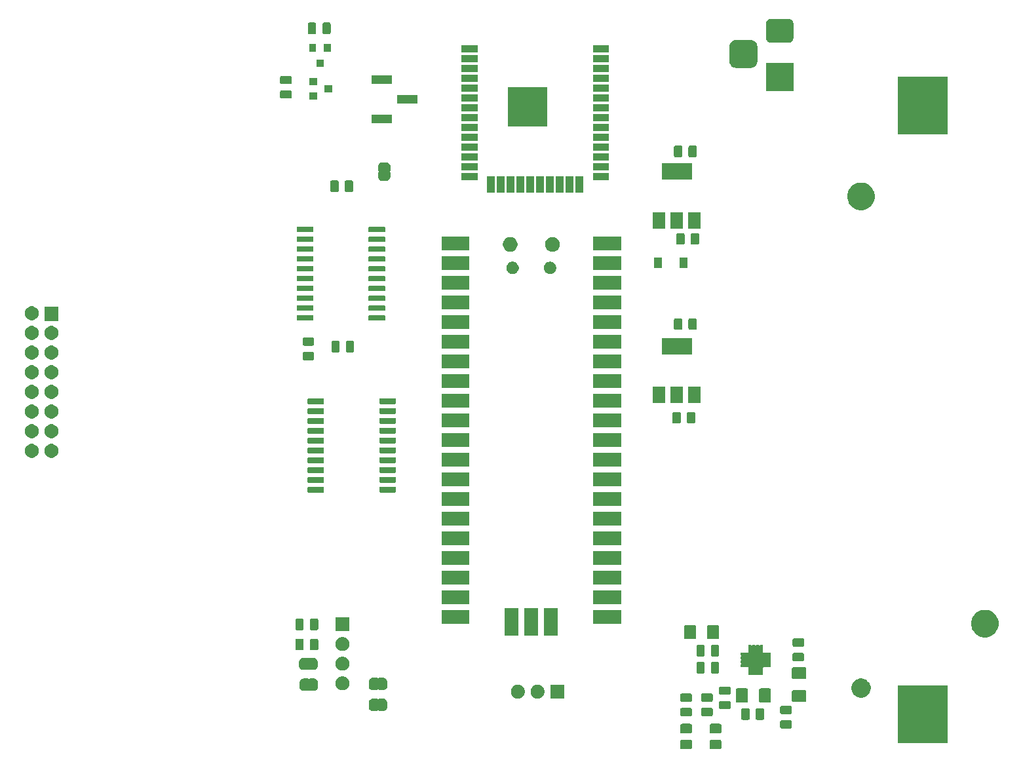
<source format=gbr>
G04 #@! TF.GenerationSoftware,KiCad,Pcbnew,5.1.5+dfsg1-2build2*
G04 #@! TF.CreationDate,2021-12-30T10:18:34+00:00*
G04 #@! TF.ProjectId,psion-org2-bluetooth-adapter,7073696f-6e2d-46f7-9267-322d626c7565,rev?*
G04 #@! TF.SameCoordinates,Original*
G04 #@! TF.FileFunction,Soldermask,Top*
G04 #@! TF.FilePolarity,Negative*
%FSLAX46Y46*%
G04 Gerber Fmt 4.6, Leading zero omitted, Abs format (unit mm)*
G04 Created by KiCad (PCBNEW 5.1.5+dfsg1-2build2) date 2021-12-30 10:18:34*
%MOMM*%
%LPD*%
G04 APERTURE LIST*
%ADD10C,0.100000*%
G04 APERTURE END LIST*
D10*
G36*
X168388674Y-142703465D02*
G01*
X168426367Y-142714899D01*
X168461103Y-142733466D01*
X168491548Y-142758452D01*
X168516534Y-142788897D01*
X168535101Y-142823633D01*
X168546535Y-142861326D01*
X168551000Y-142906661D01*
X168551000Y-143743339D01*
X168546535Y-143788674D01*
X168535101Y-143826367D01*
X168516534Y-143861103D01*
X168491548Y-143891548D01*
X168461103Y-143916534D01*
X168426367Y-143935101D01*
X168388674Y-143946535D01*
X168343339Y-143951000D01*
X167256661Y-143951000D01*
X167211326Y-143946535D01*
X167173633Y-143935101D01*
X167138897Y-143916534D01*
X167108452Y-143891548D01*
X167083466Y-143861103D01*
X167064899Y-143826367D01*
X167053465Y-143788674D01*
X167049000Y-143743339D01*
X167049000Y-142906661D01*
X167053465Y-142861326D01*
X167064899Y-142823633D01*
X167083466Y-142788897D01*
X167108452Y-142758452D01*
X167138897Y-142733466D01*
X167173633Y-142714899D01*
X167211326Y-142703465D01*
X167256661Y-142699000D01*
X168343339Y-142699000D01*
X168388674Y-142703465D01*
G37*
G36*
X164588674Y-142703465D02*
G01*
X164626367Y-142714899D01*
X164661103Y-142733466D01*
X164691548Y-142758452D01*
X164716534Y-142788897D01*
X164735101Y-142823633D01*
X164746535Y-142861326D01*
X164751000Y-142906661D01*
X164751000Y-143743339D01*
X164746535Y-143788674D01*
X164735101Y-143826367D01*
X164716534Y-143861103D01*
X164691548Y-143891548D01*
X164661103Y-143916534D01*
X164626367Y-143935101D01*
X164588674Y-143946535D01*
X164543339Y-143951000D01*
X163456661Y-143951000D01*
X163411326Y-143946535D01*
X163373633Y-143935101D01*
X163338897Y-143916534D01*
X163308452Y-143891548D01*
X163283466Y-143861103D01*
X163264899Y-143826367D01*
X163253465Y-143788674D01*
X163249000Y-143743339D01*
X163249000Y-142906661D01*
X163253465Y-142861326D01*
X163264899Y-142823633D01*
X163283466Y-142788897D01*
X163308452Y-142758452D01*
X163338897Y-142733466D01*
X163373633Y-142714899D01*
X163411326Y-142703465D01*
X163456661Y-142699000D01*
X164543339Y-142699000D01*
X164588674Y-142703465D01*
G37*
G36*
X197826000Y-143151000D02*
G01*
X191374000Y-143151000D01*
X191374000Y-135709000D01*
X197826000Y-135709000D01*
X197826000Y-143151000D01*
G37*
G36*
X168388674Y-140653465D02*
G01*
X168426367Y-140664899D01*
X168461103Y-140683466D01*
X168491548Y-140708452D01*
X168516534Y-140738897D01*
X168535101Y-140773633D01*
X168546535Y-140811326D01*
X168551000Y-140856661D01*
X168551000Y-141693339D01*
X168546535Y-141738674D01*
X168535101Y-141776367D01*
X168516534Y-141811103D01*
X168491548Y-141841548D01*
X168461103Y-141866534D01*
X168426367Y-141885101D01*
X168388674Y-141896535D01*
X168343339Y-141901000D01*
X167256661Y-141901000D01*
X167211326Y-141896535D01*
X167173633Y-141885101D01*
X167138897Y-141866534D01*
X167108452Y-141841548D01*
X167083466Y-141811103D01*
X167064899Y-141776367D01*
X167053465Y-141738674D01*
X167049000Y-141693339D01*
X167049000Y-140856661D01*
X167053465Y-140811326D01*
X167064899Y-140773633D01*
X167083466Y-140738897D01*
X167108452Y-140708452D01*
X167138897Y-140683466D01*
X167173633Y-140664899D01*
X167211326Y-140653465D01*
X167256661Y-140649000D01*
X168343339Y-140649000D01*
X168388674Y-140653465D01*
G37*
G36*
X164588674Y-140653465D02*
G01*
X164626367Y-140664899D01*
X164661103Y-140683466D01*
X164691548Y-140708452D01*
X164716534Y-140738897D01*
X164735101Y-140773633D01*
X164746535Y-140811326D01*
X164751000Y-140856661D01*
X164751000Y-141693339D01*
X164746535Y-141738674D01*
X164735101Y-141776367D01*
X164716534Y-141811103D01*
X164691548Y-141841548D01*
X164661103Y-141866534D01*
X164626367Y-141885101D01*
X164588674Y-141896535D01*
X164543339Y-141901000D01*
X163456661Y-141901000D01*
X163411326Y-141896535D01*
X163373633Y-141885101D01*
X163338897Y-141866534D01*
X163308452Y-141841548D01*
X163283466Y-141811103D01*
X163264899Y-141776367D01*
X163253465Y-141738674D01*
X163249000Y-141693339D01*
X163249000Y-140856661D01*
X163253465Y-140811326D01*
X163264899Y-140773633D01*
X163283466Y-140738897D01*
X163308452Y-140708452D01*
X163338897Y-140683466D01*
X163373633Y-140664899D01*
X163411326Y-140653465D01*
X163456661Y-140649000D01*
X164543339Y-140649000D01*
X164588674Y-140653465D01*
G37*
G36*
X177484468Y-140203565D02*
G01*
X177523138Y-140215296D01*
X177558777Y-140234346D01*
X177590017Y-140259983D01*
X177615654Y-140291223D01*
X177634704Y-140326862D01*
X177646435Y-140365532D01*
X177651000Y-140411888D01*
X177651000Y-141063112D01*
X177646435Y-141109468D01*
X177634704Y-141148138D01*
X177615654Y-141183777D01*
X177590017Y-141215017D01*
X177558777Y-141240654D01*
X177523138Y-141259704D01*
X177484468Y-141271435D01*
X177438112Y-141276000D01*
X176361888Y-141276000D01*
X176315532Y-141271435D01*
X176276862Y-141259704D01*
X176241223Y-141240654D01*
X176209983Y-141215017D01*
X176184346Y-141183777D01*
X176165296Y-141148138D01*
X176153565Y-141109468D01*
X176149000Y-141063112D01*
X176149000Y-140411888D01*
X176153565Y-140365532D01*
X176165296Y-140326862D01*
X176184346Y-140291223D01*
X176209983Y-140259983D01*
X176241223Y-140234346D01*
X176276862Y-140215296D01*
X176315532Y-140203565D01*
X176361888Y-140199000D01*
X177438112Y-140199000D01*
X177484468Y-140203565D01*
G37*
G36*
X173909468Y-138653565D02*
G01*
X173948138Y-138665296D01*
X173983777Y-138684346D01*
X174015017Y-138709983D01*
X174040654Y-138741223D01*
X174059704Y-138776862D01*
X174071435Y-138815532D01*
X174076000Y-138861888D01*
X174076000Y-139938112D01*
X174071435Y-139984468D01*
X174059704Y-140023138D01*
X174040654Y-140058777D01*
X174015017Y-140090017D01*
X173983777Y-140115654D01*
X173948138Y-140134704D01*
X173909468Y-140146435D01*
X173863112Y-140151000D01*
X173211888Y-140151000D01*
X173165532Y-140146435D01*
X173126862Y-140134704D01*
X173091223Y-140115654D01*
X173059983Y-140090017D01*
X173034346Y-140058777D01*
X173015296Y-140023138D01*
X173003565Y-139984468D01*
X172999000Y-139938112D01*
X172999000Y-138861888D01*
X173003565Y-138815532D01*
X173015296Y-138776862D01*
X173034346Y-138741223D01*
X173059983Y-138709983D01*
X173091223Y-138684346D01*
X173126862Y-138665296D01*
X173165532Y-138653565D01*
X173211888Y-138649000D01*
X173863112Y-138649000D01*
X173909468Y-138653565D01*
G37*
G36*
X172034468Y-138653565D02*
G01*
X172073138Y-138665296D01*
X172108777Y-138684346D01*
X172140017Y-138709983D01*
X172165654Y-138741223D01*
X172184704Y-138776862D01*
X172196435Y-138815532D01*
X172201000Y-138861888D01*
X172201000Y-139938112D01*
X172196435Y-139984468D01*
X172184704Y-140023138D01*
X172165654Y-140058777D01*
X172140017Y-140090017D01*
X172108777Y-140115654D01*
X172073138Y-140134704D01*
X172034468Y-140146435D01*
X171988112Y-140151000D01*
X171336888Y-140151000D01*
X171290532Y-140146435D01*
X171251862Y-140134704D01*
X171216223Y-140115654D01*
X171184983Y-140090017D01*
X171159346Y-140058777D01*
X171140296Y-140023138D01*
X171128565Y-139984468D01*
X171124000Y-139938112D01*
X171124000Y-138861888D01*
X171128565Y-138815532D01*
X171140296Y-138776862D01*
X171159346Y-138741223D01*
X171184983Y-138709983D01*
X171216223Y-138684346D01*
X171251862Y-138665296D01*
X171290532Y-138653565D01*
X171336888Y-138649000D01*
X171988112Y-138649000D01*
X172034468Y-138653565D01*
G37*
G36*
X164584468Y-138603565D02*
G01*
X164623138Y-138615296D01*
X164658777Y-138634346D01*
X164690017Y-138659983D01*
X164715654Y-138691223D01*
X164734704Y-138726862D01*
X164746435Y-138765532D01*
X164751000Y-138811888D01*
X164751000Y-139463112D01*
X164746435Y-139509468D01*
X164734704Y-139548138D01*
X164715654Y-139583777D01*
X164690017Y-139615017D01*
X164658777Y-139640654D01*
X164623138Y-139659704D01*
X164584468Y-139671435D01*
X164538112Y-139676000D01*
X163461888Y-139676000D01*
X163415532Y-139671435D01*
X163376862Y-139659704D01*
X163341223Y-139640654D01*
X163309983Y-139615017D01*
X163284346Y-139583777D01*
X163265296Y-139548138D01*
X163253565Y-139509468D01*
X163249000Y-139463112D01*
X163249000Y-138811888D01*
X163253565Y-138765532D01*
X163265296Y-138726862D01*
X163284346Y-138691223D01*
X163309983Y-138659983D01*
X163341223Y-138634346D01*
X163376862Y-138615296D01*
X163415532Y-138603565D01*
X163461888Y-138599000D01*
X164538112Y-138599000D01*
X164584468Y-138603565D01*
G37*
G36*
X167284468Y-138603565D02*
G01*
X167323138Y-138615296D01*
X167358777Y-138634346D01*
X167390017Y-138659983D01*
X167415654Y-138691223D01*
X167434704Y-138726862D01*
X167446435Y-138765532D01*
X167451000Y-138811888D01*
X167451000Y-139463112D01*
X167446435Y-139509468D01*
X167434704Y-139548138D01*
X167415654Y-139583777D01*
X167390017Y-139615017D01*
X167358777Y-139640654D01*
X167323138Y-139659704D01*
X167284468Y-139671435D01*
X167238112Y-139676000D01*
X166161888Y-139676000D01*
X166115532Y-139671435D01*
X166076862Y-139659704D01*
X166041223Y-139640654D01*
X166009983Y-139615017D01*
X165984346Y-139583777D01*
X165965296Y-139548138D01*
X165953565Y-139509468D01*
X165949000Y-139463112D01*
X165949000Y-138811888D01*
X165953565Y-138765532D01*
X165965296Y-138726862D01*
X165984346Y-138691223D01*
X166009983Y-138659983D01*
X166041223Y-138634346D01*
X166076862Y-138615296D01*
X166115532Y-138603565D01*
X166161888Y-138599000D01*
X167238112Y-138599000D01*
X167284468Y-138603565D01*
G37*
G36*
X177484468Y-138328565D02*
G01*
X177523138Y-138340296D01*
X177558777Y-138359346D01*
X177590017Y-138384983D01*
X177615654Y-138416223D01*
X177634704Y-138451862D01*
X177646435Y-138490532D01*
X177651000Y-138536888D01*
X177651000Y-139188112D01*
X177646435Y-139234468D01*
X177634704Y-139273138D01*
X177615654Y-139308777D01*
X177590017Y-139340017D01*
X177558777Y-139365654D01*
X177523138Y-139384704D01*
X177484468Y-139396435D01*
X177438112Y-139401000D01*
X176361888Y-139401000D01*
X176315532Y-139396435D01*
X176276862Y-139384704D01*
X176241223Y-139365654D01*
X176209983Y-139340017D01*
X176184346Y-139308777D01*
X176165296Y-139273138D01*
X176153565Y-139234468D01*
X176149000Y-139188112D01*
X176149000Y-138536888D01*
X176153565Y-138490532D01*
X176165296Y-138451862D01*
X176184346Y-138416223D01*
X176209983Y-138384983D01*
X176241223Y-138359346D01*
X176276862Y-138340296D01*
X176315532Y-138328565D01*
X176361888Y-138324000D01*
X177438112Y-138324000D01*
X177484468Y-138328565D01*
G37*
G36*
X124059999Y-137399737D02*
G01*
X124069608Y-137402652D01*
X124078472Y-137407390D01*
X124086237Y-137413763D01*
X124096448Y-137426206D01*
X124103378Y-137436575D01*
X124120705Y-137453902D01*
X124141080Y-137467515D01*
X124163720Y-137476891D01*
X124187753Y-137481671D01*
X124212257Y-137481670D01*
X124236290Y-137476888D01*
X124258929Y-137467510D01*
X124279302Y-137453895D01*
X124296629Y-137436568D01*
X124303558Y-137426198D01*
X124313763Y-137413763D01*
X124321528Y-137407390D01*
X124330392Y-137402652D01*
X124340001Y-137399737D01*
X124356140Y-137398148D01*
X124843861Y-137398148D01*
X124862199Y-137399954D01*
X124874450Y-137400556D01*
X124892869Y-137400556D01*
X124915149Y-137402750D01*
X124999233Y-137419476D01*
X125020660Y-137425976D01*
X125099858Y-137458780D01*
X125105303Y-137461691D01*
X125105309Y-137461693D01*
X125114169Y-137466429D01*
X125114173Y-137466432D01*
X125119614Y-137469340D01*
X125190899Y-137516971D01*
X125208204Y-137531172D01*
X125268828Y-137591796D01*
X125283029Y-137609101D01*
X125330660Y-137680386D01*
X125333568Y-137685827D01*
X125333571Y-137685831D01*
X125338307Y-137694691D01*
X125338309Y-137694697D01*
X125341220Y-137700142D01*
X125374024Y-137779340D01*
X125380524Y-137800767D01*
X125397250Y-137884851D01*
X125399444Y-137907131D01*
X125399444Y-137925550D01*
X125400046Y-137937801D01*
X125401852Y-137956139D01*
X125401852Y-138443862D01*
X125400046Y-138462199D01*
X125399444Y-138474450D01*
X125399444Y-138492869D01*
X125397250Y-138515149D01*
X125380524Y-138599233D01*
X125374024Y-138620660D01*
X125341220Y-138699858D01*
X125338309Y-138705303D01*
X125338307Y-138705309D01*
X125333571Y-138714169D01*
X125333568Y-138714173D01*
X125330660Y-138719614D01*
X125283029Y-138790899D01*
X125268828Y-138808204D01*
X125208204Y-138868828D01*
X125190899Y-138883029D01*
X125119614Y-138930660D01*
X125114173Y-138933568D01*
X125114169Y-138933571D01*
X125105309Y-138938307D01*
X125105303Y-138938309D01*
X125099858Y-138941220D01*
X125020660Y-138974024D01*
X124999233Y-138980524D01*
X124915149Y-138997250D01*
X124892869Y-138999444D01*
X124874450Y-138999444D01*
X124862199Y-139000046D01*
X124843862Y-139001852D01*
X124356140Y-139001852D01*
X124340001Y-139000263D01*
X124330392Y-138997348D01*
X124321528Y-138992610D01*
X124313763Y-138986237D01*
X124303552Y-138973794D01*
X124296622Y-138963425D01*
X124279295Y-138946098D01*
X124258920Y-138932485D01*
X124236280Y-138923109D01*
X124212247Y-138918329D01*
X124187743Y-138918330D01*
X124163710Y-138923112D01*
X124141071Y-138932490D01*
X124120698Y-138946105D01*
X124103371Y-138963432D01*
X124096442Y-138973802D01*
X124086237Y-138986237D01*
X124078472Y-138992610D01*
X124069608Y-138997348D01*
X124059999Y-139000263D01*
X124043860Y-139001852D01*
X123556138Y-139001852D01*
X123537801Y-139000046D01*
X123525550Y-138999444D01*
X123507131Y-138999444D01*
X123484851Y-138997250D01*
X123400767Y-138980524D01*
X123379340Y-138974024D01*
X123300142Y-138941220D01*
X123294697Y-138938309D01*
X123294691Y-138938307D01*
X123285831Y-138933571D01*
X123285827Y-138933568D01*
X123280386Y-138930660D01*
X123209101Y-138883029D01*
X123191796Y-138868828D01*
X123131172Y-138808204D01*
X123116971Y-138790899D01*
X123069340Y-138719614D01*
X123066432Y-138714173D01*
X123066429Y-138714169D01*
X123061693Y-138705309D01*
X123061691Y-138705303D01*
X123058780Y-138699858D01*
X123025976Y-138620660D01*
X123019476Y-138599233D01*
X123002750Y-138515149D01*
X123000556Y-138492869D01*
X123000556Y-138474450D01*
X122999954Y-138462199D01*
X122998148Y-138443862D01*
X122998148Y-137956139D01*
X122999954Y-137937801D01*
X123000556Y-137925550D01*
X123000556Y-137907131D01*
X123002750Y-137884851D01*
X123019476Y-137800767D01*
X123025976Y-137779340D01*
X123058780Y-137700142D01*
X123061691Y-137694697D01*
X123061693Y-137694691D01*
X123066429Y-137685831D01*
X123066432Y-137685827D01*
X123069340Y-137680386D01*
X123116971Y-137609101D01*
X123131172Y-137591796D01*
X123191796Y-137531172D01*
X123209101Y-137516971D01*
X123280386Y-137469340D01*
X123285827Y-137466432D01*
X123285831Y-137466429D01*
X123294691Y-137461693D01*
X123294697Y-137461691D01*
X123300142Y-137458780D01*
X123379340Y-137425976D01*
X123400767Y-137419476D01*
X123484851Y-137402750D01*
X123507131Y-137400556D01*
X123525550Y-137400556D01*
X123537801Y-137399954D01*
X123556139Y-137398148D01*
X124043860Y-137398148D01*
X124059999Y-137399737D01*
G37*
G36*
X169584468Y-137703565D02*
G01*
X169623138Y-137715296D01*
X169658777Y-137734346D01*
X169690017Y-137759983D01*
X169715654Y-137791223D01*
X169734704Y-137826862D01*
X169746435Y-137865532D01*
X169751000Y-137911888D01*
X169751000Y-138563112D01*
X169746435Y-138609468D01*
X169734704Y-138648138D01*
X169715654Y-138683777D01*
X169690017Y-138715017D01*
X169658777Y-138740654D01*
X169623138Y-138759704D01*
X169584468Y-138771435D01*
X169538112Y-138776000D01*
X168461888Y-138776000D01*
X168415532Y-138771435D01*
X168376862Y-138759704D01*
X168341223Y-138740654D01*
X168309983Y-138715017D01*
X168284346Y-138683777D01*
X168265296Y-138648138D01*
X168253565Y-138609468D01*
X168249000Y-138563112D01*
X168249000Y-137911888D01*
X168253565Y-137865532D01*
X168265296Y-137826862D01*
X168284346Y-137791223D01*
X168309983Y-137759983D01*
X168341223Y-137734346D01*
X168376862Y-137715296D01*
X168415532Y-137703565D01*
X168461888Y-137699000D01*
X169538112Y-137699000D01*
X169584468Y-137703565D01*
G37*
G36*
X174800562Y-136078181D02*
G01*
X174835481Y-136088774D01*
X174867663Y-136105976D01*
X174895873Y-136129127D01*
X174919024Y-136157337D01*
X174936226Y-136189519D01*
X174946819Y-136224438D01*
X174951000Y-136266895D01*
X174951000Y-137733105D01*
X174946819Y-137775562D01*
X174936226Y-137810481D01*
X174919024Y-137842663D01*
X174895873Y-137870873D01*
X174867663Y-137894024D01*
X174835481Y-137911226D01*
X174800562Y-137921819D01*
X174758105Y-137926000D01*
X173616895Y-137926000D01*
X173574438Y-137921819D01*
X173539519Y-137911226D01*
X173507337Y-137894024D01*
X173479127Y-137870873D01*
X173455976Y-137842663D01*
X173438774Y-137810481D01*
X173428181Y-137775562D01*
X173424000Y-137733105D01*
X173424000Y-136266895D01*
X173428181Y-136224438D01*
X173438774Y-136189519D01*
X173455976Y-136157337D01*
X173479127Y-136129127D01*
X173507337Y-136105976D01*
X173539519Y-136088774D01*
X173574438Y-136078181D01*
X173616895Y-136074000D01*
X174758105Y-136074000D01*
X174800562Y-136078181D01*
G37*
G36*
X171825562Y-136078181D02*
G01*
X171860481Y-136088774D01*
X171892663Y-136105976D01*
X171920873Y-136129127D01*
X171944024Y-136157337D01*
X171961226Y-136189519D01*
X171971819Y-136224438D01*
X171976000Y-136266895D01*
X171976000Y-137733105D01*
X171971819Y-137775562D01*
X171961226Y-137810481D01*
X171944024Y-137842663D01*
X171920873Y-137870873D01*
X171892663Y-137894024D01*
X171860481Y-137911226D01*
X171825562Y-137921819D01*
X171783105Y-137926000D01*
X170641895Y-137926000D01*
X170599438Y-137921819D01*
X170564519Y-137911226D01*
X170532337Y-137894024D01*
X170504127Y-137870873D01*
X170480976Y-137842663D01*
X170463774Y-137810481D01*
X170453181Y-137775562D01*
X170449000Y-137733105D01*
X170449000Y-136266895D01*
X170453181Y-136224438D01*
X170463774Y-136189519D01*
X170480976Y-136157337D01*
X170504127Y-136129127D01*
X170532337Y-136105976D01*
X170564519Y-136088774D01*
X170599438Y-136078181D01*
X170641895Y-136074000D01*
X171783105Y-136074000D01*
X171825562Y-136078181D01*
G37*
G36*
X179375562Y-136328181D02*
G01*
X179410481Y-136338774D01*
X179442663Y-136355976D01*
X179470873Y-136379127D01*
X179494024Y-136407337D01*
X179511226Y-136439519D01*
X179521819Y-136474438D01*
X179526000Y-136516895D01*
X179526000Y-137658105D01*
X179521819Y-137700562D01*
X179511226Y-137735481D01*
X179494024Y-137767663D01*
X179470873Y-137795873D01*
X179442663Y-137819024D01*
X179410481Y-137836226D01*
X179375562Y-137846819D01*
X179333105Y-137851000D01*
X177866895Y-137851000D01*
X177824438Y-137846819D01*
X177789519Y-137836226D01*
X177757337Y-137819024D01*
X177729127Y-137795873D01*
X177705976Y-137767663D01*
X177688774Y-137735481D01*
X177678181Y-137700562D01*
X177674000Y-137658105D01*
X177674000Y-136516895D01*
X177678181Y-136474438D01*
X177688774Y-136439519D01*
X177705976Y-136407337D01*
X177729127Y-136379127D01*
X177757337Y-136355976D01*
X177789519Y-136338774D01*
X177824438Y-136328181D01*
X177866895Y-136324000D01*
X179333105Y-136324000D01*
X179375562Y-136328181D01*
G37*
G36*
X164584468Y-136728565D02*
G01*
X164623138Y-136740296D01*
X164658777Y-136759346D01*
X164690017Y-136784983D01*
X164715654Y-136816223D01*
X164734704Y-136851862D01*
X164746435Y-136890532D01*
X164751000Y-136936888D01*
X164751000Y-137588112D01*
X164746435Y-137634468D01*
X164734704Y-137673138D01*
X164715654Y-137708777D01*
X164690017Y-137740017D01*
X164658777Y-137765654D01*
X164623138Y-137784704D01*
X164584468Y-137796435D01*
X164538112Y-137801000D01*
X163461888Y-137801000D01*
X163415532Y-137796435D01*
X163376862Y-137784704D01*
X163341223Y-137765654D01*
X163309983Y-137740017D01*
X163284346Y-137708777D01*
X163265296Y-137673138D01*
X163253565Y-137634468D01*
X163249000Y-137588112D01*
X163249000Y-136936888D01*
X163253565Y-136890532D01*
X163265296Y-136851862D01*
X163284346Y-136816223D01*
X163309983Y-136784983D01*
X163341223Y-136759346D01*
X163376862Y-136740296D01*
X163415532Y-136728565D01*
X163461888Y-136724000D01*
X164538112Y-136724000D01*
X164584468Y-136728565D01*
G37*
G36*
X167284468Y-136728565D02*
G01*
X167323138Y-136740296D01*
X167358777Y-136759346D01*
X167390017Y-136784983D01*
X167415654Y-136816223D01*
X167434704Y-136851862D01*
X167446435Y-136890532D01*
X167451000Y-136936888D01*
X167451000Y-137588112D01*
X167446435Y-137634468D01*
X167434704Y-137673138D01*
X167415654Y-137708777D01*
X167390017Y-137740017D01*
X167358777Y-137765654D01*
X167323138Y-137784704D01*
X167284468Y-137796435D01*
X167238112Y-137801000D01*
X166161888Y-137801000D01*
X166115532Y-137796435D01*
X166076862Y-137784704D01*
X166041223Y-137765654D01*
X166009983Y-137740017D01*
X165984346Y-137708777D01*
X165965296Y-137673138D01*
X165953565Y-137634468D01*
X165949000Y-137588112D01*
X165949000Y-136936888D01*
X165953565Y-136890532D01*
X165965296Y-136851862D01*
X165984346Y-136816223D01*
X166009983Y-136784983D01*
X166041223Y-136759346D01*
X166076862Y-136740296D01*
X166115532Y-136728565D01*
X166161888Y-136724000D01*
X167238112Y-136724000D01*
X167284468Y-136728565D01*
G37*
G36*
X148241000Y-137401000D02*
G01*
X146439000Y-137401000D01*
X146439000Y-135599000D01*
X148241000Y-135599000D01*
X148241000Y-137401000D01*
G37*
G36*
X144913512Y-135603927D02*
G01*
X145062812Y-135633624D01*
X145226784Y-135701544D01*
X145374354Y-135800147D01*
X145499853Y-135925646D01*
X145598456Y-136073216D01*
X145666376Y-136237188D01*
X145693594Y-136374024D01*
X145697457Y-136393444D01*
X145701000Y-136411259D01*
X145701000Y-136588741D01*
X145666376Y-136762812D01*
X145598456Y-136926784D01*
X145499853Y-137074354D01*
X145374354Y-137199853D01*
X145226784Y-137298456D01*
X145062812Y-137366376D01*
X144913512Y-137396073D01*
X144888742Y-137401000D01*
X144711258Y-137401000D01*
X144686488Y-137396073D01*
X144537188Y-137366376D01*
X144373216Y-137298456D01*
X144225646Y-137199853D01*
X144100147Y-137074354D01*
X144001544Y-136926784D01*
X143933624Y-136762812D01*
X143899000Y-136588741D01*
X143899000Y-136411259D01*
X143902544Y-136393444D01*
X143906406Y-136374024D01*
X143933624Y-136237188D01*
X144001544Y-136073216D01*
X144100147Y-135925646D01*
X144225646Y-135800147D01*
X144373216Y-135701544D01*
X144537188Y-135633624D01*
X144686488Y-135603927D01*
X144711258Y-135599000D01*
X144888742Y-135599000D01*
X144913512Y-135603927D01*
G37*
G36*
X142373512Y-135603927D02*
G01*
X142522812Y-135633624D01*
X142686784Y-135701544D01*
X142834354Y-135800147D01*
X142959853Y-135925646D01*
X143058456Y-136073216D01*
X143126376Y-136237188D01*
X143153594Y-136374024D01*
X143157457Y-136393444D01*
X143161000Y-136411259D01*
X143161000Y-136588741D01*
X143126376Y-136762812D01*
X143058456Y-136926784D01*
X142959853Y-137074354D01*
X142834354Y-137199853D01*
X142686784Y-137298456D01*
X142522812Y-137366376D01*
X142373512Y-137396073D01*
X142348742Y-137401000D01*
X142171258Y-137401000D01*
X142146488Y-137396073D01*
X141997188Y-137366376D01*
X141833216Y-137298456D01*
X141685646Y-137199853D01*
X141560147Y-137074354D01*
X141461544Y-136926784D01*
X141393624Y-136762812D01*
X141359000Y-136588741D01*
X141359000Y-136411259D01*
X141362544Y-136393444D01*
X141366406Y-136374024D01*
X141393624Y-136237188D01*
X141461544Y-136073216D01*
X141560147Y-135925646D01*
X141685646Y-135800147D01*
X141833216Y-135701544D01*
X141997188Y-135633624D01*
X142146488Y-135603927D01*
X142171258Y-135599000D01*
X142348742Y-135599000D01*
X142373512Y-135603927D01*
G37*
G36*
X186963444Y-134831882D02*
G01*
X187190201Y-134925808D01*
X187257919Y-134971056D01*
X187394279Y-135062168D01*
X187567832Y-135235721D01*
X187615546Y-135307131D01*
X187704192Y-135439799D01*
X187798118Y-135666556D01*
X187846000Y-135907278D01*
X187846000Y-136152722D01*
X187798118Y-136393444D01*
X187704192Y-136620201D01*
X187704191Y-136620202D01*
X187567832Y-136824279D01*
X187394279Y-136997832D01*
X187279756Y-137074353D01*
X187190201Y-137134192D01*
X186963444Y-137228118D01*
X186722722Y-137276000D01*
X186477278Y-137276000D01*
X186236556Y-137228118D01*
X186009799Y-137134192D01*
X185920244Y-137074353D01*
X185805721Y-136997832D01*
X185632168Y-136824279D01*
X185495809Y-136620202D01*
X185495808Y-136620201D01*
X185401882Y-136393444D01*
X185354000Y-136152722D01*
X185354000Y-135907278D01*
X185401882Y-135666556D01*
X185495808Y-135439799D01*
X185584454Y-135307131D01*
X185632168Y-135235721D01*
X185805721Y-135062168D01*
X185942081Y-134971056D01*
X186009799Y-134925808D01*
X186236556Y-134831882D01*
X186477278Y-134784000D01*
X186722722Y-134784000D01*
X186963444Y-134831882D01*
G37*
G36*
X169584468Y-135828565D02*
G01*
X169623138Y-135840296D01*
X169658777Y-135859346D01*
X169690017Y-135884983D01*
X169715654Y-135916223D01*
X169734704Y-135951862D01*
X169746435Y-135990532D01*
X169751000Y-136036888D01*
X169751000Y-136688112D01*
X169746435Y-136734468D01*
X169734704Y-136773138D01*
X169715654Y-136808777D01*
X169690017Y-136840017D01*
X169658777Y-136865654D01*
X169623138Y-136884704D01*
X169584468Y-136896435D01*
X169538112Y-136901000D01*
X168461888Y-136901000D01*
X168415532Y-136896435D01*
X168376862Y-136884704D01*
X168341223Y-136865654D01*
X168309983Y-136840017D01*
X168284346Y-136808777D01*
X168265296Y-136773138D01*
X168253565Y-136734468D01*
X168249000Y-136688112D01*
X168249000Y-136036888D01*
X168253565Y-135990532D01*
X168265296Y-135951862D01*
X168284346Y-135916223D01*
X168309983Y-135884983D01*
X168341223Y-135859346D01*
X168376862Y-135840296D01*
X168415532Y-135828565D01*
X168461888Y-135824000D01*
X169538112Y-135824000D01*
X169584468Y-135828565D01*
G37*
G36*
X115109999Y-134799737D02*
G01*
X115119608Y-134802652D01*
X115128472Y-134807390D01*
X115136237Y-134813763D01*
X115142082Y-134820885D01*
X115146448Y-134826206D01*
X115153378Y-134836575D01*
X115170705Y-134853902D01*
X115191080Y-134867515D01*
X115213720Y-134876891D01*
X115237753Y-134881671D01*
X115262257Y-134881670D01*
X115286290Y-134876888D01*
X115308929Y-134867510D01*
X115329302Y-134853895D01*
X115346629Y-134836568D01*
X115353558Y-134826198D01*
X115363763Y-134813763D01*
X115371528Y-134807390D01*
X115380392Y-134802652D01*
X115390001Y-134799737D01*
X115406140Y-134798148D01*
X115893861Y-134798148D01*
X115912199Y-134799954D01*
X115924450Y-134800556D01*
X115942869Y-134800556D01*
X115965149Y-134802750D01*
X116049233Y-134819476D01*
X116070660Y-134825976D01*
X116149858Y-134858780D01*
X116155303Y-134861691D01*
X116155309Y-134861693D01*
X116164169Y-134866429D01*
X116164173Y-134866432D01*
X116169614Y-134869340D01*
X116240899Y-134916971D01*
X116258204Y-134931172D01*
X116318828Y-134991796D01*
X116333029Y-135009101D01*
X116380660Y-135080386D01*
X116383568Y-135085827D01*
X116383571Y-135085831D01*
X116388307Y-135094691D01*
X116388309Y-135094697D01*
X116391220Y-135100142D01*
X116424024Y-135179340D01*
X116430524Y-135200767D01*
X116447250Y-135284851D01*
X116449444Y-135307131D01*
X116449444Y-135325550D01*
X116450046Y-135337801D01*
X116451852Y-135356139D01*
X116451852Y-135843862D01*
X116450046Y-135862199D01*
X116449444Y-135874450D01*
X116449444Y-135892869D01*
X116447250Y-135915149D01*
X116430524Y-135999233D01*
X116424024Y-136020660D01*
X116391220Y-136099858D01*
X116388309Y-136105304D01*
X116388307Y-136105309D01*
X116383571Y-136114169D01*
X116380662Y-136119611D01*
X116333029Y-136190899D01*
X116318828Y-136208204D01*
X116258204Y-136268828D01*
X116240899Y-136283029D01*
X116169614Y-136330660D01*
X116164173Y-136333568D01*
X116164169Y-136333571D01*
X116155309Y-136338307D01*
X116155303Y-136338309D01*
X116149858Y-136341220D01*
X116070660Y-136374024D01*
X116049233Y-136380524D01*
X115965149Y-136397250D01*
X115942869Y-136399444D01*
X115924450Y-136399444D01*
X115912199Y-136400046D01*
X115893862Y-136401852D01*
X115406140Y-136401852D01*
X115390001Y-136400263D01*
X115380392Y-136397348D01*
X115371528Y-136392610D01*
X115363763Y-136386237D01*
X115353552Y-136373794D01*
X115346622Y-136363425D01*
X115329295Y-136346098D01*
X115308920Y-136332485D01*
X115286280Y-136323109D01*
X115262247Y-136318329D01*
X115237743Y-136318330D01*
X115213710Y-136323112D01*
X115191071Y-136332490D01*
X115170698Y-136346105D01*
X115153371Y-136363432D01*
X115146442Y-136373802D01*
X115136237Y-136386237D01*
X115128472Y-136392610D01*
X115119608Y-136397348D01*
X115109999Y-136400263D01*
X115093860Y-136401852D01*
X114606138Y-136401852D01*
X114587801Y-136400046D01*
X114575550Y-136399444D01*
X114557131Y-136399444D01*
X114534851Y-136397250D01*
X114450767Y-136380524D01*
X114429340Y-136374024D01*
X114350142Y-136341220D01*
X114344697Y-136338309D01*
X114344691Y-136338307D01*
X114335831Y-136333571D01*
X114335827Y-136333568D01*
X114330386Y-136330660D01*
X114259101Y-136283029D01*
X114241796Y-136268828D01*
X114181172Y-136208204D01*
X114166971Y-136190899D01*
X114119338Y-136119611D01*
X114116429Y-136114169D01*
X114111693Y-136105309D01*
X114111691Y-136105304D01*
X114108780Y-136099858D01*
X114075976Y-136020660D01*
X114069476Y-135999233D01*
X114052750Y-135915149D01*
X114050556Y-135892869D01*
X114050556Y-135874450D01*
X114049954Y-135862199D01*
X114048148Y-135843862D01*
X114048148Y-135356139D01*
X114049954Y-135337801D01*
X114050556Y-135325550D01*
X114050556Y-135307131D01*
X114052750Y-135284851D01*
X114069476Y-135200767D01*
X114075976Y-135179340D01*
X114108780Y-135100142D01*
X114111691Y-135094697D01*
X114111693Y-135094691D01*
X114116429Y-135085831D01*
X114116432Y-135085827D01*
X114119340Y-135080386D01*
X114166971Y-135009101D01*
X114181172Y-134991796D01*
X114241796Y-134931172D01*
X114259101Y-134916971D01*
X114330386Y-134869340D01*
X114335827Y-134866432D01*
X114335831Y-134866429D01*
X114344691Y-134861693D01*
X114344697Y-134861691D01*
X114350142Y-134858780D01*
X114429340Y-134825976D01*
X114450767Y-134819476D01*
X114534851Y-134802750D01*
X114557131Y-134800556D01*
X114575550Y-134800556D01*
X114587801Y-134799954D01*
X114606139Y-134798148D01*
X115093860Y-134798148D01*
X115109999Y-134799737D01*
G37*
G36*
X119713512Y-134523927D02*
G01*
X119862812Y-134553624D01*
X120026784Y-134621544D01*
X120174354Y-134720147D01*
X120299853Y-134845646D01*
X120398456Y-134993216D01*
X120466376Y-135157188D01*
X120482848Y-135240002D01*
X120499865Y-135325550D01*
X120501000Y-135331259D01*
X120501000Y-135508741D01*
X120466376Y-135682812D01*
X120398456Y-135846784D01*
X120299853Y-135994354D01*
X120174354Y-136119853D01*
X120026784Y-136218456D01*
X119862812Y-136286376D01*
X119713512Y-136316073D01*
X119688742Y-136321000D01*
X119511258Y-136321000D01*
X119486488Y-136316073D01*
X119337188Y-136286376D01*
X119173216Y-136218456D01*
X119025646Y-136119853D01*
X118900147Y-135994354D01*
X118801544Y-135846784D01*
X118733624Y-135682812D01*
X118699000Y-135508741D01*
X118699000Y-135331259D01*
X118700136Y-135325550D01*
X118717152Y-135240002D01*
X118733624Y-135157188D01*
X118801544Y-134993216D01*
X118900147Y-134845646D01*
X119025646Y-134720147D01*
X119173216Y-134621544D01*
X119337188Y-134553624D01*
X119486488Y-134523927D01*
X119511258Y-134519000D01*
X119688742Y-134519000D01*
X119713512Y-134523927D01*
G37*
G36*
X124059999Y-134699737D02*
G01*
X124069608Y-134702652D01*
X124078472Y-134707390D01*
X124086237Y-134713763D01*
X124096448Y-134726206D01*
X124103378Y-134736575D01*
X124120705Y-134753902D01*
X124141080Y-134767515D01*
X124163720Y-134776891D01*
X124187753Y-134781671D01*
X124212257Y-134781670D01*
X124236290Y-134776888D01*
X124258929Y-134767510D01*
X124279302Y-134753895D01*
X124296629Y-134736568D01*
X124303558Y-134726198D01*
X124313763Y-134713763D01*
X124321528Y-134707390D01*
X124330392Y-134702652D01*
X124340001Y-134699737D01*
X124356140Y-134698148D01*
X124843861Y-134698148D01*
X124862199Y-134699954D01*
X124874450Y-134700556D01*
X124892869Y-134700556D01*
X124915149Y-134702750D01*
X124999233Y-134719476D01*
X125020660Y-134725976D01*
X125099858Y-134758780D01*
X125105303Y-134761691D01*
X125105309Y-134761693D01*
X125114169Y-134766429D01*
X125114173Y-134766432D01*
X125119614Y-134769340D01*
X125190899Y-134816971D01*
X125208204Y-134831172D01*
X125268828Y-134891796D01*
X125283029Y-134909101D01*
X125330660Y-134980386D01*
X125333568Y-134985827D01*
X125333571Y-134985831D01*
X125338307Y-134994691D01*
X125338309Y-134994697D01*
X125341220Y-135000142D01*
X125374024Y-135079340D01*
X125380524Y-135100767D01*
X125397250Y-135184851D01*
X125399444Y-135207131D01*
X125399444Y-135225550D01*
X125400046Y-135237801D01*
X125401852Y-135256139D01*
X125401852Y-135743862D01*
X125400046Y-135762199D01*
X125399444Y-135774450D01*
X125399444Y-135792869D01*
X125397250Y-135815149D01*
X125380524Y-135899233D01*
X125374024Y-135920660D01*
X125341220Y-135999858D01*
X125338309Y-136005303D01*
X125338307Y-136005309D01*
X125333571Y-136014169D01*
X125333568Y-136014173D01*
X125330660Y-136019614D01*
X125283029Y-136090899D01*
X125268828Y-136108204D01*
X125208204Y-136168828D01*
X125190899Y-136183029D01*
X125119614Y-136230660D01*
X125114173Y-136233568D01*
X125114169Y-136233571D01*
X125105309Y-136238307D01*
X125105303Y-136238309D01*
X125099858Y-136241220D01*
X125020660Y-136274024D01*
X124999233Y-136280524D01*
X124915149Y-136297250D01*
X124892869Y-136299444D01*
X124874450Y-136299444D01*
X124862199Y-136300046D01*
X124843862Y-136301852D01*
X124356140Y-136301852D01*
X124340001Y-136300263D01*
X124330392Y-136297348D01*
X124321528Y-136292610D01*
X124313763Y-136286237D01*
X124309075Y-136280524D01*
X124307390Y-136278471D01*
X124303552Y-136273794D01*
X124296622Y-136263425D01*
X124279295Y-136246098D01*
X124258920Y-136232485D01*
X124236280Y-136223109D01*
X124212247Y-136218329D01*
X124187743Y-136218330D01*
X124163710Y-136223112D01*
X124141071Y-136232490D01*
X124120698Y-136246105D01*
X124103371Y-136263432D01*
X124096442Y-136273802D01*
X124086237Y-136286237D01*
X124078472Y-136292610D01*
X124069608Y-136297348D01*
X124059999Y-136300263D01*
X124043860Y-136301852D01*
X123556138Y-136301852D01*
X123537801Y-136300046D01*
X123525550Y-136299444D01*
X123507131Y-136299444D01*
X123484851Y-136297250D01*
X123400767Y-136280524D01*
X123379340Y-136274024D01*
X123300142Y-136241220D01*
X123294697Y-136238309D01*
X123294691Y-136238307D01*
X123285831Y-136233571D01*
X123285827Y-136233568D01*
X123280386Y-136230660D01*
X123209101Y-136183029D01*
X123191796Y-136168828D01*
X123131172Y-136108204D01*
X123116971Y-136090899D01*
X123069340Y-136019614D01*
X123066432Y-136014173D01*
X123066429Y-136014169D01*
X123061693Y-136005309D01*
X123061691Y-136005303D01*
X123058780Y-135999858D01*
X123025976Y-135920660D01*
X123019476Y-135899233D01*
X123002750Y-135815149D01*
X123000556Y-135792869D01*
X123000556Y-135774450D01*
X122999954Y-135762199D01*
X122998148Y-135743862D01*
X122998148Y-135256139D01*
X122999954Y-135237801D01*
X123000556Y-135225550D01*
X123000556Y-135207131D01*
X123002750Y-135184851D01*
X123019476Y-135100767D01*
X123025976Y-135079340D01*
X123058780Y-135000142D01*
X123061691Y-134994697D01*
X123061693Y-134994691D01*
X123066429Y-134985831D01*
X123066432Y-134985827D01*
X123069340Y-134980386D01*
X123116971Y-134909101D01*
X123131172Y-134891796D01*
X123191796Y-134831172D01*
X123209101Y-134816971D01*
X123280386Y-134769340D01*
X123285827Y-134766432D01*
X123285831Y-134766429D01*
X123294691Y-134761693D01*
X123294697Y-134761691D01*
X123300142Y-134758780D01*
X123379340Y-134725976D01*
X123400767Y-134719476D01*
X123484851Y-134702750D01*
X123507131Y-134700556D01*
X123525550Y-134700556D01*
X123537801Y-134699954D01*
X123556139Y-134698148D01*
X124043860Y-134698148D01*
X124059999Y-134699737D01*
G37*
G36*
X179375562Y-133353181D02*
G01*
X179410481Y-133363774D01*
X179442663Y-133380976D01*
X179470873Y-133404127D01*
X179494024Y-133432337D01*
X179511226Y-133464519D01*
X179521819Y-133499438D01*
X179526000Y-133541895D01*
X179526000Y-134683105D01*
X179521819Y-134725562D01*
X179511226Y-134760481D01*
X179494024Y-134792663D01*
X179470873Y-134820873D01*
X179442663Y-134844024D01*
X179410481Y-134861226D01*
X179375562Y-134871819D01*
X179333105Y-134876000D01*
X177866895Y-134876000D01*
X177824438Y-134871819D01*
X177789519Y-134861226D01*
X177757337Y-134844024D01*
X177729127Y-134820873D01*
X177705976Y-134792663D01*
X177688774Y-134760481D01*
X177678181Y-134725562D01*
X177674000Y-134683105D01*
X177674000Y-133541895D01*
X177678181Y-133499438D01*
X177688774Y-133464519D01*
X177705976Y-133432337D01*
X177729127Y-133404127D01*
X177757337Y-133380976D01*
X177789519Y-133363774D01*
X177824438Y-133353181D01*
X177866895Y-133349000D01*
X179333105Y-133349000D01*
X179375562Y-133353181D01*
G37*
G36*
X172405355Y-130475083D02*
G01*
X172410029Y-130476501D01*
X172414330Y-130478800D01*
X172420702Y-130484029D01*
X172441076Y-130497643D01*
X172463715Y-130507020D01*
X172487749Y-130511800D01*
X172512253Y-130511800D01*
X172536286Y-130507019D01*
X172558925Y-130497642D01*
X172579298Y-130484029D01*
X172585670Y-130478800D01*
X172589971Y-130476501D01*
X172594645Y-130475083D01*
X172605641Y-130474000D01*
X172894359Y-130474000D01*
X172905355Y-130475083D01*
X172910029Y-130476501D01*
X172914330Y-130478800D01*
X172920702Y-130484029D01*
X172941076Y-130497643D01*
X172963715Y-130507020D01*
X172987749Y-130511800D01*
X173012253Y-130511800D01*
X173036286Y-130507019D01*
X173058925Y-130497642D01*
X173079298Y-130484029D01*
X173085670Y-130478800D01*
X173089971Y-130476501D01*
X173094645Y-130475083D01*
X173105641Y-130474000D01*
X173394359Y-130474000D01*
X173405355Y-130475083D01*
X173410029Y-130476501D01*
X173414330Y-130478800D01*
X173420702Y-130484029D01*
X173441076Y-130497643D01*
X173463715Y-130507020D01*
X173487749Y-130511800D01*
X173512253Y-130511800D01*
X173536286Y-130507019D01*
X173558925Y-130497642D01*
X173579298Y-130484029D01*
X173585670Y-130478800D01*
X173589971Y-130476501D01*
X173594645Y-130475083D01*
X173605641Y-130474000D01*
X173894359Y-130474000D01*
X173905355Y-130475083D01*
X173910029Y-130476501D01*
X173914331Y-130478800D01*
X173918104Y-130481896D01*
X173921200Y-130485669D01*
X173923499Y-130489971D01*
X173924917Y-130494645D01*
X173926000Y-130505641D01*
X173926000Y-131349001D01*
X173928402Y-131373387D01*
X173935515Y-131396836D01*
X173947066Y-131418447D01*
X173962611Y-131437389D01*
X173981553Y-131452934D01*
X174003164Y-131464485D01*
X174026613Y-131471598D01*
X174050999Y-131474000D01*
X174894359Y-131474000D01*
X174905355Y-131475083D01*
X174910029Y-131476501D01*
X174914331Y-131478800D01*
X174918104Y-131481896D01*
X174921200Y-131485669D01*
X174923499Y-131489971D01*
X174924917Y-131494645D01*
X174926000Y-131505641D01*
X174926000Y-131794359D01*
X174924917Y-131805355D01*
X174923499Y-131810029D01*
X174921200Y-131814330D01*
X174915971Y-131820702D01*
X174902357Y-131841076D01*
X174892980Y-131863715D01*
X174888200Y-131887749D01*
X174888200Y-131912253D01*
X174892981Y-131936286D01*
X174902358Y-131958925D01*
X174915971Y-131979298D01*
X174921200Y-131985670D01*
X174923499Y-131989971D01*
X174924917Y-131994645D01*
X174926000Y-132005641D01*
X174926000Y-132294359D01*
X174924917Y-132305355D01*
X174923499Y-132310029D01*
X174921200Y-132314330D01*
X174915971Y-132320702D01*
X174902357Y-132341076D01*
X174892980Y-132363715D01*
X174888200Y-132387749D01*
X174888200Y-132412253D01*
X174892981Y-132436286D01*
X174902358Y-132458925D01*
X174915971Y-132479298D01*
X174921200Y-132485670D01*
X174923499Y-132489971D01*
X174924917Y-132494645D01*
X174926000Y-132505641D01*
X174926000Y-132794359D01*
X174924917Y-132805355D01*
X174923499Y-132810029D01*
X174921200Y-132814330D01*
X174915971Y-132820702D01*
X174902357Y-132841076D01*
X174892980Y-132863715D01*
X174888200Y-132887749D01*
X174888200Y-132912253D01*
X174892981Y-132936286D01*
X174902358Y-132958925D01*
X174915971Y-132979298D01*
X174921200Y-132985670D01*
X174923499Y-132989971D01*
X174924917Y-132994645D01*
X174926000Y-133005641D01*
X174926000Y-133294359D01*
X174924917Y-133305355D01*
X174923499Y-133310029D01*
X174921200Y-133314331D01*
X174918104Y-133318104D01*
X174914331Y-133321200D01*
X174910029Y-133323499D01*
X174905355Y-133324917D01*
X174894359Y-133326000D01*
X174050999Y-133326000D01*
X174026613Y-133328402D01*
X174003164Y-133335515D01*
X173981553Y-133347066D01*
X173962611Y-133362611D01*
X173947066Y-133381553D01*
X173935515Y-133403164D01*
X173928402Y-133426613D01*
X173926000Y-133450999D01*
X173926000Y-134294359D01*
X173924917Y-134305355D01*
X173923499Y-134310029D01*
X173921200Y-134314331D01*
X173918104Y-134318104D01*
X173914331Y-134321200D01*
X173910029Y-134323499D01*
X173905355Y-134324917D01*
X173894359Y-134326000D01*
X173605641Y-134326000D01*
X173594645Y-134324917D01*
X173589971Y-134323499D01*
X173585670Y-134321200D01*
X173579298Y-134315971D01*
X173558924Y-134302357D01*
X173536285Y-134292980D01*
X173512251Y-134288200D01*
X173487747Y-134288200D01*
X173463714Y-134292981D01*
X173441075Y-134302358D01*
X173420702Y-134315971D01*
X173414330Y-134321200D01*
X173410029Y-134323499D01*
X173405355Y-134324917D01*
X173394359Y-134326000D01*
X173105641Y-134326000D01*
X173094645Y-134324917D01*
X173089971Y-134323499D01*
X173085670Y-134321200D01*
X173079298Y-134315971D01*
X173058924Y-134302357D01*
X173036285Y-134292980D01*
X173012251Y-134288200D01*
X172987747Y-134288200D01*
X172963714Y-134292981D01*
X172941075Y-134302358D01*
X172920702Y-134315971D01*
X172914330Y-134321200D01*
X172910029Y-134323499D01*
X172905355Y-134324917D01*
X172894359Y-134326000D01*
X172605641Y-134326000D01*
X172594645Y-134324917D01*
X172589971Y-134323499D01*
X172585670Y-134321200D01*
X172579298Y-134315971D01*
X172558924Y-134302357D01*
X172536285Y-134292980D01*
X172512251Y-134288200D01*
X172487747Y-134288200D01*
X172463714Y-134292981D01*
X172441075Y-134302358D01*
X172420702Y-134315971D01*
X172414330Y-134321200D01*
X172410029Y-134323499D01*
X172405355Y-134324917D01*
X172394359Y-134326000D01*
X172105641Y-134326000D01*
X172094645Y-134324917D01*
X172089971Y-134323499D01*
X172085669Y-134321200D01*
X172081896Y-134318104D01*
X172078800Y-134314331D01*
X172076501Y-134310029D01*
X172075083Y-134305355D01*
X172074000Y-134294359D01*
X172074000Y-133450999D01*
X172071598Y-133426613D01*
X172064485Y-133403164D01*
X172052934Y-133381553D01*
X172037389Y-133362611D01*
X172018447Y-133347066D01*
X171996836Y-133335515D01*
X171973387Y-133328402D01*
X171949001Y-133326000D01*
X171105641Y-133326000D01*
X171094645Y-133324917D01*
X171089971Y-133323499D01*
X171085669Y-133321200D01*
X171081896Y-133318104D01*
X171078800Y-133314331D01*
X171076501Y-133310029D01*
X171075083Y-133305355D01*
X171074000Y-133294359D01*
X171074000Y-133005641D01*
X171075083Y-132994645D01*
X171076501Y-132989971D01*
X171078800Y-132985670D01*
X171084029Y-132979298D01*
X171097643Y-132958924D01*
X171107020Y-132936285D01*
X171111800Y-132912251D01*
X171111800Y-132887747D01*
X171107019Y-132863714D01*
X171097642Y-132841075D01*
X171084029Y-132820702D01*
X171078800Y-132814330D01*
X171076501Y-132810029D01*
X171075083Y-132805355D01*
X171074000Y-132794359D01*
X171074000Y-132505641D01*
X171075083Y-132494645D01*
X171076501Y-132489971D01*
X171078800Y-132485670D01*
X171084029Y-132479298D01*
X171097643Y-132458924D01*
X171107020Y-132436285D01*
X171111800Y-132412251D01*
X171111800Y-132387747D01*
X171107019Y-132363714D01*
X171097642Y-132341075D01*
X171084029Y-132320702D01*
X171078800Y-132314330D01*
X171076501Y-132310029D01*
X171075083Y-132305355D01*
X171074000Y-132294359D01*
X171074000Y-132005641D01*
X171075083Y-131994645D01*
X171076501Y-131989971D01*
X171078800Y-131985670D01*
X171084029Y-131979298D01*
X171097643Y-131958924D01*
X171107020Y-131936285D01*
X171111800Y-131912251D01*
X171111800Y-131887747D01*
X171107019Y-131863714D01*
X171097642Y-131841075D01*
X171084029Y-131820702D01*
X171078800Y-131814330D01*
X171076501Y-131810029D01*
X171075083Y-131805355D01*
X171074000Y-131794359D01*
X171074000Y-131505641D01*
X171075083Y-131494645D01*
X171076501Y-131489971D01*
X171078800Y-131485669D01*
X171081896Y-131481896D01*
X171085669Y-131478800D01*
X171089971Y-131476501D01*
X171094645Y-131475083D01*
X171105641Y-131474000D01*
X171949001Y-131474000D01*
X171973387Y-131471598D01*
X171996836Y-131464485D01*
X172018447Y-131452934D01*
X172037389Y-131437389D01*
X172052934Y-131418447D01*
X172064485Y-131396836D01*
X172071598Y-131373387D01*
X172074000Y-131349001D01*
X172074000Y-130505641D01*
X172075083Y-130494645D01*
X172076501Y-130489971D01*
X172078800Y-130485669D01*
X172081896Y-130481896D01*
X172085669Y-130478800D01*
X172089971Y-130476501D01*
X172094645Y-130475083D01*
X172105641Y-130474000D01*
X172394359Y-130474000D01*
X172405355Y-130475083D01*
G37*
G36*
X168109468Y-132653565D02*
G01*
X168148138Y-132665296D01*
X168183777Y-132684346D01*
X168215017Y-132709983D01*
X168240654Y-132741223D01*
X168259704Y-132776862D01*
X168271435Y-132815532D01*
X168276000Y-132861888D01*
X168276000Y-133938112D01*
X168271435Y-133984468D01*
X168259704Y-134023138D01*
X168240654Y-134058777D01*
X168215017Y-134090017D01*
X168183777Y-134115654D01*
X168148138Y-134134704D01*
X168109468Y-134146435D01*
X168063112Y-134151000D01*
X167411888Y-134151000D01*
X167365532Y-134146435D01*
X167326862Y-134134704D01*
X167291223Y-134115654D01*
X167259983Y-134090017D01*
X167234346Y-134058777D01*
X167215296Y-134023138D01*
X167203565Y-133984468D01*
X167199000Y-133938112D01*
X167199000Y-132861888D01*
X167203565Y-132815532D01*
X167215296Y-132776862D01*
X167234346Y-132741223D01*
X167259983Y-132709983D01*
X167291223Y-132684346D01*
X167326862Y-132665296D01*
X167365532Y-132653565D01*
X167411888Y-132649000D01*
X168063112Y-132649000D01*
X168109468Y-132653565D01*
G37*
G36*
X166234468Y-132653565D02*
G01*
X166273138Y-132665296D01*
X166308777Y-132684346D01*
X166340017Y-132709983D01*
X166365654Y-132741223D01*
X166384704Y-132776862D01*
X166396435Y-132815532D01*
X166401000Y-132861888D01*
X166401000Y-133938112D01*
X166396435Y-133984468D01*
X166384704Y-134023138D01*
X166365654Y-134058777D01*
X166340017Y-134090017D01*
X166308777Y-134115654D01*
X166273138Y-134134704D01*
X166234468Y-134146435D01*
X166188112Y-134151000D01*
X165536888Y-134151000D01*
X165490532Y-134146435D01*
X165451862Y-134134704D01*
X165416223Y-134115654D01*
X165384983Y-134090017D01*
X165359346Y-134058777D01*
X165340296Y-134023138D01*
X165328565Y-133984468D01*
X165324000Y-133938112D01*
X165324000Y-132861888D01*
X165328565Y-132815532D01*
X165340296Y-132776862D01*
X165359346Y-132741223D01*
X165384983Y-132709983D01*
X165416223Y-132684346D01*
X165451862Y-132665296D01*
X165490532Y-132653565D01*
X165536888Y-132649000D01*
X166188112Y-132649000D01*
X166234468Y-132653565D01*
G37*
G36*
X119697283Y-131980699D02*
G01*
X119862812Y-132013624D01*
X120026784Y-132081544D01*
X120174354Y-132180147D01*
X120299853Y-132305646D01*
X120398456Y-132453216D01*
X120466376Y-132617188D01*
X120490406Y-132738000D01*
X120501000Y-132791258D01*
X120501000Y-132968742D01*
X120497633Y-132985670D01*
X120466376Y-133142812D01*
X120398456Y-133306784D01*
X120299853Y-133454354D01*
X120174354Y-133579853D01*
X120026784Y-133678456D01*
X119862812Y-133746376D01*
X119713512Y-133776073D01*
X119688742Y-133781000D01*
X119511258Y-133781000D01*
X119486488Y-133776073D01*
X119337188Y-133746376D01*
X119173216Y-133678456D01*
X119025646Y-133579853D01*
X118900147Y-133454354D01*
X118801544Y-133306784D01*
X118733624Y-133142812D01*
X118702367Y-132985670D01*
X118699000Y-132968742D01*
X118699000Y-132791258D01*
X118709594Y-132738000D01*
X118733624Y-132617188D01*
X118801544Y-132453216D01*
X118900147Y-132305646D01*
X119025646Y-132180147D01*
X119173216Y-132081544D01*
X119337188Y-132013624D01*
X119502717Y-131980699D01*
X119511258Y-131979000D01*
X119688742Y-131979000D01*
X119697283Y-131980699D01*
G37*
G36*
X115059999Y-132099737D02*
G01*
X115069608Y-132102652D01*
X115078472Y-132107390D01*
X115086237Y-132113763D01*
X115096448Y-132126206D01*
X115103378Y-132136575D01*
X115120705Y-132153902D01*
X115141080Y-132167515D01*
X115163720Y-132176891D01*
X115187753Y-132181671D01*
X115212257Y-132181670D01*
X115236290Y-132176888D01*
X115258929Y-132167510D01*
X115279302Y-132153895D01*
X115296629Y-132136568D01*
X115303558Y-132126198D01*
X115313763Y-132113763D01*
X115321528Y-132107390D01*
X115330392Y-132102652D01*
X115340001Y-132099737D01*
X115356140Y-132098148D01*
X115843861Y-132098148D01*
X115862199Y-132099954D01*
X115874450Y-132100556D01*
X115892869Y-132100556D01*
X115915149Y-132102750D01*
X115999233Y-132119476D01*
X116020660Y-132125976D01*
X116099858Y-132158780D01*
X116105303Y-132161691D01*
X116105309Y-132161693D01*
X116114169Y-132166429D01*
X116114173Y-132166432D01*
X116119614Y-132169340D01*
X116190899Y-132216971D01*
X116208204Y-132231172D01*
X116268828Y-132291796D01*
X116283029Y-132309101D01*
X116330660Y-132380386D01*
X116333568Y-132385827D01*
X116333571Y-132385831D01*
X116338307Y-132394691D01*
X116338309Y-132394697D01*
X116341220Y-132400142D01*
X116374024Y-132479340D01*
X116380524Y-132500767D01*
X116397250Y-132584851D01*
X116399444Y-132607131D01*
X116399444Y-132625550D01*
X116400046Y-132637801D01*
X116401852Y-132656139D01*
X116401852Y-133143862D01*
X116400046Y-133162199D01*
X116399444Y-133174450D01*
X116399444Y-133192869D01*
X116397250Y-133215149D01*
X116380524Y-133299233D01*
X116374024Y-133320660D01*
X116341220Y-133399858D01*
X116338309Y-133405303D01*
X116338307Y-133405309D01*
X116333571Y-133414169D01*
X116333568Y-133414173D01*
X116330660Y-133419614D01*
X116283029Y-133490899D01*
X116268828Y-133508204D01*
X116208204Y-133568828D01*
X116190899Y-133583029D01*
X116119614Y-133630660D01*
X116114173Y-133633568D01*
X116114169Y-133633571D01*
X116105309Y-133638307D01*
X116105303Y-133638309D01*
X116099858Y-133641220D01*
X116020660Y-133674024D01*
X115999233Y-133680524D01*
X115915149Y-133697250D01*
X115892869Y-133699444D01*
X115874450Y-133699444D01*
X115862199Y-133700046D01*
X115843862Y-133701852D01*
X115356140Y-133701852D01*
X115340001Y-133700263D01*
X115330392Y-133697348D01*
X115321528Y-133692610D01*
X115313763Y-133686237D01*
X115303552Y-133673794D01*
X115296622Y-133663425D01*
X115279295Y-133646098D01*
X115258920Y-133632485D01*
X115236280Y-133623109D01*
X115212247Y-133618329D01*
X115187743Y-133618330D01*
X115163710Y-133623112D01*
X115141071Y-133632490D01*
X115120698Y-133646105D01*
X115103371Y-133663432D01*
X115096442Y-133673802D01*
X115086237Y-133686237D01*
X115078472Y-133692610D01*
X115069608Y-133697348D01*
X115059999Y-133700263D01*
X115043860Y-133701852D01*
X114556138Y-133701852D01*
X114537801Y-133700046D01*
X114525550Y-133699444D01*
X114507131Y-133699444D01*
X114484851Y-133697250D01*
X114400767Y-133680524D01*
X114379340Y-133674024D01*
X114300142Y-133641220D01*
X114294697Y-133638309D01*
X114294691Y-133638307D01*
X114285831Y-133633571D01*
X114285827Y-133633568D01*
X114280386Y-133630660D01*
X114209101Y-133583029D01*
X114191796Y-133568828D01*
X114131172Y-133508204D01*
X114116971Y-133490899D01*
X114069340Y-133419614D01*
X114066432Y-133414173D01*
X114066429Y-133414169D01*
X114061693Y-133405309D01*
X114061691Y-133405303D01*
X114058780Y-133399858D01*
X114025976Y-133320660D01*
X114019476Y-133299233D01*
X114002750Y-133215149D01*
X114000556Y-133192869D01*
X114000556Y-133174450D01*
X113999954Y-133162199D01*
X113998148Y-133143862D01*
X113998148Y-132656139D01*
X113999954Y-132637801D01*
X114000556Y-132625550D01*
X114000556Y-132607131D01*
X114002750Y-132584851D01*
X114019476Y-132500767D01*
X114025976Y-132479340D01*
X114058780Y-132400142D01*
X114061691Y-132394697D01*
X114061693Y-132394691D01*
X114066429Y-132385831D01*
X114066432Y-132385827D01*
X114069340Y-132380386D01*
X114116971Y-132309101D01*
X114131172Y-132291796D01*
X114191796Y-132231172D01*
X114209101Y-132216971D01*
X114280386Y-132169340D01*
X114285827Y-132166432D01*
X114285831Y-132166429D01*
X114294691Y-132161693D01*
X114294697Y-132161691D01*
X114300142Y-132158780D01*
X114379340Y-132125976D01*
X114400767Y-132119476D01*
X114484851Y-132102750D01*
X114507131Y-132100556D01*
X114525550Y-132100556D01*
X114537801Y-132099954D01*
X114556139Y-132098148D01*
X115043860Y-132098148D01*
X115059999Y-132099737D01*
G37*
G36*
X179084468Y-131503565D02*
G01*
X179123138Y-131515296D01*
X179158777Y-131534346D01*
X179190017Y-131559983D01*
X179215654Y-131591223D01*
X179234704Y-131626862D01*
X179246435Y-131665532D01*
X179251000Y-131711888D01*
X179251000Y-132363112D01*
X179246435Y-132409468D01*
X179234704Y-132448138D01*
X179215654Y-132483777D01*
X179190017Y-132515017D01*
X179158777Y-132540654D01*
X179123138Y-132559704D01*
X179084468Y-132571435D01*
X179038112Y-132576000D01*
X177961888Y-132576000D01*
X177915532Y-132571435D01*
X177876862Y-132559704D01*
X177841223Y-132540654D01*
X177809983Y-132515017D01*
X177784346Y-132483777D01*
X177765296Y-132448138D01*
X177753565Y-132409468D01*
X177749000Y-132363112D01*
X177749000Y-131711888D01*
X177753565Y-131665532D01*
X177765296Y-131626862D01*
X177784346Y-131591223D01*
X177809983Y-131559983D01*
X177841223Y-131534346D01*
X177876862Y-131515296D01*
X177915532Y-131503565D01*
X177961888Y-131499000D01*
X179038112Y-131499000D01*
X179084468Y-131503565D01*
G37*
G36*
X168109468Y-130453565D02*
G01*
X168148138Y-130465296D01*
X168183777Y-130484346D01*
X168215017Y-130509983D01*
X168240654Y-130541223D01*
X168259704Y-130576862D01*
X168271435Y-130615532D01*
X168276000Y-130661888D01*
X168276000Y-131738112D01*
X168271435Y-131784468D01*
X168259704Y-131823138D01*
X168240654Y-131858777D01*
X168215017Y-131890017D01*
X168183777Y-131915654D01*
X168148138Y-131934704D01*
X168109468Y-131946435D01*
X168063112Y-131951000D01*
X167411888Y-131951000D01*
X167365532Y-131946435D01*
X167326862Y-131934704D01*
X167291223Y-131915654D01*
X167259983Y-131890017D01*
X167234346Y-131858777D01*
X167215296Y-131823138D01*
X167203565Y-131784468D01*
X167199000Y-131738112D01*
X167199000Y-130661888D01*
X167203565Y-130615532D01*
X167215296Y-130576862D01*
X167234346Y-130541223D01*
X167259983Y-130509983D01*
X167291223Y-130484346D01*
X167326862Y-130465296D01*
X167365532Y-130453565D01*
X167411888Y-130449000D01*
X168063112Y-130449000D01*
X168109468Y-130453565D01*
G37*
G36*
X166234468Y-130453565D02*
G01*
X166273138Y-130465296D01*
X166308777Y-130484346D01*
X166340017Y-130509983D01*
X166365654Y-130541223D01*
X166384704Y-130576862D01*
X166396435Y-130615532D01*
X166401000Y-130661888D01*
X166401000Y-131738112D01*
X166396435Y-131784468D01*
X166384704Y-131823138D01*
X166365654Y-131858777D01*
X166340017Y-131890017D01*
X166308777Y-131915654D01*
X166273138Y-131934704D01*
X166234468Y-131946435D01*
X166188112Y-131951000D01*
X165536888Y-131951000D01*
X165490532Y-131946435D01*
X165451862Y-131934704D01*
X165416223Y-131915654D01*
X165384983Y-131890017D01*
X165359346Y-131858777D01*
X165340296Y-131823138D01*
X165328565Y-131784468D01*
X165324000Y-131738112D01*
X165324000Y-130661888D01*
X165328565Y-130615532D01*
X165340296Y-130576862D01*
X165359346Y-130541223D01*
X165384983Y-130509983D01*
X165416223Y-130484346D01*
X165451862Y-130465296D01*
X165490532Y-130453565D01*
X165536888Y-130449000D01*
X166188112Y-130449000D01*
X166234468Y-130453565D01*
G37*
G36*
X119713512Y-129443927D02*
G01*
X119862812Y-129473624D01*
X120026784Y-129541544D01*
X120174354Y-129640147D01*
X120299853Y-129765646D01*
X120398456Y-129913216D01*
X120466376Y-130077188D01*
X120496073Y-130226488D01*
X120501000Y-130251258D01*
X120501000Y-130428742D01*
X120496970Y-130449000D01*
X120466376Y-130602812D01*
X120398456Y-130766784D01*
X120299853Y-130914354D01*
X120174354Y-131039853D01*
X120026784Y-131138456D01*
X119862812Y-131206376D01*
X119713512Y-131236073D01*
X119688742Y-131241000D01*
X119511258Y-131241000D01*
X119486488Y-131236073D01*
X119337188Y-131206376D01*
X119173216Y-131138456D01*
X119025646Y-131039853D01*
X118900147Y-130914354D01*
X118801544Y-130766784D01*
X118733624Y-130602812D01*
X118703030Y-130449000D01*
X118699000Y-130428742D01*
X118699000Y-130251258D01*
X118703927Y-130226488D01*
X118733624Y-130077188D01*
X118801544Y-129913216D01*
X118900147Y-129765646D01*
X119025646Y-129640147D01*
X119173216Y-129541544D01*
X119337188Y-129473624D01*
X119486488Y-129443927D01*
X119511258Y-129439000D01*
X119688742Y-129439000D01*
X119713512Y-129443927D01*
G37*
G36*
X114434468Y-129653565D02*
G01*
X114473138Y-129665296D01*
X114508777Y-129684346D01*
X114540017Y-129709983D01*
X114565654Y-129741223D01*
X114584704Y-129776862D01*
X114596435Y-129815532D01*
X114601000Y-129861888D01*
X114601000Y-130938112D01*
X114596435Y-130984468D01*
X114584704Y-131023138D01*
X114565654Y-131058777D01*
X114540017Y-131090017D01*
X114508777Y-131115654D01*
X114473138Y-131134704D01*
X114434468Y-131146435D01*
X114388112Y-131151000D01*
X113736888Y-131151000D01*
X113690532Y-131146435D01*
X113651862Y-131134704D01*
X113616223Y-131115654D01*
X113584983Y-131090017D01*
X113559346Y-131058777D01*
X113540296Y-131023138D01*
X113528565Y-130984468D01*
X113524000Y-130938112D01*
X113524000Y-129861888D01*
X113528565Y-129815532D01*
X113540296Y-129776862D01*
X113559346Y-129741223D01*
X113584983Y-129709983D01*
X113616223Y-129684346D01*
X113651862Y-129665296D01*
X113690532Y-129653565D01*
X113736888Y-129649000D01*
X114388112Y-129649000D01*
X114434468Y-129653565D01*
G37*
G36*
X116309468Y-129653565D02*
G01*
X116348138Y-129665296D01*
X116383777Y-129684346D01*
X116415017Y-129709983D01*
X116440654Y-129741223D01*
X116459704Y-129776862D01*
X116471435Y-129815532D01*
X116476000Y-129861888D01*
X116476000Y-130938112D01*
X116471435Y-130984468D01*
X116459704Y-131023138D01*
X116440654Y-131058777D01*
X116415017Y-131090017D01*
X116383777Y-131115654D01*
X116348138Y-131134704D01*
X116309468Y-131146435D01*
X116263112Y-131151000D01*
X115611888Y-131151000D01*
X115565532Y-131146435D01*
X115526862Y-131134704D01*
X115491223Y-131115654D01*
X115459983Y-131090017D01*
X115434346Y-131058777D01*
X115415296Y-131023138D01*
X115403565Y-130984468D01*
X115399000Y-130938112D01*
X115399000Y-129861888D01*
X115403565Y-129815532D01*
X115415296Y-129776862D01*
X115434346Y-129741223D01*
X115459983Y-129709983D01*
X115491223Y-129684346D01*
X115526862Y-129665296D01*
X115565532Y-129653565D01*
X115611888Y-129649000D01*
X116263112Y-129649000D01*
X116309468Y-129653565D01*
G37*
G36*
X179084468Y-129628565D02*
G01*
X179123138Y-129640296D01*
X179158777Y-129659346D01*
X179190017Y-129684983D01*
X179215654Y-129716223D01*
X179234704Y-129751862D01*
X179246435Y-129790532D01*
X179251000Y-129836888D01*
X179251000Y-130488112D01*
X179246435Y-130534468D01*
X179234704Y-130573138D01*
X179215654Y-130608777D01*
X179190017Y-130640017D01*
X179158777Y-130665654D01*
X179123138Y-130684704D01*
X179084468Y-130696435D01*
X179038112Y-130701000D01*
X177961888Y-130701000D01*
X177915532Y-130696435D01*
X177876862Y-130684704D01*
X177841223Y-130665654D01*
X177809983Y-130640017D01*
X177784346Y-130608777D01*
X177765296Y-130573138D01*
X177753565Y-130534468D01*
X177749000Y-130488112D01*
X177749000Y-129836888D01*
X177753565Y-129790532D01*
X177765296Y-129751862D01*
X177784346Y-129716223D01*
X177809983Y-129684983D01*
X177841223Y-129659346D01*
X177876862Y-129640296D01*
X177915532Y-129628565D01*
X177961888Y-129624000D01*
X179038112Y-129624000D01*
X179084468Y-129628565D01*
G37*
G36*
X168100562Y-127878181D02*
G01*
X168135481Y-127888774D01*
X168167663Y-127905976D01*
X168195873Y-127929127D01*
X168219024Y-127957337D01*
X168236226Y-127989519D01*
X168246819Y-128024438D01*
X168251000Y-128066895D01*
X168251000Y-129533105D01*
X168246819Y-129575562D01*
X168236226Y-129610481D01*
X168219024Y-129642663D01*
X168195873Y-129670873D01*
X168167663Y-129694024D01*
X168135481Y-129711226D01*
X168100562Y-129721819D01*
X168058105Y-129726000D01*
X166916895Y-129726000D01*
X166874438Y-129721819D01*
X166839519Y-129711226D01*
X166807337Y-129694024D01*
X166779127Y-129670873D01*
X166755976Y-129642663D01*
X166738774Y-129610481D01*
X166728181Y-129575562D01*
X166724000Y-129533105D01*
X166724000Y-128066895D01*
X166728181Y-128024438D01*
X166738774Y-127989519D01*
X166755976Y-127957337D01*
X166779127Y-127929127D01*
X166807337Y-127905976D01*
X166839519Y-127888774D01*
X166874438Y-127878181D01*
X166916895Y-127874000D01*
X168058105Y-127874000D01*
X168100562Y-127878181D01*
G37*
G36*
X165125562Y-127878181D02*
G01*
X165160481Y-127888774D01*
X165192663Y-127905976D01*
X165220873Y-127929127D01*
X165244024Y-127957337D01*
X165261226Y-127989519D01*
X165271819Y-128024438D01*
X165276000Y-128066895D01*
X165276000Y-129533105D01*
X165271819Y-129575562D01*
X165261226Y-129610481D01*
X165244024Y-129642663D01*
X165220873Y-129670873D01*
X165192663Y-129694024D01*
X165160481Y-129711226D01*
X165125562Y-129721819D01*
X165083105Y-129726000D01*
X163941895Y-129726000D01*
X163899438Y-129721819D01*
X163864519Y-129711226D01*
X163832337Y-129694024D01*
X163804127Y-129670873D01*
X163780976Y-129642663D01*
X163763774Y-129610481D01*
X163753181Y-129575562D01*
X163749000Y-129533105D01*
X163749000Y-128066895D01*
X163753181Y-128024438D01*
X163763774Y-127989519D01*
X163780976Y-127957337D01*
X163804127Y-127929127D01*
X163832337Y-127905976D01*
X163864519Y-127888774D01*
X163899438Y-127878181D01*
X163941895Y-127874000D01*
X165083105Y-127874000D01*
X165125562Y-127878181D01*
G37*
G36*
X203118039Y-125992250D02*
G01*
X203307372Y-126070675D01*
X203441251Y-126126129D01*
X203732134Y-126320491D01*
X203979509Y-126567866D01*
X204173871Y-126858749D01*
X204173871Y-126858750D01*
X204307750Y-127181961D01*
X204376000Y-127525078D01*
X204376000Y-127874922D01*
X204307750Y-128218039D01*
X204238680Y-128384788D01*
X204173871Y-128541251D01*
X203979509Y-128832134D01*
X203732134Y-129079509D01*
X203441251Y-129273871D01*
X203307372Y-129329325D01*
X203118039Y-129407750D01*
X202774922Y-129476000D01*
X202425078Y-129476000D01*
X202081961Y-129407750D01*
X201892628Y-129329325D01*
X201758749Y-129273871D01*
X201467866Y-129079509D01*
X201220491Y-128832134D01*
X201026129Y-128541251D01*
X200961320Y-128384788D01*
X200892250Y-128218039D01*
X200824000Y-127874922D01*
X200824000Y-127525078D01*
X200892250Y-127181961D01*
X201026129Y-126858750D01*
X201026129Y-126858749D01*
X201220491Y-126567866D01*
X201467866Y-126320491D01*
X201758749Y-126126129D01*
X201892628Y-126070675D01*
X202081961Y-125992250D01*
X202425078Y-125924000D01*
X202774922Y-125924000D01*
X203118039Y-125992250D01*
G37*
G36*
X144901000Y-129301000D02*
G01*
X143099000Y-129301000D01*
X143099000Y-125699000D01*
X144901000Y-125699000D01*
X144901000Y-129301000D01*
G37*
G36*
X142361000Y-129301000D02*
G01*
X140559000Y-129301000D01*
X140559000Y-125699000D01*
X142361000Y-125699000D01*
X142361000Y-129301000D01*
G37*
G36*
X147441000Y-129301000D02*
G01*
X145639000Y-129301000D01*
X145639000Y-125699000D01*
X147441000Y-125699000D01*
X147441000Y-129301000D01*
G37*
G36*
X120501000Y-128701000D02*
G01*
X118699000Y-128701000D01*
X118699000Y-126899000D01*
X120501000Y-126899000D01*
X120501000Y-128701000D01*
G37*
G36*
X114434468Y-127053565D02*
G01*
X114473138Y-127065296D01*
X114508777Y-127084346D01*
X114540017Y-127109983D01*
X114565654Y-127141223D01*
X114584704Y-127176862D01*
X114596435Y-127215532D01*
X114601000Y-127261888D01*
X114601000Y-128338112D01*
X114596435Y-128384468D01*
X114584704Y-128423138D01*
X114565654Y-128458777D01*
X114540017Y-128490017D01*
X114508777Y-128515654D01*
X114473138Y-128534704D01*
X114434468Y-128546435D01*
X114388112Y-128551000D01*
X113736888Y-128551000D01*
X113690532Y-128546435D01*
X113651862Y-128534704D01*
X113616223Y-128515654D01*
X113584983Y-128490017D01*
X113559346Y-128458777D01*
X113540296Y-128423138D01*
X113528565Y-128384468D01*
X113524000Y-128338112D01*
X113524000Y-127261888D01*
X113528565Y-127215532D01*
X113540296Y-127176862D01*
X113559346Y-127141223D01*
X113584983Y-127109983D01*
X113616223Y-127084346D01*
X113651862Y-127065296D01*
X113690532Y-127053565D01*
X113736888Y-127049000D01*
X114388112Y-127049000D01*
X114434468Y-127053565D01*
G37*
G36*
X116309468Y-127053565D02*
G01*
X116348138Y-127065296D01*
X116383777Y-127084346D01*
X116415017Y-127109983D01*
X116440654Y-127141223D01*
X116459704Y-127176862D01*
X116471435Y-127215532D01*
X116476000Y-127261888D01*
X116476000Y-128338112D01*
X116471435Y-128384468D01*
X116459704Y-128423138D01*
X116440654Y-128458777D01*
X116415017Y-128490017D01*
X116383777Y-128515654D01*
X116348138Y-128534704D01*
X116309468Y-128546435D01*
X116263112Y-128551000D01*
X115611888Y-128551000D01*
X115565532Y-128546435D01*
X115526862Y-128534704D01*
X115491223Y-128515654D01*
X115459983Y-128490017D01*
X115434346Y-128458777D01*
X115415296Y-128423138D01*
X115403565Y-128384468D01*
X115399000Y-128338112D01*
X115399000Y-127261888D01*
X115403565Y-127215532D01*
X115415296Y-127176862D01*
X115434346Y-127141223D01*
X115459983Y-127109983D01*
X115491223Y-127084346D01*
X115526862Y-127065296D01*
X115565532Y-127053565D01*
X115611888Y-127049000D01*
X116263112Y-127049000D01*
X116309468Y-127053565D01*
G37*
G36*
X155591000Y-127731000D02*
G01*
X151989000Y-127731000D01*
X151989000Y-125929000D01*
X155591000Y-125929000D01*
X155591000Y-127731000D01*
G37*
G36*
X136011000Y-127731000D02*
G01*
X132409000Y-127731000D01*
X132409000Y-125929000D01*
X136011000Y-125929000D01*
X136011000Y-127731000D01*
G37*
G36*
X155591000Y-125191000D02*
G01*
X151989000Y-125191000D01*
X151989000Y-123389000D01*
X155591000Y-123389000D01*
X155591000Y-125191000D01*
G37*
G36*
X136011000Y-125191000D02*
G01*
X132409000Y-125191000D01*
X132409000Y-123389000D01*
X136011000Y-123389000D01*
X136011000Y-125191000D01*
G37*
G36*
X155591000Y-122651000D02*
G01*
X151989000Y-122651000D01*
X151989000Y-120849000D01*
X155591000Y-120849000D01*
X155591000Y-122651000D01*
G37*
G36*
X136011000Y-122651000D02*
G01*
X132409000Y-122651000D01*
X132409000Y-120849000D01*
X136011000Y-120849000D01*
X136011000Y-122651000D01*
G37*
G36*
X136011000Y-120111000D02*
G01*
X132409000Y-120111000D01*
X132409000Y-118309000D01*
X136011000Y-118309000D01*
X136011000Y-120111000D01*
G37*
G36*
X155591000Y-120111000D02*
G01*
X151989000Y-120111000D01*
X151989000Y-118309000D01*
X155591000Y-118309000D01*
X155591000Y-120111000D01*
G37*
G36*
X155591000Y-117571000D02*
G01*
X151989000Y-117571000D01*
X151989000Y-115769000D01*
X155591000Y-115769000D01*
X155591000Y-117571000D01*
G37*
G36*
X136011000Y-117571000D02*
G01*
X132409000Y-117571000D01*
X132409000Y-115769000D01*
X136011000Y-115769000D01*
X136011000Y-117571000D01*
G37*
G36*
X155591000Y-115031000D02*
G01*
X151989000Y-115031000D01*
X151989000Y-113229000D01*
X155591000Y-113229000D01*
X155591000Y-115031000D01*
G37*
G36*
X136011000Y-115031000D02*
G01*
X132409000Y-115031000D01*
X132409000Y-113229000D01*
X136011000Y-113229000D01*
X136011000Y-115031000D01*
G37*
G36*
X136011000Y-112491000D02*
G01*
X132409000Y-112491000D01*
X132409000Y-110689000D01*
X136011000Y-110689000D01*
X136011000Y-112491000D01*
G37*
G36*
X155591000Y-112491000D02*
G01*
X151989000Y-112491000D01*
X151989000Y-110689000D01*
X155591000Y-110689000D01*
X155591000Y-112491000D01*
G37*
G36*
X117134928Y-110066764D02*
G01*
X117156009Y-110073160D01*
X117175445Y-110083548D01*
X117192476Y-110097524D01*
X117206452Y-110114555D01*
X117216840Y-110133991D01*
X117223236Y-110155072D01*
X117226000Y-110183140D01*
X117226000Y-110646860D01*
X117223236Y-110674928D01*
X117216840Y-110696009D01*
X117206452Y-110715445D01*
X117192476Y-110732476D01*
X117175445Y-110746452D01*
X117156009Y-110756840D01*
X117134928Y-110763236D01*
X117106860Y-110766000D01*
X115193140Y-110766000D01*
X115165072Y-110763236D01*
X115143991Y-110756840D01*
X115124555Y-110746452D01*
X115107524Y-110732476D01*
X115093548Y-110715445D01*
X115083160Y-110696009D01*
X115076764Y-110674928D01*
X115074000Y-110646860D01*
X115074000Y-110183140D01*
X115076764Y-110155072D01*
X115083160Y-110133991D01*
X115093548Y-110114555D01*
X115107524Y-110097524D01*
X115124555Y-110083548D01*
X115143991Y-110073160D01*
X115165072Y-110066764D01*
X115193140Y-110064000D01*
X117106860Y-110064000D01*
X117134928Y-110066764D01*
G37*
G36*
X126434928Y-110066764D02*
G01*
X126456009Y-110073160D01*
X126475445Y-110083548D01*
X126492476Y-110097524D01*
X126506452Y-110114555D01*
X126516840Y-110133991D01*
X126523236Y-110155072D01*
X126526000Y-110183140D01*
X126526000Y-110646860D01*
X126523236Y-110674928D01*
X126516840Y-110696009D01*
X126506452Y-110715445D01*
X126492476Y-110732476D01*
X126475445Y-110746452D01*
X126456009Y-110756840D01*
X126434928Y-110763236D01*
X126406860Y-110766000D01*
X124493140Y-110766000D01*
X124465072Y-110763236D01*
X124443991Y-110756840D01*
X124424555Y-110746452D01*
X124407524Y-110732476D01*
X124393548Y-110715445D01*
X124383160Y-110696009D01*
X124376764Y-110674928D01*
X124374000Y-110646860D01*
X124374000Y-110183140D01*
X124376764Y-110155072D01*
X124383160Y-110133991D01*
X124393548Y-110114555D01*
X124407524Y-110097524D01*
X124424555Y-110083548D01*
X124443991Y-110073160D01*
X124465072Y-110066764D01*
X124493140Y-110064000D01*
X126406860Y-110064000D01*
X126434928Y-110066764D01*
G37*
G36*
X136011000Y-109951000D02*
G01*
X132409000Y-109951000D01*
X132409000Y-108149000D01*
X136011000Y-108149000D01*
X136011000Y-109951000D01*
G37*
G36*
X155591000Y-109951000D02*
G01*
X151989000Y-109951000D01*
X151989000Y-108149000D01*
X155591000Y-108149000D01*
X155591000Y-109951000D01*
G37*
G36*
X126434928Y-108796764D02*
G01*
X126456009Y-108803160D01*
X126475445Y-108813548D01*
X126492476Y-108827524D01*
X126506452Y-108844555D01*
X126516840Y-108863991D01*
X126523236Y-108885072D01*
X126526000Y-108913140D01*
X126526000Y-109376860D01*
X126523236Y-109404928D01*
X126516840Y-109426009D01*
X126506452Y-109445445D01*
X126492476Y-109462476D01*
X126475445Y-109476452D01*
X126456009Y-109486840D01*
X126434928Y-109493236D01*
X126406860Y-109496000D01*
X124493140Y-109496000D01*
X124465072Y-109493236D01*
X124443991Y-109486840D01*
X124424555Y-109476452D01*
X124407524Y-109462476D01*
X124393548Y-109445445D01*
X124383160Y-109426009D01*
X124376764Y-109404928D01*
X124374000Y-109376860D01*
X124374000Y-108913140D01*
X124376764Y-108885072D01*
X124383160Y-108863991D01*
X124393548Y-108844555D01*
X124407524Y-108827524D01*
X124424555Y-108813548D01*
X124443991Y-108803160D01*
X124465072Y-108796764D01*
X124493140Y-108794000D01*
X126406860Y-108794000D01*
X126434928Y-108796764D01*
G37*
G36*
X117134928Y-108796764D02*
G01*
X117156009Y-108803160D01*
X117175445Y-108813548D01*
X117192476Y-108827524D01*
X117206452Y-108844555D01*
X117216840Y-108863991D01*
X117223236Y-108885072D01*
X117226000Y-108913140D01*
X117226000Y-109376860D01*
X117223236Y-109404928D01*
X117216840Y-109426009D01*
X117206452Y-109445445D01*
X117192476Y-109462476D01*
X117175445Y-109476452D01*
X117156009Y-109486840D01*
X117134928Y-109493236D01*
X117106860Y-109496000D01*
X115193140Y-109496000D01*
X115165072Y-109493236D01*
X115143991Y-109486840D01*
X115124555Y-109476452D01*
X115107524Y-109462476D01*
X115093548Y-109445445D01*
X115083160Y-109426009D01*
X115076764Y-109404928D01*
X115074000Y-109376860D01*
X115074000Y-108913140D01*
X115076764Y-108885072D01*
X115083160Y-108863991D01*
X115093548Y-108844555D01*
X115107524Y-108827524D01*
X115124555Y-108813548D01*
X115143991Y-108803160D01*
X115165072Y-108796764D01*
X115193140Y-108794000D01*
X117106860Y-108794000D01*
X117134928Y-108796764D01*
G37*
G36*
X117134928Y-107526764D02*
G01*
X117156009Y-107533160D01*
X117175445Y-107543548D01*
X117192476Y-107557524D01*
X117206452Y-107574555D01*
X117216840Y-107593991D01*
X117223236Y-107615072D01*
X117226000Y-107643140D01*
X117226000Y-108106860D01*
X117223236Y-108134928D01*
X117216840Y-108156009D01*
X117206452Y-108175445D01*
X117192476Y-108192476D01*
X117175445Y-108206452D01*
X117156009Y-108216840D01*
X117134928Y-108223236D01*
X117106860Y-108226000D01*
X115193140Y-108226000D01*
X115165072Y-108223236D01*
X115143991Y-108216840D01*
X115124555Y-108206452D01*
X115107524Y-108192476D01*
X115093548Y-108175445D01*
X115083160Y-108156009D01*
X115076764Y-108134928D01*
X115074000Y-108106860D01*
X115074000Y-107643140D01*
X115076764Y-107615072D01*
X115083160Y-107593991D01*
X115093548Y-107574555D01*
X115107524Y-107557524D01*
X115124555Y-107543548D01*
X115143991Y-107533160D01*
X115165072Y-107526764D01*
X115193140Y-107524000D01*
X117106860Y-107524000D01*
X117134928Y-107526764D01*
G37*
G36*
X126434928Y-107526764D02*
G01*
X126456009Y-107533160D01*
X126475445Y-107543548D01*
X126492476Y-107557524D01*
X126506452Y-107574555D01*
X126516840Y-107593991D01*
X126523236Y-107615072D01*
X126526000Y-107643140D01*
X126526000Y-108106860D01*
X126523236Y-108134928D01*
X126516840Y-108156009D01*
X126506452Y-108175445D01*
X126492476Y-108192476D01*
X126475445Y-108206452D01*
X126456009Y-108216840D01*
X126434928Y-108223236D01*
X126406860Y-108226000D01*
X124493140Y-108226000D01*
X124465072Y-108223236D01*
X124443991Y-108216840D01*
X124424555Y-108206452D01*
X124407524Y-108192476D01*
X124393548Y-108175445D01*
X124383160Y-108156009D01*
X124376764Y-108134928D01*
X124374000Y-108106860D01*
X124374000Y-107643140D01*
X124376764Y-107615072D01*
X124383160Y-107593991D01*
X124393548Y-107574555D01*
X124407524Y-107557524D01*
X124424555Y-107543548D01*
X124443991Y-107533160D01*
X124465072Y-107526764D01*
X124493140Y-107524000D01*
X126406860Y-107524000D01*
X126434928Y-107526764D01*
G37*
G36*
X155591000Y-107411000D02*
G01*
X151989000Y-107411000D01*
X151989000Y-105609000D01*
X155591000Y-105609000D01*
X155591000Y-107411000D01*
G37*
G36*
X136011000Y-107411000D02*
G01*
X132409000Y-107411000D01*
X132409000Y-105609000D01*
X136011000Y-105609000D01*
X136011000Y-107411000D01*
G37*
G36*
X126434928Y-106256764D02*
G01*
X126456009Y-106263160D01*
X126475445Y-106273548D01*
X126492476Y-106287524D01*
X126506452Y-106304555D01*
X126516840Y-106323991D01*
X126523236Y-106345072D01*
X126526000Y-106373140D01*
X126526000Y-106836860D01*
X126523236Y-106864928D01*
X126516840Y-106886009D01*
X126506452Y-106905445D01*
X126492476Y-106922476D01*
X126475445Y-106936452D01*
X126456009Y-106946840D01*
X126434928Y-106953236D01*
X126406860Y-106956000D01*
X124493140Y-106956000D01*
X124465072Y-106953236D01*
X124443991Y-106946840D01*
X124424555Y-106936452D01*
X124407524Y-106922476D01*
X124393548Y-106905445D01*
X124383160Y-106886009D01*
X124376764Y-106864928D01*
X124374000Y-106836860D01*
X124374000Y-106373140D01*
X124376764Y-106345072D01*
X124383160Y-106323991D01*
X124393548Y-106304555D01*
X124407524Y-106287524D01*
X124424555Y-106273548D01*
X124443991Y-106263160D01*
X124465072Y-106256764D01*
X124493140Y-106254000D01*
X126406860Y-106254000D01*
X126434928Y-106256764D01*
G37*
G36*
X117134928Y-106256764D02*
G01*
X117156009Y-106263160D01*
X117175445Y-106273548D01*
X117192476Y-106287524D01*
X117206452Y-106304555D01*
X117216840Y-106323991D01*
X117223236Y-106345072D01*
X117226000Y-106373140D01*
X117226000Y-106836860D01*
X117223236Y-106864928D01*
X117216840Y-106886009D01*
X117206452Y-106905445D01*
X117192476Y-106922476D01*
X117175445Y-106936452D01*
X117156009Y-106946840D01*
X117134928Y-106953236D01*
X117106860Y-106956000D01*
X115193140Y-106956000D01*
X115165072Y-106953236D01*
X115143991Y-106946840D01*
X115124555Y-106936452D01*
X115107524Y-106922476D01*
X115093548Y-106905445D01*
X115083160Y-106886009D01*
X115076764Y-106864928D01*
X115074000Y-106836860D01*
X115074000Y-106373140D01*
X115076764Y-106345072D01*
X115083160Y-106323991D01*
X115093548Y-106304555D01*
X115107524Y-106287524D01*
X115124555Y-106273548D01*
X115143991Y-106263160D01*
X115165072Y-106256764D01*
X115193140Y-106254000D01*
X117106860Y-106254000D01*
X117134928Y-106256764D01*
G37*
G36*
X79573512Y-104483927D02*
G01*
X79722812Y-104513624D01*
X79886784Y-104581544D01*
X80034354Y-104680147D01*
X80159853Y-104805646D01*
X80258456Y-104953216D01*
X80326376Y-105117188D01*
X80361000Y-105291259D01*
X80361000Y-105468741D01*
X80326376Y-105642812D01*
X80258456Y-105806784D01*
X80159853Y-105954354D01*
X80034354Y-106079853D01*
X79886784Y-106178456D01*
X79722812Y-106246376D01*
X79573512Y-106276073D01*
X79548742Y-106281000D01*
X79371258Y-106281000D01*
X79346488Y-106276073D01*
X79197188Y-106246376D01*
X79033216Y-106178456D01*
X78885646Y-106079853D01*
X78760147Y-105954354D01*
X78661544Y-105806784D01*
X78593624Y-105642812D01*
X78559000Y-105468741D01*
X78559000Y-105291259D01*
X78593624Y-105117188D01*
X78661544Y-104953216D01*
X78760147Y-104805646D01*
X78885646Y-104680147D01*
X79033216Y-104581544D01*
X79197188Y-104513624D01*
X79346488Y-104483927D01*
X79371258Y-104479000D01*
X79548742Y-104479000D01*
X79573512Y-104483927D01*
G37*
G36*
X82113512Y-104483927D02*
G01*
X82262812Y-104513624D01*
X82426784Y-104581544D01*
X82574354Y-104680147D01*
X82699853Y-104805646D01*
X82798456Y-104953216D01*
X82866376Y-105117188D01*
X82901000Y-105291259D01*
X82901000Y-105468741D01*
X82866376Y-105642812D01*
X82798456Y-105806784D01*
X82699853Y-105954354D01*
X82574354Y-106079853D01*
X82426784Y-106178456D01*
X82262812Y-106246376D01*
X82113512Y-106276073D01*
X82088742Y-106281000D01*
X81911258Y-106281000D01*
X81886488Y-106276073D01*
X81737188Y-106246376D01*
X81573216Y-106178456D01*
X81425646Y-106079853D01*
X81300147Y-105954354D01*
X81201544Y-105806784D01*
X81133624Y-105642812D01*
X81099000Y-105468741D01*
X81099000Y-105291259D01*
X81133624Y-105117188D01*
X81201544Y-104953216D01*
X81300147Y-104805646D01*
X81425646Y-104680147D01*
X81573216Y-104581544D01*
X81737188Y-104513624D01*
X81886488Y-104483927D01*
X81911258Y-104479000D01*
X82088742Y-104479000D01*
X82113512Y-104483927D01*
G37*
G36*
X126434928Y-104986764D02*
G01*
X126456009Y-104993160D01*
X126475445Y-105003548D01*
X126492476Y-105017524D01*
X126506452Y-105034555D01*
X126516840Y-105053991D01*
X126523236Y-105075072D01*
X126526000Y-105103140D01*
X126526000Y-105566860D01*
X126523236Y-105594928D01*
X126516840Y-105616009D01*
X126506452Y-105635445D01*
X126492476Y-105652476D01*
X126475445Y-105666452D01*
X126456009Y-105676840D01*
X126434928Y-105683236D01*
X126406860Y-105686000D01*
X124493140Y-105686000D01*
X124465072Y-105683236D01*
X124443991Y-105676840D01*
X124424555Y-105666452D01*
X124407524Y-105652476D01*
X124393548Y-105635445D01*
X124383160Y-105616009D01*
X124376764Y-105594928D01*
X124374000Y-105566860D01*
X124374000Y-105103140D01*
X124376764Y-105075072D01*
X124383160Y-105053991D01*
X124393548Y-105034555D01*
X124407524Y-105017524D01*
X124424555Y-105003548D01*
X124443991Y-104993160D01*
X124465072Y-104986764D01*
X124493140Y-104984000D01*
X126406860Y-104984000D01*
X126434928Y-104986764D01*
G37*
G36*
X117134928Y-104986764D02*
G01*
X117156009Y-104993160D01*
X117175445Y-105003548D01*
X117192476Y-105017524D01*
X117206452Y-105034555D01*
X117216840Y-105053991D01*
X117223236Y-105075072D01*
X117226000Y-105103140D01*
X117226000Y-105566860D01*
X117223236Y-105594928D01*
X117216840Y-105616009D01*
X117206452Y-105635445D01*
X117192476Y-105652476D01*
X117175445Y-105666452D01*
X117156009Y-105676840D01*
X117134928Y-105683236D01*
X117106860Y-105686000D01*
X115193140Y-105686000D01*
X115165072Y-105683236D01*
X115143991Y-105676840D01*
X115124555Y-105666452D01*
X115107524Y-105652476D01*
X115093548Y-105635445D01*
X115083160Y-105616009D01*
X115076764Y-105594928D01*
X115074000Y-105566860D01*
X115074000Y-105103140D01*
X115076764Y-105075072D01*
X115083160Y-105053991D01*
X115093548Y-105034555D01*
X115107524Y-105017524D01*
X115124555Y-105003548D01*
X115143991Y-104993160D01*
X115165072Y-104986764D01*
X115193140Y-104984000D01*
X117106860Y-104984000D01*
X117134928Y-104986764D01*
G37*
G36*
X155591000Y-104871000D02*
G01*
X151989000Y-104871000D01*
X151989000Y-103069000D01*
X155591000Y-103069000D01*
X155591000Y-104871000D01*
G37*
G36*
X136011000Y-104871000D02*
G01*
X132409000Y-104871000D01*
X132409000Y-103069000D01*
X136011000Y-103069000D01*
X136011000Y-104871000D01*
G37*
G36*
X117134928Y-103716764D02*
G01*
X117156009Y-103723160D01*
X117175445Y-103733548D01*
X117192476Y-103747524D01*
X117206452Y-103764555D01*
X117216840Y-103783991D01*
X117223236Y-103805072D01*
X117226000Y-103833140D01*
X117226000Y-104296860D01*
X117223236Y-104324928D01*
X117216840Y-104346009D01*
X117206452Y-104365445D01*
X117192476Y-104382476D01*
X117175445Y-104396452D01*
X117156009Y-104406840D01*
X117134928Y-104413236D01*
X117106860Y-104416000D01*
X115193140Y-104416000D01*
X115165072Y-104413236D01*
X115143991Y-104406840D01*
X115124555Y-104396452D01*
X115107524Y-104382476D01*
X115093548Y-104365445D01*
X115083160Y-104346009D01*
X115076764Y-104324928D01*
X115074000Y-104296860D01*
X115074000Y-103833140D01*
X115076764Y-103805072D01*
X115083160Y-103783991D01*
X115093548Y-103764555D01*
X115107524Y-103747524D01*
X115124555Y-103733548D01*
X115143991Y-103723160D01*
X115165072Y-103716764D01*
X115193140Y-103714000D01*
X117106860Y-103714000D01*
X117134928Y-103716764D01*
G37*
G36*
X126434928Y-103716764D02*
G01*
X126456009Y-103723160D01*
X126475445Y-103733548D01*
X126492476Y-103747524D01*
X126506452Y-103764555D01*
X126516840Y-103783991D01*
X126523236Y-103805072D01*
X126526000Y-103833140D01*
X126526000Y-104296860D01*
X126523236Y-104324928D01*
X126516840Y-104346009D01*
X126506452Y-104365445D01*
X126492476Y-104382476D01*
X126475445Y-104396452D01*
X126456009Y-104406840D01*
X126434928Y-104413236D01*
X126406860Y-104416000D01*
X124493140Y-104416000D01*
X124465072Y-104413236D01*
X124443991Y-104406840D01*
X124424555Y-104396452D01*
X124407524Y-104382476D01*
X124393548Y-104365445D01*
X124383160Y-104346009D01*
X124376764Y-104324928D01*
X124374000Y-104296860D01*
X124374000Y-103833140D01*
X124376764Y-103805072D01*
X124383160Y-103783991D01*
X124393548Y-103764555D01*
X124407524Y-103747524D01*
X124424555Y-103733548D01*
X124443991Y-103723160D01*
X124465072Y-103716764D01*
X124493140Y-103714000D01*
X126406860Y-103714000D01*
X126434928Y-103716764D01*
G37*
G36*
X82113512Y-101943927D02*
G01*
X82262812Y-101973624D01*
X82426784Y-102041544D01*
X82574354Y-102140147D01*
X82699853Y-102265646D01*
X82798456Y-102413216D01*
X82866376Y-102577188D01*
X82901000Y-102751259D01*
X82901000Y-102928741D01*
X82866376Y-103102812D01*
X82798456Y-103266784D01*
X82699853Y-103414354D01*
X82574354Y-103539853D01*
X82426784Y-103638456D01*
X82262812Y-103706376D01*
X82113512Y-103736073D01*
X82088742Y-103741000D01*
X81911258Y-103741000D01*
X81886488Y-103736073D01*
X81737188Y-103706376D01*
X81573216Y-103638456D01*
X81425646Y-103539853D01*
X81300147Y-103414354D01*
X81201544Y-103266784D01*
X81133624Y-103102812D01*
X81099000Y-102928741D01*
X81099000Y-102751259D01*
X81133624Y-102577188D01*
X81201544Y-102413216D01*
X81300147Y-102265646D01*
X81425646Y-102140147D01*
X81573216Y-102041544D01*
X81737188Y-101973624D01*
X81886488Y-101943927D01*
X81911258Y-101939000D01*
X82088742Y-101939000D01*
X82113512Y-101943927D01*
G37*
G36*
X79573512Y-101943927D02*
G01*
X79722812Y-101973624D01*
X79886784Y-102041544D01*
X80034354Y-102140147D01*
X80159853Y-102265646D01*
X80258456Y-102413216D01*
X80326376Y-102577188D01*
X80361000Y-102751259D01*
X80361000Y-102928741D01*
X80326376Y-103102812D01*
X80258456Y-103266784D01*
X80159853Y-103414354D01*
X80034354Y-103539853D01*
X79886784Y-103638456D01*
X79722812Y-103706376D01*
X79573512Y-103736073D01*
X79548742Y-103741000D01*
X79371258Y-103741000D01*
X79346488Y-103736073D01*
X79197188Y-103706376D01*
X79033216Y-103638456D01*
X78885646Y-103539853D01*
X78760147Y-103414354D01*
X78661544Y-103266784D01*
X78593624Y-103102812D01*
X78559000Y-102928741D01*
X78559000Y-102751259D01*
X78593624Y-102577188D01*
X78661544Y-102413216D01*
X78760147Y-102265646D01*
X78885646Y-102140147D01*
X79033216Y-102041544D01*
X79197188Y-101973624D01*
X79346488Y-101943927D01*
X79371258Y-101939000D01*
X79548742Y-101939000D01*
X79573512Y-101943927D01*
G37*
G36*
X126434928Y-102446764D02*
G01*
X126456009Y-102453160D01*
X126475445Y-102463548D01*
X126492476Y-102477524D01*
X126506452Y-102494555D01*
X126516840Y-102513991D01*
X126523236Y-102535072D01*
X126526000Y-102563140D01*
X126526000Y-103026860D01*
X126523236Y-103054928D01*
X126516840Y-103076009D01*
X126506452Y-103095445D01*
X126492476Y-103112476D01*
X126475445Y-103126452D01*
X126456009Y-103136840D01*
X126434928Y-103143236D01*
X126406860Y-103146000D01*
X124493140Y-103146000D01*
X124465072Y-103143236D01*
X124443991Y-103136840D01*
X124424555Y-103126452D01*
X124407524Y-103112476D01*
X124393548Y-103095445D01*
X124383160Y-103076009D01*
X124376764Y-103054928D01*
X124374000Y-103026860D01*
X124374000Y-102563140D01*
X124376764Y-102535072D01*
X124383160Y-102513991D01*
X124393548Y-102494555D01*
X124407524Y-102477524D01*
X124424555Y-102463548D01*
X124443991Y-102453160D01*
X124465072Y-102446764D01*
X124493140Y-102444000D01*
X126406860Y-102444000D01*
X126434928Y-102446764D01*
G37*
G36*
X117134928Y-102446764D02*
G01*
X117156009Y-102453160D01*
X117175445Y-102463548D01*
X117192476Y-102477524D01*
X117206452Y-102494555D01*
X117216840Y-102513991D01*
X117223236Y-102535072D01*
X117226000Y-102563140D01*
X117226000Y-103026860D01*
X117223236Y-103054928D01*
X117216840Y-103076009D01*
X117206452Y-103095445D01*
X117192476Y-103112476D01*
X117175445Y-103126452D01*
X117156009Y-103136840D01*
X117134928Y-103143236D01*
X117106860Y-103146000D01*
X115193140Y-103146000D01*
X115165072Y-103143236D01*
X115143991Y-103136840D01*
X115124555Y-103126452D01*
X115107524Y-103112476D01*
X115093548Y-103095445D01*
X115083160Y-103076009D01*
X115076764Y-103054928D01*
X115074000Y-103026860D01*
X115074000Y-102563140D01*
X115076764Y-102535072D01*
X115083160Y-102513991D01*
X115093548Y-102494555D01*
X115107524Y-102477524D01*
X115124555Y-102463548D01*
X115143991Y-102453160D01*
X115165072Y-102446764D01*
X115193140Y-102444000D01*
X117106860Y-102444000D01*
X117134928Y-102446764D01*
G37*
G36*
X155591000Y-102331000D02*
G01*
X151989000Y-102331000D01*
X151989000Y-100529000D01*
X155591000Y-100529000D01*
X155591000Y-102331000D01*
G37*
G36*
X136011000Y-102331000D02*
G01*
X132409000Y-102331000D01*
X132409000Y-100529000D01*
X136011000Y-100529000D01*
X136011000Y-102331000D01*
G37*
G36*
X126434928Y-101176764D02*
G01*
X126456009Y-101183160D01*
X126475445Y-101193548D01*
X126492476Y-101207524D01*
X126506452Y-101224555D01*
X126516840Y-101243991D01*
X126523236Y-101265072D01*
X126526000Y-101293140D01*
X126526000Y-101756860D01*
X126523236Y-101784928D01*
X126516840Y-101806009D01*
X126506452Y-101825445D01*
X126492476Y-101842476D01*
X126475445Y-101856452D01*
X126456009Y-101866840D01*
X126434928Y-101873236D01*
X126406860Y-101876000D01*
X124493140Y-101876000D01*
X124465072Y-101873236D01*
X124443991Y-101866840D01*
X124424555Y-101856452D01*
X124407524Y-101842476D01*
X124393548Y-101825445D01*
X124383160Y-101806009D01*
X124376764Y-101784928D01*
X124374000Y-101756860D01*
X124374000Y-101293140D01*
X124376764Y-101265072D01*
X124383160Y-101243991D01*
X124393548Y-101224555D01*
X124407524Y-101207524D01*
X124424555Y-101193548D01*
X124443991Y-101183160D01*
X124465072Y-101176764D01*
X124493140Y-101174000D01*
X126406860Y-101174000D01*
X126434928Y-101176764D01*
G37*
G36*
X117134928Y-101176764D02*
G01*
X117156009Y-101183160D01*
X117175445Y-101193548D01*
X117192476Y-101207524D01*
X117206452Y-101224555D01*
X117216840Y-101243991D01*
X117223236Y-101265072D01*
X117226000Y-101293140D01*
X117226000Y-101756860D01*
X117223236Y-101784928D01*
X117216840Y-101806009D01*
X117206452Y-101825445D01*
X117192476Y-101842476D01*
X117175445Y-101856452D01*
X117156009Y-101866840D01*
X117134928Y-101873236D01*
X117106860Y-101876000D01*
X115193140Y-101876000D01*
X115165072Y-101873236D01*
X115143991Y-101866840D01*
X115124555Y-101856452D01*
X115107524Y-101842476D01*
X115093548Y-101825445D01*
X115083160Y-101806009D01*
X115076764Y-101784928D01*
X115074000Y-101756860D01*
X115074000Y-101293140D01*
X115076764Y-101265072D01*
X115083160Y-101243991D01*
X115093548Y-101224555D01*
X115107524Y-101207524D01*
X115124555Y-101193548D01*
X115143991Y-101183160D01*
X115165072Y-101176764D01*
X115193140Y-101174000D01*
X117106860Y-101174000D01*
X117134928Y-101176764D01*
G37*
G36*
X165009468Y-100353565D02*
G01*
X165048138Y-100365296D01*
X165083777Y-100384346D01*
X165115017Y-100409983D01*
X165140654Y-100441223D01*
X165159704Y-100476862D01*
X165171435Y-100515532D01*
X165176000Y-100561888D01*
X165176000Y-101638112D01*
X165171435Y-101684468D01*
X165159704Y-101723138D01*
X165140654Y-101758777D01*
X165115017Y-101790017D01*
X165083777Y-101815654D01*
X165048138Y-101834704D01*
X165009468Y-101846435D01*
X164963112Y-101851000D01*
X164311888Y-101851000D01*
X164265532Y-101846435D01*
X164226862Y-101834704D01*
X164191223Y-101815654D01*
X164159983Y-101790017D01*
X164134346Y-101758777D01*
X164115296Y-101723138D01*
X164103565Y-101684468D01*
X164099000Y-101638112D01*
X164099000Y-100561888D01*
X164103565Y-100515532D01*
X164115296Y-100476862D01*
X164134346Y-100441223D01*
X164159983Y-100409983D01*
X164191223Y-100384346D01*
X164226862Y-100365296D01*
X164265532Y-100353565D01*
X164311888Y-100349000D01*
X164963112Y-100349000D01*
X165009468Y-100353565D01*
G37*
G36*
X163134468Y-100353565D02*
G01*
X163173138Y-100365296D01*
X163208777Y-100384346D01*
X163240017Y-100409983D01*
X163265654Y-100441223D01*
X163284704Y-100476862D01*
X163296435Y-100515532D01*
X163301000Y-100561888D01*
X163301000Y-101638112D01*
X163296435Y-101684468D01*
X163284704Y-101723138D01*
X163265654Y-101758777D01*
X163240017Y-101790017D01*
X163208777Y-101815654D01*
X163173138Y-101834704D01*
X163134468Y-101846435D01*
X163088112Y-101851000D01*
X162436888Y-101851000D01*
X162390532Y-101846435D01*
X162351862Y-101834704D01*
X162316223Y-101815654D01*
X162284983Y-101790017D01*
X162259346Y-101758777D01*
X162240296Y-101723138D01*
X162228565Y-101684468D01*
X162224000Y-101638112D01*
X162224000Y-100561888D01*
X162228565Y-100515532D01*
X162240296Y-100476862D01*
X162259346Y-100441223D01*
X162284983Y-100409983D01*
X162316223Y-100384346D01*
X162351862Y-100365296D01*
X162390532Y-100353565D01*
X162436888Y-100349000D01*
X163088112Y-100349000D01*
X163134468Y-100353565D01*
G37*
G36*
X79573512Y-99403927D02*
G01*
X79722812Y-99433624D01*
X79886784Y-99501544D01*
X80034354Y-99600147D01*
X80159853Y-99725646D01*
X80258456Y-99873216D01*
X80326376Y-100037188D01*
X80361000Y-100211259D01*
X80361000Y-100388741D01*
X80326376Y-100562812D01*
X80258456Y-100726784D01*
X80159853Y-100874354D01*
X80034354Y-100999853D01*
X79886784Y-101098456D01*
X79722812Y-101166376D01*
X79573512Y-101196073D01*
X79548742Y-101201000D01*
X79371258Y-101201000D01*
X79346488Y-101196073D01*
X79197188Y-101166376D01*
X79033216Y-101098456D01*
X78885646Y-100999853D01*
X78760147Y-100874354D01*
X78661544Y-100726784D01*
X78593624Y-100562812D01*
X78559000Y-100388741D01*
X78559000Y-100211259D01*
X78593624Y-100037188D01*
X78661544Y-99873216D01*
X78760147Y-99725646D01*
X78885646Y-99600147D01*
X79033216Y-99501544D01*
X79197188Y-99433624D01*
X79346488Y-99403927D01*
X79371258Y-99399000D01*
X79548742Y-99399000D01*
X79573512Y-99403927D01*
G37*
G36*
X82113512Y-99403927D02*
G01*
X82262812Y-99433624D01*
X82426784Y-99501544D01*
X82574354Y-99600147D01*
X82699853Y-99725646D01*
X82798456Y-99873216D01*
X82866376Y-100037188D01*
X82901000Y-100211259D01*
X82901000Y-100388741D01*
X82866376Y-100562812D01*
X82798456Y-100726784D01*
X82699853Y-100874354D01*
X82574354Y-100999853D01*
X82426784Y-101098456D01*
X82262812Y-101166376D01*
X82113512Y-101196073D01*
X82088742Y-101201000D01*
X81911258Y-101201000D01*
X81886488Y-101196073D01*
X81737188Y-101166376D01*
X81573216Y-101098456D01*
X81425646Y-100999853D01*
X81300147Y-100874354D01*
X81201544Y-100726784D01*
X81133624Y-100562812D01*
X81099000Y-100388741D01*
X81099000Y-100211259D01*
X81133624Y-100037188D01*
X81201544Y-99873216D01*
X81300147Y-99725646D01*
X81425646Y-99600147D01*
X81573216Y-99501544D01*
X81737188Y-99433624D01*
X81886488Y-99403927D01*
X81911258Y-99399000D01*
X82088742Y-99399000D01*
X82113512Y-99403927D01*
G37*
G36*
X126434928Y-99906764D02*
G01*
X126456009Y-99913160D01*
X126475445Y-99923548D01*
X126492476Y-99937524D01*
X126506452Y-99954555D01*
X126516840Y-99973991D01*
X126523236Y-99995072D01*
X126526000Y-100023140D01*
X126526000Y-100486860D01*
X126523236Y-100514928D01*
X126516840Y-100536009D01*
X126506452Y-100555445D01*
X126492476Y-100572476D01*
X126475445Y-100586452D01*
X126456009Y-100596840D01*
X126434928Y-100603236D01*
X126406860Y-100606000D01*
X124493140Y-100606000D01*
X124465072Y-100603236D01*
X124443991Y-100596840D01*
X124424555Y-100586452D01*
X124407524Y-100572476D01*
X124393548Y-100555445D01*
X124383160Y-100536009D01*
X124376764Y-100514928D01*
X124374000Y-100486860D01*
X124374000Y-100023140D01*
X124376764Y-99995072D01*
X124383160Y-99973991D01*
X124393548Y-99954555D01*
X124407524Y-99937524D01*
X124424555Y-99923548D01*
X124443991Y-99913160D01*
X124465072Y-99906764D01*
X124493140Y-99904000D01*
X126406860Y-99904000D01*
X126434928Y-99906764D01*
G37*
G36*
X117134928Y-99906764D02*
G01*
X117156009Y-99913160D01*
X117175445Y-99923548D01*
X117192476Y-99937524D01*
X117206452Y-99954555D01*
X117216840Y-99973991D01*
X117223236Y-99995072D01*
X117226000Y-100023140D01*
X117226000Y-100486860D01*
X117223236Y-100514928D01*
X117216840Y-100536009D01*
X117206452Y-100555445D01*
X117192476Y-100572476D01*
X117175445Y-100586452D01*
X117156009Y-100596840D01*
X117134928Y-100603236D01*
X117106860Y-100606000D01*
X115193140Y-100606000D01*
X115165072Y-100603236D01*
X115143991Y-100596840D01*
X115124555Y-100586452D01*
X115107524Y-100572476D01*
X115093548Y-100555445D01*
X115083160Y-100536009D01*
X115076764Y-100514928D01*
X115074000Y-100486860D01*
X115074000Y-100023140D01*
X115076764Y-99995072D01*
X115083160Y-99973991D01*
X115093548Y-99954555D01*
X115107524Y-99937524D01*
X115124555Y-99923548D01*
X115143991Y-99913160D01*
X115165072Y-99906764D01*
X115193140Y-99904000D01*
X117106860Y-99904000D01*
X117134928Y-99906764D01*
G37*
G36*
X155591000Y-99791000D02*
G01*
X151989000Y-99791000D01*
X151989000Y-97989000D01*
X155591000Y-97989000D01*
X155591000Y-99791000D01*
G37*
G36*
X136011000Y-99791000D02*
G01*
X132409000Y-99791000D01*
X132409000Y-97989000D01*
X136011000Y-97989000D01*
X136011000Y-99791000D01*
G37*
G36*
X126434928Y-98636764D02*
G01*
X126456009Y-98643160D01*
X126475445Y-98653548D01*
X126492476Y-98667524D01*
X126506452Y-98684555D01*
X126516840Y-98703991D01*
X126523236Y-98725072D01*
X126526000Y-98753140D01*
X126526000Y-99216860D01*
X126523236Y-99244928D01*
X126516840Y-99266009D01*
X126506452Y-99285445D01*
X126492476Y-99302476D01*
X126475445Y-99316452D01*
X126456009Y-99326840D01*
X126434928Y-99333236D01*
X126406860Y-99336000D01*
X124493140Y-99336000D01*
X124465072Y-99333236D01*
X124443991Y-99326840D01*
X124424555Y-99316452D01*
X124407524Y-99302476D01*
X124393548Y-99285445D01*
X124383160Y-99266009D01*
X124376764Y-99244928D01*
X124374000Y-99216860D01*
X124374000Y-98753140D01*
X124376764Y-98725072D01*
X124383160Y-98703991D01*
X124393548Y-98684555D01*
X124407524Y-98667524D01*
X124424555Y-98653548D01*
X124443991Y-98643160D01*
X124465072Y-98636764D01*
X124493140Y-98634000D01*
X126406860Y-98634000D01*
X126434928Y-98636764D01*
G37*
G36*
X117134928Y-98636764D02*
G01*
X117156009Y-98643160D01*
X117175445Y-98653548D01*
X117192476Y-98667524D01*
X117206452Y-98684555D01*
X117216840Y-98703991D01*
X117223236Y-98725072D01*
X117226000Y-98753140D01*
X117226000Y-99216860D01*
X117223236Y-99244928D01*
X117216840Y-99266009D01*
X117206452Y-99285445D01*
X117192476Y-99302476D01*
X117175445Y-99316452D01*
X117156009Y-99326840D01*
X117134928Y-99333236D01*
X117106860Y-99336000D01*
X115193140Y-99336000D01*
X115165072Y-99333236D01*
X115143991Y-99326840D01*
X115124555Y-99316452D01*
X115107524Y-99302476D01*
X115093548Y-99285445D01*
X115083160Y-99266009D01*
X115076764Y-99244928D01*
X115074000Y-99216860D01*
X115074000Y-98753140D01*
X115076764Y-98725072D01*
X115083160Y-98703991D01*
X115093548Y-98684555D01*
X115107524Y-98667524D01*
X115124555Y-98653548D01*
X115143991Y-98643160D01*
X115165072Y-98636764D01*
X115193140Y-98634000D01*
X117106860Y-98634000D01*
X117134928Y-98636764D01*
G37*
G36*
X161301000Y-99201000D02*
G01*
X159699000Y-99201000D01*
X159699000Y-97099000D01*
X161301000Y-97099000D01*
X161301000Y-99201000D01*
G37*
G36*
X163601000Y-99201000D02*
G01*
X161999000Y-99201000D01*
X161999000Y-97099000D01*
X163601000Y-97099000D01*
X163601000Y-99201000D01*
G37*
G36*
X165901000Y-99201000D02*
G01*
X164299000Y-99201000D01*
X164299000Y-97099000D01*
X165901000Y-97099000D01*
X165901000Y-99201000D01*
G37*
G36*
X82113512Y-96863927D02*
G01*
X82262812Y-96893624D01*
X82426784Y-96961544D01*
X82574354Y-97060147D01*
X82699853Y-97185646D01*
X82798456Y-97333216D01*
X82866376Y-97497188D01*
X82901000Y-97671259D01*
X82901000Y-97848741D01*
X82866376Y-98022812D01*
X82798456Y-98186784D01*
X82699853Y-98334354D01*
X82574354Y-98459853D01*
X82426784Y-98558456D01*
X82262812Y-98626376D01*
X82113512Y-98656073D01*
X82088742Y-98661000D01*
X81911258Y-98661000D01*
X81886488Y-98656073D01*
X81737188Y-98626376D01*
X81573216Y-98558456D01*
X81425646Y-98459853D01*
X81300147Y-98334354D01*
X81201544Y-98186784D01*
X81133624Y-98022812D01*
X81099000Y-97848741D01*
X81099000Y-97671259D01*
X81133624Y-97497188D01*
X81201544Y-97333216D01*
X81300147Y-97185646D01*
X81425646Y-97060147D01*
X81573216Y-96961544D01*
X81737188Y-96893624D01*
X81886488Y-96863927D01*
X81911258Y-96859000D01*
X82088742Y-96859000D01*
X82113512Y-96863927D01*
G37*
G36*
X79573512Y-96863927D02*
G01*
X79722812Y-96893624D01*
X79886784Y-96961544D01*
X80034354Y-97060147D01*
X80159853Y-97185646D01*
X80258456Y-97333216D01*
X80326376Y-97497188D01*
X80361000Y-97671259D01*
X80361000Y-97848741D01*
X80326376Y-98022812D01*
X80258456Y-98186784D01*
X80159853Y-98334354D01*
X80034354Y-98459853D01*
X79886784Y-98558456D01*
X79722812Y-98626376D01*
X79573512Y-98656073D01*
X79548742Y-98661000D01*
X79371258Y-98661000D01*
X79346488Y-98656073D01*
X79197188Y-98626376D01*
X79033216Y-98558456D01*
X78885646Y-98459853D01*
X78760147Y-98334354D01*
X78661544Y-98186784D01*
X78593624Y-98022812D01*
X78559000Y-97848741D01*
X78559000Y-97671259D01*
X78593624Y-97497188D01*
X78661544Y-97333216D01*
X78760147Y-97185646D01*
X78885646Y-97060147D01*
X79033216Y-96961544D01*
X79197188Y-96893624D01*
X79346488Y-96863927D01*
X79371258Y-96859000D01*
X79548742Y-96859000D01*
X79573512Y-96863927D01*
G37*
G36*
X155591000Y-97251000D02*
G01*
X151989000Y-97251000D01*
X151989000Y-95449000D01*
X155591000Y-95449000D01*
X155591000Y-97251000D01*
G37*
G36*
X136011000Y-97251000D02*
G01*
X132409000Y-97251000D01*
X132409000Y-95449000D01*
X136011000Y-95449000D01*
X136011000Y-97251000D01*
G37*
G36*
X82113512Y-94323927D02*
G01*
X82262812Y-94353624D01*
X82426784Y-94421544D01*
X82574354Y-94520147D01*
X82699853Y-94645646D01*
X82798456Y-94793216D01*
X82866376Y-94957188D01*
X82901000Y-95131259D01*
X82901000Y-95308741D01*
X82866376Y-95482812D01*
X82798456Y-95646784D01*
X82699853Y-95794354D01*
X82574354Y-95919853D01*
X82426784Y-96018456D01*
X82262812Y-96086376D01*
X82113512Y-96116073D01*
X82088742Y-96121000D01*
X81911258Y-96121000D01*
X81886488Y-96116073D01*
X81737188Y-96086376D01*
X81573216Y-96018456D01*
X81425646Y-95919853D01*
X81300147Y-95794354D01*
X81201544Y-95646784D01*
X81133624Y-95482812D01*
X81099000Y-95308741D01*
X81099000Y-95131259D01*
X81133624Y-94957188D01*
X81201544Y-94793216D01*
X81300147Y-94645646D01*
X81425646Y-94520147D01*
X81573216Y-94421544D01*
X81737188Y-94353624D01*
X81886488Y-94323927D01*
X81911258Y-94319000D01*
X82088742Y-94319000D01*
X82113512Y-94323927D01*
G37*
G36*
X79573512Y-94323927D02*
G01*
X79722812Y-94353624D01*
X79886784Y-94421544D01*
X80034354Y-94520147D01*
X80159853Y-94645646D01*
X80258456Y-94793216D01*
X80326376Y-94957188D01*
X80361000Y-95131259D01*
X80361000Y-95308741D01*
X80326376Y-95482812D01*
X80258456Y-95646784D01*
X80159853Y-95794354D01*
X80034354Y-95919853D01*
X79886784Y-96018456D01*
X79722812Y-96086376D01*
X79573512Y-96116073D01*
X79548742Y-96121000D01*
X79371258Y-96121000D01*
X79346488Y-96116073D01*
X79197188Y-96086376D01*
X79033216Y-96018456D01*
X78885646Y-95919853D01*
X78760147Y-95794354D01*
X78661544Y-95646784D01*
X78593624Y-95482812D01*
X78559000Y-95308741D01*
X78559000Y-95131259D01*
X78593624Y-94957188D01*
X78661544Y-94793216D01*
X78760147Y-94645646D01*
X78885646Y-94520147D01*
X79033216Y-94421544D01*
X79197188Y-94353624D01*
X79346488Y-94323927D01*
X79371258Y-94319000D01*
X79548742Y-94319000D01*
X79573512Y-94323927D01*
G37*
G36*
X136011000Y-94711000D02*
G01*
X132409000Y-94711000D01*
X132409000Y-92909000D01*
X136011000Y-92909000D01*
X136011000Y-94711000D01*
G37*
G36*
X155591000Y-94711000D02*
G01*
X151989000Y-94711000D01*
X151989000Y-92909000D01*
X155591000Y-92909000D01*
X155591000Y-94711000D01*
G37*
G36*
X115784468Y-92603565D02*
G01*
X115823138Y-92615296D01*
X115858777Y-92634346D01*
X115890017Y-92659983D01*
X115915654Y-92691223D01*
X115934704Y-92726862D01*
X115946435Y-92765532D01*
X115951000Y-92811888D01*
X115951000Y-93463112D01*
X115946435Y-93509468D01*
X115934704Y-93548138D01*
X115915654Y-93583777D01*
X115890017Y-93615017D01*
X115858777Y-93640654D01*
X115823138Y-93659704D01*
X115784468Y-93671435D01*
X115738112Y-93676000D01*
X114661888Y-93676000D01*
X114615532Y-93671435D01*
X114576862Y-93659704D01*
X114541223Y-93640654D01*
X114509983Y-93615017D01*
X114484346Y-93583777D01*
X114465296Y-93548138D01*
X114453565Y-93509468D01*
X114449000Y-93463112D01*
X114449000Y-92811888D01*
X114453565Y-92765532D01*
X114465296Y-92726862D01*
X114484346Y-92691223D01*
X114509983Y-92659983D01*
X114541223Y-92634346D01*
X114576862Y-92615296D01*
X114615532Y-92603565D01*
X114661888Y-92599000D01*
X115738112Y-92599000D01*
X115784468Y-92603565D01*
G37*
G36*
X82113512Y-91783927D02*
G01*
X82262812Y-91813624D01*
X82426784Y-91881544D01*
X82574354Y-91980147D01*
X82699853Y-92105646D01*
X82798456Y-92253216D01*
X82866376Y-92417188D01*
X82901000Y-92591259D01*
X82901000Y-92768741D01*
X82866376Y-92942812D01*
X82798456Y-93106784D01*
X82699853Y-93254354D01*
X82574354Y-93379853D01*
X82426784Y-93478456D01*
X82262812Y-93546376D01*
X82113512Y-93576073D01*
X82088742Y-93581000D01*
X81911258Y-93581000D01*
X81886488Y-93576073D01*
X81737188Y-93546376D01*
X81573216Y-93478456D01*
X81425646Y-93379853D01*
X81300147Y-93254354D01*
X81201544Y-93106784D01*
X81133624Y-92942812D01*
X81099000Y-92768741D01*
X81099000Y-92591259D01*
X81133624Y-92417188D01*
X81201544Y-92253216D01*
X81300147Y-92105646D01*
X81425646Y-91980147D01*
X81573216Y-91881544D01*
X81737188Y-91813624D01*
X81886488Y-91783927D01*
X81911258Y-91779000D01*
X82088742Y-91779000D01*
X82113512Y-91783927D01*
G37*
G36*
X79573512Y-91783927D02*
G01*
X79722812Y-91813624D01*
X79886784Y-91881544D01*
X80034354Y-91980147D01*
X80159853Y-92105646D01*
X80258456Y-92253216D01*
X80326376Y-92417188D01*
X80361000Y-92591259D01*
X80361000Y-92768741D01*
X80326376Y-92942812D01*
X80258456Y-93106784D01*
X80159853Y-93254354D01*
X80034354Y-93379853D01*
X79886784Y-93478456D01*
X79722812Y-93546376D01*
X79573512Y-93576073D01*
X79548742Y-93581000D01*
X79371258Y-93581000D01*
X79346488Y-93576073D01*
X79197188Y-93546376D01*
X79033216Y-93478456D01*
X78885646Y-93379853D01*
X78760147Y-93254354D01*
X78661544Y-93106784D01*
X78593624Y-92942812D01*
X78559000Y-92768741D01*
X78559000Y-92591259D01*
X78593624Y-92417188D01*
X78661544Y-92253216D01*
X78760147Y-92105646D01*
X78885646Y-91980147D01*
X79033216Y-91881544D01*
X79197188Y-91813624D01*
X79346488Y-91783927D01*
X79371258Y-91779000D01*
X79548742Y-91779000D01*
X79573512Y-91783927D01*
G37*
G36*
X164751000Y-92901000D02*
G01*
X160849000Y-92901000D01*
X160849000Y-90799000D01*
X164751000Y-90799000D01*
X164751000Y-92901000D01*
G37*
G36*
X119071968Y-91153565D02*
G01*
X119110638Y-91165296D01*
X119146277Y-91184346D01*
X119177517Y-91209983D01*
X119203154Y-91241223D01*
X119222204Y-91276862D01*
X119233935Y-91315532D01*
X119238500Y-91361888D01*
X119238500Y-92438112D01*
X119233935Y-92484468D01*
X119222204Y-92523138D01*
X119203154Y-92558777D01*
X119177517Y-92590017D01*
X119146277Y-92615654D01*
X119110638Y-92634704D01*
X119071968Y-92646435D01*
X119025612Y-92651000D01*
X118374388Y-92651000D01*
X118328032Y-92646435D01*
X118289362Y-92634704D01*
X118253723Y-92615654D01*
X118222483Y-92590017D01*
X118196846Y-92558777D01*
X118177796Y-92523138D01*
X118166065Y-92484468D01*
X118161500Y-92438112D01*
X118161500Y-91361888D01*
X118166065Y-91315532D01*
X118177796Y-91276862D01*
X118196846Y-91241223D01*
X118222483Y-91209983D01*
X118253723Y-91184346D01*
X118289362Y-91165296D01*
X118328032Y-91153565D01*
X118374388Y-91149000D01*
X119025612Y-91149000D01*
X119071968Y-91153565D01*
G37*
G36*
X120946968Y-91153565D02*
G01*
X120985638Y-91165296D01*
X121021277Y-91184346D01*
X121052517Y-91209983D01*
X121078154Y-91241223D01*
X121097204Y-91276862D01*
X121108935Y-91315532D01*
X121113500Y-91361888D01*
X121113500Y-92438112D01*
X121108935Y-92484468D01*
X121097204Y-92523138D01*
X121078154Y-92558777D01*
X121052517Y-92590017D01*
X121021277Y-92615654D01*
X120985638Y-92634704D01*
X120946968Y-92646435D01*
X120900612Y-92651000D01*
X120249388Y-92651000D01*
X120203032Y-92646435D01*
X120164362Y-92634704D01*
X120128723Y-92615654D01*
X120097483Y-92590017D01*
X120071846Y-92558777D01*
X120052796Y-92523138D01*
X120041065Y-92484468D01*
X120036500Y-92438112D01*
X120036500Y-91361888D01*
X120041065Y-91315532D01*
X120052796Y-91276862D01*
X120071846Y-91241223D01*
X120097483Y-91209983D01*
X120128723Y-91184346D01*
X120164362Y-91165296D01*
X120203032Y-91153565D01*
X120249388Y-91149000D01*
X120900612Y-91149000D01*
X120946968Y-91153565D01*
G37*
G36*
X155591000Y-92171000D02*
G01*
X151989000Y-92171000D01*
X151989000Y-90369000D01*
X155591000Y-90369000D01*
X155591000Y-92171000D01*
G37*
G36*
X136011000Y-92171000D02*
G01*
X132409000Y-92171000D01*
X132409000Y-90369000D01*
X136011000Y-90369000D01*
X136011000Y-92171000D01*
G37*
G36*
X115784468Y-90728565D02*
G01*
X115823138Y-90740296D01*
X115858777Y-90759346D01*
X115890017Y-90784983D01*
X115915654Y-90816223D01*
X115934704Y-90851862D01*
X115946435Y-90890532D01*
X115951000Y-90936888D01*
X115951000Y-91588112D01*
X115946435Y-91634468D01*
X115934704Y-91673138D01*
X115915654Y-91708777D01*
X115890017Y-91740017D01*
X115858777Y-91765654D01*
X115823138Y-91784704D01*
X115784468Y-91796435D01*
X115738112Y-91801000D01*
X114661888Y-91801000D01*
X114615532Y-91796435D01*
X114576862Y-91784704D01*
X114541223Y-91765654D01*
X114509983Y-91740017D01*
X114484346Y-91708777D01*
X114465296Y-91673138D01*
X114453565Y-91634468D01*
X114449000Y-91588112D01*
X114449000Y-90936888D01*
X114453565Y-90890532D01*
X114465296Y-90851862D01*
X114484346Y-90816223D01*
X114509983Y-90784983D01*
X114541223Y-90759346D01*
X114576862Y-90740296D01*
X114615532Y-90728565D01*
X114661888Y-90724000D01*
X115738112Y-90724000D01*
X115784468Y-90728565D01*
G37*
G36*
X82113512Y-89243927D02*
G01*
X82262812Y-89273624D01*
X82426784Y-89341544D01*
X82574354Y-89440147D01*
X82699853Y-89565646D01*
X82798456Y-89713216D01*
X82866376Y-89877188D01*
X82901000Y-90051259D01*
X82901000Y-90228741D01*
X82866376Y-90402812D01*
X82798456Y-90566784D01*
X82699853Y-90714354D01*
X82574354Y-90839853D01*
X82426784Y-90938456D01*
X82262812Y-91006376D01*
X82113512Y-91036073D01*
X82088742Y-91041000D01*
X81911258Y-91041000D01*
X81886488Y-91036073D01*
X81737188Y-91006376D01*
X81573216Y-90938456D01*
X81425646Y-90839853D01*
X81300147Y-90714354D01*
X81201544Y-90566784D01*
X81133624Y-90402812D01*
X81099000Y-90228741D01*
X81099000Y-90051259D01*
X81133624Y-89877188D01*
X81201544Y-89713216D01*
X81300147Y-89565646D01*
X81425646Y-89440147D01*
X81573216Y-89341544D01*
X81737188Y-89273624D01*
X81886488Y-89243927D01*
X81911258Y-89239000D01*
X82088742Y-89239000D01*
X82113512Y-89243927D01*
G37*
G36*
X79573512Y-89243927D02*
G01*
X79722812Y-89273624D01*
X79886784Y-89341544D01*
X80034354Y-89440147D01*
X80159853Y-89565646D01*
X80258456Y-89713216D01*
X80326376Y-89877188D01*
X80361000Y-90051259D01*
X80361000Y-90228741D01*
X80326376Y-90402812D01*
X80258456Y-90566784D01*
X80159853Y-90714354D01*
X80034354Y-90839853D01*
X79886784Y-90938456D01*
X79722812Y-91006376D01*
X79573512Y-91036073D01*
X79548742Y-91041000D01*
X79371258Y-91041000D01*
X79346488Y-91036073D01*
X79197188Y-91006376D01*
X79033216Y-90938456D01*
X78885646Y-90839853D01*
X78760147Y-90714354D01*
X78661544Y-90566784D01*
X78593624Y-90402812D01*
X78559000Y-90228741D01*
X78559000Y-90051259D01*
X78593624Y-89877188D01*
X78661544Y-89713216D01*
X78760147Y-89565646D01*
X78885646Y-89440147D01*
X79033216Y-89341544D01*
X79197188Y-89273624D01*
X79346488Y-89243927D01*
X79371258Y-89239000D01*
X79548742Y-89239000D01*
X79573512Y-89243927D01*
G37*
G36*
X163334468Y-88253565D02*
G01*
X163373138Y-88265296D01*
X163408777Y-88284346D01*
X163440017Y-88309983D01*
X163465654Y-88341223D01*
X163484704Y-88376862D01*
X163496435Y-88415532D01*
X163501000Y-88461888D01*
X163501000Y-89538112D01*
X163496435Y-89584468D01*
X163484704Y-89623138D01*
X163465654Y-89658777D01*
X163440017Y-89690017D01*
X163408777Y-89715654D01*
X163373138Y-89734704D01*
X163334468Y-89746435D01*
X163288112Y-89751000D01*
X162636888Y-89751000D01*
X162590532Y-89746435D01*
X162551862Y-89734704D01*
X162516223Y-89715654D01*
X162484983Y-89690017D01*
X162459346Y-89658777D01*
X162440296Y-89623138D01*
X162428565Y-89584468D01*
X162424000Y-89538112D01*
X162424000Y-88461888D01*
X162428565Y-88415532D01*
X162440296Y-88376862D01*
X162459346Y-88341223D01*
X162484983Y-88309983D01*
X162516223Y-88284346D01*
X162551862Y-88265296D01*
X162590532Y-88253565D01*
X162636888Y-88249000D01*
X163288112Y-88249000D01*
X163334468Y-88253565D01*
G37*
G36*
X165209468Y-88253565D02*
G01*
X165248138Y-88265296D01*
X165283777Y-88284346D01*
X165315017Y-88309983D01*
X165340654Y-88341223D01*
X165359704Y-88376862D01*
X165371435Y-88415532D01*
X165376000Y-88461888D01*
X165376000Y-89538112D01*
X165371435Y-89584468D01*
X165359704Y-89623138D01*
X165340654Y-89658777D01*
X165315017Y-89690017D01*
X165283777Y-89715654D01*
X165248138Y-89734704D01*
X165209468Y-89746435D01*
X165163112Y-89751000D01*
X164511888Y-89751000D01*
X164465532Y-89746435D01*
X164426862Y-89734704D01*
X164391223Y-89715654D01*
X164359983Y-89690017D01*
X164334346Y-89658777D01*
X164315296Y-89623138D01*
X164303565Y-89584468D01*
X164299000Y-89538112D01*
X164299000Y-88461888D01*
X164303565Y-88415532D01*
X164315296Y-88376862D01*
X164334346Y-88341223D01*
X164359983Y-88309983D01*
X164391223Y-88284346D01*
X164426862Y-88265296D01*
X164465532Y-88253565D01*
X164511888Y-88249000D01*
X165163112Y-88249000D01*
X165209468Y-88253565D01*
G37*
G36*
X136011000Y-89631000D02*
G01*
X132409000Y-89631000D01*
X132409000Y-87829000D01*
X136011000Y-87829000D01*
X136011000Y-89631000D01*
G37*
G36*
X155591000Y-89631000D02*
G01*
X151989000Y-89631000D01*
X151989000Y-87829000D01*
X155591000Y-87829000D01*
X155591000Y-89631000D01*
G37*
G36*
X82901000Y-88581000D02*
G01*
X81099000Y-88581000D01*
X81099000Y-86779000D01*
X82901000Y-86779000D01*
X82901000Y-88581000D01*
G37*
G36*
X115734928Y-87866764D02*
G01*
X115756009Y-87873160D01*
X115775445Y-87883548D01*
X115792476Y-87897524D01*
X115806452Y-87914555D01*
X115816840Y-87933991D01*
X115823236Y-87955072D01*
X115826000Y-87983140D01*
X115826000Y-88446860D01*
X115823236Y-88474928D01*
X115816840Y-88496009D01*
X115806452Y-88515445D01*
X115792476Y-88532476D01*
X115775445Y-88546452D01*
X115756009Y-88556840D01*
X115734928Y-88563236D01*
X115706860Y-88566000D01*
X113793140Y-88566000D01*
X113765072Y-88563236D01*
X113743991Y-88556840D01*
X113724555Y-88546452D01*
X113707524Y-88532476D01*
X113693548Y-88515445D01*
X113683160Y-88496009D01*
X113676764Y-88474928D01*
X113674000Y-88446860D01*
X113674000Y-87983140D01*
X113676764Y-87955072D01*
X113683160Y-87933991D01*
X113693548Y-87914555D01*
X113707524Y-87897524D01*
X113724555Y-87883548D01*
X113743991Y-87873160D01*
X113765072Y-87866764D01*
X113793140Y-87864000D01*
X115706860Y-87864000D01*
X115734928Y-87866764D01*
G37*
G36*
X125034928Y-87866764D02*
G01*
X125056009Y-87873160D01*
X125075445Y-87883548D01*
X125092476Y-87897524D01*
X125106452Y-87914555D01*
X125116840Y-87933991D01*
X125123236Y-87955072D01*
X125126000Y-87983140D01*
X125126000Y-88446860D01*
X125123236Y-88474928D01*
X125116840Y-88496009D01*
X125106452Y-88515445D01*
X125092476Y-88532476D01*
X125075445Y-88546452D01*
X125056009Y-88556840D01*
X125034928Y-88563236D01*
X125006860Y-88566000D01*
X123093140Y-88566000D01*
X123065072Y-88563236D01*
X123043991Y-88556840D01*
X123024555Y-88546452D01*
X123007524Y-88532476D01*
X122993548Y-88515445D01*
X122983160Y-88496009D01*
X122976764Y-88474928D01*
X122974000Y-88446860D01*
X122974000Y-87983140D01*
X122976764Y-87955072D01*
X122983160Y-87933991D01*
X122993548Y-87914555D01*
X123007524Y-87897524D01*
X123024555Y-87883548D01*
X123043991Y-87873160D01*
X123065072Y-87866764D01*
X123093140Y-87864000D01*
X125006860Y-87864000D01*
X125034928Y-87866764D01*
G37*
G36*
X79565528Y-86702339D02*
G01*
X79722812Y-86733624D01*
X79886784Y-86801544D01*
X80034354Y-86900147D01*
X80159853Y-87025646D01*
X80258456Y-87173216D01*
X80326376Y-87337188D01*
X80361000Y-87511259D01*
X80361000Y-87688741D01*
X80326376Y-87862812D01*
X80258456Y-88026784D01*
X80159853Y-88174354D01*
X80034354Y-88299853D01*
X79886784Y-88398456D01*
X79722812Y-88466376D01*
X79573833Y-88496009D01*
X79548742Y-88501000D01*
X79371258Y-88501000D01*
X79346167Y-88496009D01*
X79197188Y-88466376D01*
X79033216Y-88398456D01*
X78885646Y-88299853D01*
X78760147Y-88174354D01*
X78661544Y-88026784D01*
X78593624Y-87862812D01*
X78559000Y-87688741D01*
X78559000Y-87511259D01*
X78593624Y-87337188D01*
X78661544Y-87173216D01*
X78760147Y-87025646D01*
X78885646Y-86900147D01*
X79033216Y-86801544D01*
X79197188Y-86733624D01*
X79354472Y-86702339D01*
X79371258Y-86699000D01*
X79548742Y-86699000D01*
X79565528Y-86702339D01*
G37*
G36*
X125034928Y-86596764D02*
G01*
X125056009Y-86603160D01*
X125075445Y-86613548D01*
X125092476Y-86627524D01*
X125106452Y-86644555D01*
X125116840Y-86663991D01*
X125123236Y-86685072D01*
X125126000Y-86713140D01*
X125126000Y-87176860D01*
X125123236Y-87204928D01*
X125116840Y-87226009D01*
X125106452Y-87245445D01*
X125092476Y-87262476D01*
X125075445Y-87276452D01*
X125056009Y-87286840D01*
X125034928Y-87293236D01*
X125006860Y-87296000D01*
X123093140Y-87296000D01*
X123065072Y-87293236D01*
X123043991Y-87286840D01*
X123024555Y-87276452D01*
X123007524Y-87262476D01*
X122993548Y-87245445D01*
X122983160Y-87226009D01*
X122976764Y-87204928D01*
X122974000Y-87176860D01*
X122974000Y-86713140D01*
X122976764Y-86685072D01*
X122983160Y-86663991D01*
X122993548Y-86644555D01*
X123007524Y-86627524D01*
X123024555Y-86613548D01*
X123043991Y-86603160D01*
X123065072Y-86596764D01*
X123093140Y-86594000D01*
X125006860Y-86594000D01*
X125034928Y-86596764D01*
G37*
G36*
X115734928Y-86596764D02*
G01*
X115756009Y-86603160D01*
X115775445Y-86613548D01*
X115792476Y-86627524D01*
X115806452Y-86644555D01*
X115816840Y-86663991D01*
X115823236Y-86685072D01*
X115826000Y-86713140D01*
X115826000Y-87176860D01*
X115823236Y-87204928D01*
X115816840Y-87226009D01*
X115806452Y-87245445D01*
X115792476Y-87262476D01*
X115775445Y-87276452D01*
X115756009Y-87286840D01*
X115734928Y-87293236D01*
X115706860Y-87296000D01*
X113793140Y-87296000D01*
X113765072Y-87293236D01*
X113743991Y-87286840D01*
X113724555Y-87276452D01*
X113707524Y-87262476D01*
X113693548Y-87245445D01*
X113683160Y-87226009D01*
X113676764Y-87204928D01*
X113674000Y-87176860D01*
X113674000Y-86713140D01*
X113676764Y-86685072D01*
X113683160Y-86663991D01*
X113693548Y-86644555D01*
X113707524Y-86627524D01*
X113724555Y-86613548D01*
X113743991Y-86603160D01*
X113765072Y-86596764D01*
X113793140Y-86594000D01*
X115706860Y-86594000D01*
X115734928Y-86596764D01*
G37*
G36*
X155591000Y-87091000D02*
G01*
X151989000Y-87091000D01*
X151989000Y-85289000D01*
X155591000Y-85289000D01*
X155591000Y-87091000D01*
G37*
G36*
X136011000Y-87091000D02*
G01*
X132409000Y-87091000D01*
X132409000Y-85289000D01*
X136011000Y-85289000D01*
X136011000Y-87091000D01*
G37*
G36*
X115734928Y-85326764D02*
G01*
X115756009Y-85333160D01*
X115775445Y-85343548D01*
X115792476Y-85357524D01*
X115806452Y-85374555D01*
X115816840Y-85393991D01*
X115823236Y-85415072D01*
X115826000Y-85443140D01*
X115826000Y-85906860D01*
X115823236Y-85934928D01*
X115816840Y-85956009D01*
X115806452Y-85975445D01*
X115792476Y-85992476D01*
X115775445Y-86006452D01*
X115756009Y-86016840D01*
X115734928Y-86023236D01*
X115706860Y-86026000D01*
X113793140Y-86026000D01*
X113765072Y-86023236D01*
X113743991Y-86016840D01*
X113724555Y-86006452D01*
X113707524Y-85992476D01*
X113693548Y-85975445D01*
X113683160Y-85956009D01*
X113676764Y-85934928D01*
X113674000Y-85906860D01*
X113674000Y-85443140D01*
X113676764Y-85415072D01*
X113683160Y-85393991D01*
X113693548Y-85374555D01*
X113707524Y-85357524D01*
X113724555Y-85343548D01*
X113743991Y-85333160D01*
X113765072Y-85326764D01*
X113793140Y-85324000D01*
X115706860Y-85324000D01*
X115734928Y-85326764D01*
G37*
G36*
X125034928Y-85326764D02*
G01*
X125056009Y-85333160D01*
X125075445Y-85343548D01*
X125092476Y-85357524D01*
X125106452Y-85374555D01*
X125116840Y-85393991D01*
X125123236Y-85415072D01*
X125126000Y-85443140D01*
X125126000Y-85906860D01*
X125123236Y-85934928D01*
X125116840Y-85956009D01*
X125106452Y-85975445D01*
X125092476Y-85992476D01*
X125075445Y-86006452D01*
X125056009Y-86016840D01*
X125034928Y-86023236D01*
X125006860Y-86026000D01*
X123093140Y-86026000D01*
X123065072Y-86023236D01*
X123043991Y-86016840D01*
X123024555Y-86006452D01*
X123007524Y-85992476D01*
X122993548Y-85975445D01*
X122983160Y-85956009D01*
X122976764Y-85934928D01*
X122974000Y-85906860D01*
X122974000Y-85443140D01*
X122976764Y-85415072D01*
X122983160Y-85393991D01*
X122993548Y-85374555D01*
X123007524Y-85357524D01*
X123024555Y-85343548D01*
X123043991Y-85333160D01*
X123065072Y-85326764D01*
X123093140Y-85324000D01*
X125006860Y-85324000D01*
X125034928Y-85326764D01*
G37*
G36*
X115734928Y-84056764D02*
G01*
X115756009Y-84063160D01*
X115775445Y-84073548D01*
X115792476Y-84087524D01*
X115806452Y-84104555D01*
X115816840Y-84123991D01*
X115823236Y-84145072D01*
X115826000Y-84173140D01*
X115826000Y-84636860D01*
X115823236Y-84664928D01*
X115816840Y-84686009D01*
X115806452Y-84705445D01*
X115792476Y-84722476D01*
X115775445Y-84736452D01*
X115756009Y-84746840D01*
X115734928Y-84753236D01*
X115706860Y-84756000D01*
X113793140Y-84756000D01*
X113765072Y-84753236D01*
X113743991Y-84746840D01*
X113724555Y-84736452D01*
X113707524Y-84722476D01*
X113693548Y-84705445D01*
X113683160Y-84686009D01*
X113676764Y-84664928D01*
X113674000Y-84636860D01*
X113674000Y-84173140D01*
X113676764Y-84145072D01*
X113683160Y-84123991D01*
X113693548Y-84104555D01*
X113707524Y-84087524D01*
X113724555Y-84073548D01*
X113743991Y-84063160D01*
X113765072Y-84056764D01*
X113793140Y-84054000D01*
X115706860Y-84054000D01*
X115734928Y-84056764D01*
G37*
G36*
X125034928Y-84056764D02*
G01*
X125056009Y-84063160D01*
X125075445Y-84073548D01*
X125092476Y-84087524D01*
X125106452Y-84104555D01*
X125116840Y-84123991D01*
X125123236Y-84145072D01*
X125126000Y-84173140D01*
X125126000Y-84636860D01*
X125123236Y-84664928D01*
X125116840Y-84686009D01*
X125106452Y-84705445D01*
X125092476Y-84722476D01*
X125075445Y-84736452D01*
X125056009Y-84746840D01*
X125034928Y-84753236D01*
X125006860Y-84756000D01*
X123093140Y-84756000D01*
X123065072Y-84753236D01*
X123043991Y-84746840D01*
X123024555Y-84736452D01*
X123007524Y-84722476D01*
X122993548Y-84705445D01*
X122983160Y-84686009D01*
X122976764Y-84664928D01*
X122974000Y-84636860D01*
X122974000Y-84173140D01*
X122976764Y-84145072D01*
X122983160Y-84123991D01*
X122993548Y-84104555D01*
X123007524Y-84087524D01*
X123024555Y-84073548D01*
X123043991Y-84063160D01*
X123065072Y-84056764D01*
X123093140Y-84054000D01*
X125006860Y-84054000D01*
X125034928Y-84056764D01*
G37*
G36*
X136011000Y-84551000D02*
G01*
X132409000Y-84551000D01*
X132409000Y-82749000D01*
X136011000Y-82749000D01*
X136011000Y-84551000D01*
G37*
G36*
X155591000Y-84551000D02*
G01*
X151989000Y-84551000D01*
X151989000Y-82749000D01*
X155591000Y-82749000D01*
X155591000Y-84551000D01*
G37*
G36*
X125034928Y-82786764D02*
G01*
X125056009Y-82793160D01*
X125075445Y-82803548D01*
X125092476Y-82817524D01*
X125106452Y-82834555D01*
X125116840Y-82853991D01*
X125123236Y-82875072D01*
X125126000Y-82903140D01*
X125126000Y-83366860D01*
X125123236Y-83394928D01*
X125116840Y-83416009D01*
X125106452Y-83435445D01*
X125092476Y-83452476D01*
X125075445Y-83466452D01*
X125056009Y-83476840D01*
X125034928Y-83483236D01*
X125006860Y-83486000D01*
X123093140Y-83486000D01*
X123065072Y-83483236D01*
X123043991Y-83476840D01*
X123024555Y-83466452D01*
X123007524Y-83452476D01*
X122993548Y-83435445D01*
X122983160Y-83416009D01*
X122976764Y-83394928D01*
X122974000Y-83366860D01*
X122974000Y-82903140D01*
X122976764Y-82875072D01*
X122983160Y-82853991D01*
X122993548Y-82834555D01*
X123007524Y-82817524D01*
X123024555Y-82803548D01*
X123043991Y-82793160D01*
X123065072Y-82786764D01*
X123093140Y-82784000D01*
X125006860Y-82784000D01*
X125034928Y-82786764D01*
G37*
G36*
X115734928Y-82786764D02*
G01*
X115756009Y-82793160D01*
X115775445Y-82803548D01*
X115792476Y-82817524D01*
X115806452Y-82834555D01*
X115816840Y-82853991D01*
X115823236Y-82875072D01*
X115826000Y-82903140D01*
X115826000Y-83366860D01*
X115823236Y-83394928D01*
X115816840Y-83416009D01*
X115806452Y-83435445D01*
X115792476Y-83452476D01*
X115775445Y-83466452D01*
X115756009Y-83476840D01*
X115734928Y-83483236D01*
X115706860Y-83486000D01*
X113793140Y-83486000D01*
X113765072Y-83483236D01*
X113743991Y-83476840D01*
X113724555Y-83466452D01*
X113707524Y-83452476D01*
X113693548Y-83435445D01*
X113683160Y-83416009D01*
X113676764Y-83394928D01*
X113674000Y-83366860D01*
X113674000Y-82903140D01*
X113676764Y-82875072D01*
X113683160Y-82853991D01*
X113693548Y-82834555D01*
X113707524Y-82817524D01*
X113724555Y-82803548D01*
X113743991Y-82793160D01*
X113765072Y-82786764D01*
X113793140Y-82784000D01*
X115706860Y-82784000D01*
X115734928Y-82786764D01*
G37*
G36*
X146658642Y-80959781D02*
G01*
X146804414Y-81020162D01*
X146804416Y-81020163D01*
X146935608Y-81107822D01*
X147047178Y-81219392D01*
X147134837Y-81350584D01*
X147134838Y-81350586D01*
X147195219Y-81496358D01*
X147226000Y-81651107D01*
X147226000Y-81808893D01*
X147195219Y-81963642D01*
X147163383Y-82040500D01*
X147134837Y-82109416D01*
X147047178Y-82240608D01*
X146935608Y-82352178D01*
X146804416Y-82439837D01*
X146804415Y-82439838D01*
X146804414Y-82439838D01*
X146658642Y-82500219D01*
X146503893Y-82531000D01*
X146346107Y-82531000D01*
X146191358Y-82500219D01*
X146045586Y-82439838D01*
X146045585Y-82439838D01*
X146045584Y-82439837D01*
X145914392Y-82352178D01*
X145802822Y-82240608D01*
X145715163Y-82109416D01*
X145686617Y-82040500D01*
X145654781Y-81963642D01*
X145624000Y-81808893D01*
X145624000Y-81651107D01*
X145654781Y-81496358D01*
X145715162Y-81350586D01*
X145715163Y-81350584D01*
X145802822Y-81219392D01*
X145914392Y-81107822D01*
X146045584Y-81020163D01*
X146045586Y-81020162D01*
X146191358Y-80959781D01*
X146346107Y-80929000D01*
X146503893Y-80929000D01*
X146658642Y-80959781D01*
G37*
G36*
X141808642Y-80959781D02*
G01*
X141954414Y-81020162D01*
X141954416Y-81020163D01*
X142085608Y-81107822D01*
X142197178Y-81219392D01*
X142284837Y-81350584D01*
X142284838Y-81350586D01*
X142345219Y-81496358D01*
X142376000Y-81651107D01*
X142376000Y-81808893D01*
X142345219Y-81963642D01*
X142313383Y-82040500D01*
X142284837Y-82109416D01*
X142197178Y-82240608D01*
X142085608Y-82352178D01*
X141954416Y-82439837D01*
X141954415Y-82439838D01*
X141954414Y-82439838D01*
X141808642Y-82500219D01*
X141653893Y-82531000D01*
X141496107Y-82531000D01*
X141341358Y-82500219D01*
X141195586Y-82439838D01*
X141195585Y-82439838D01*
X141195584Y-82439837D01*
X141064392Y-82352178D01*
X140952822Y-82240608D01*
X140865163Y-82109416D01*
X140836617Y-82040500D01*
X140804781Y-81963642D01*
X140774000Y-81808893D01*
X140774000Y-81651107D01*
X140804781Y-81496358D01*
X140865162Y-81350586D01*
X140865163Y-81350584D01*
X140952822Y-81219392D01*
X141064392Y-81107822D01*
X141195584Y-81020163D01*
X141195586Y-81020162D01*
X141341358Y-80959781D01*
X141496107Y-80929000D01*
X141653893Y-80929000D01*
X141808642Y-80959781D01*
G37*
G36*
X125034928Y-81516764D02*
G01*
X125056009Y-81523160D01*
X125075445Y-81533548D01*
X125092476Y-81547524D01*
X125106452Y-81564555D01*
X125116840Y-81583991D01*
X125123236Y-81605072D01*
X125126000Y-81633140D01*
X125126000Y-82096860D01*
X125123236Y-82124928D01*
X125116840Y-82146009D01*
X125106452Y-82165445D01*
X125092476Y-82182476D01*
X125075445Y-82196452D01*
X125056009Y-82206840D01*
X125034928Y-82213236D01*
X125006860Y-82216000D01*
X123093140Y-82216000D01*
X123065072Y-82213236D01*
X123043991Y-82206840D01*
X123024555Y-82196452D01*
X123007524Y-82182476D01*
X122993548Y-82165445D01*
X122983160Y-82146009D01*
X122976764Y-82124928D01*
X122974000Y-82096860D01*
X122974000Y-81633140D01*
X122976764Y-81605072D01*
X122983160Y-81583991D01*
X122993548Y-81564555D01*
X123007524Y-81547524D01*
X123024555Y-81533548D01*
X123043991Y-81523160D01*
X123065072Y-81516764D01*
X123093140Y-81514000D01*
X125006860Y-81514000D01*
X125034928Y-81516764D01*
G37*
G36*
X115734928Y-81516764D02*
G01*
X115756009Y-81523160D01*
X115775445Y-81533548D01*
X115792476Y-81547524D01*
X115806452Y-81564555D01*
X115816840Y-81583991D01*
X115823236Y-81605072D01*
X115826000Y-81633140D01*
X115826000Y-82096860D01*
X115823236Y-82124928D01*
X115816840Y-82146009D01*
X115806452Y-82165445D01*
X115792476Y-82182476D01*
X115775445Y-82196452D01*
X115756009Y-82206840D01*
X115734928Y-82213236D01*
X115706860Y-82216000D01*
X113793140Y-82216000D01*
X113765072Y-82213236D01*
X113743991Y-82206840D01*
X113724555Y-82196452D01*
X113707524Y-82182476D01*
X113693548Y-82165445D01*
X113683160Y-82146009D01*
X113676764Y-82124928D01*
X113674000Y-82096860D01*
X113674000Y-81633140D01*
X113676764Y-81605072D01*
X113683160Y-81583991D01*
X113693548Y-81564555D01*
X113707524Y-81547524D01*
X113724555Y-81533548D01*
X113743991Y-81523160D01*
X113765072Y-81516764D01*
X113793140Y-81514000D01*
X115706860Y-81514000D01*
X115734928Y-81516764D01*
G37*
G36*
X155591000Y-82011000D02*
G01*
X151989000Y-82011000D01*
X151989000Y-80209000D01*
X155591000Y-80209000D01*
X155591000Y-82011000D01*
G37*
G36*
X136011000Y-82011000D02*
G01*
X132409000Y-82011000D01*
X132409000Y-80209000D01*
X136011000Y-80209000D01*
X136011000Y-82011000D01*
G37*
G36*
X164151000Y-81751000D02*
G01*
X163149000Y-81751000D01*
X163149000Y-80449000D01*
X164151000Y-80449000D01*
X164151000Y-81751000D01*
G37*
G36*
X160851000Y-81751000D02*
G01*
X159849000Y-81751000D01*
X159849000Y-80449000D01*
X160851000Y-80449000D01*
X160851000Y-81751000D01*
G37*
G36*
X125034928Y-80246764D02*
G01*
X125056009Y-80253160D01*
X125075445Y-80263548D01*
X125092476Y-80277524D01*
X125106452Y-80294555D01*
X125116840Y-80313991D01*
X125123236Y-80335072D01*
X125126000Y-80363140D01*
X125126000Y-80826860D01*
X125123236Y-80854928D01*
X125116840Y-80876009D01*
X125106452Y-80895445D01*
X125092476Y-80912476D01*
X125075445Y-80926452D01*
X125056009Y-80936840D01*
X125034928Y-80943236D01*
X125006860Y-80946000D01*
X123093140Y-80946000D01*
X123065072Y-80943236D01*
X123043991Y-80936840D01*
X123024555Y-80926452D01*
X123007524Y-80912476D01*
X122993548Y-80895445D01*
X122983160Y-80876009D01*
X122976764Y-80854928D01*
X122974000Y-80826860D01*
X122974000Y-80363140D01*
X122976764Y-80335072D01*
X122983160Y-80313991D01*
X122993548Y-80294555D01*
X123007524Y-80277524D01*
X123024555Y-80263548D01*
X123043991Y-80253160D01*
X123065072Y-80246764D01*
X123093140Y-80244000D01*
X125006860Y-80244000D01*
X125034928Y-80246764D01*
G37*
G36*
X115734928Y-80246764D02*
G01*
X115756009Y-80253160D01*
X115775445Y-80263548D01*
X115792476Y-80277524D01*
X115806452Y-80294555D01*
X115816840Y-80313991D01*
X115823236Y-80335072D01*
X115826000Y-80363140D01*
X115826000Y-80826860D01*
X115823236Y-80854928D01*
X115816840Y-80876009D01*
X115806452Y-80895445D01*
X115792476Y-80912476D01*
X115775445Y-80926452D01*
X115756009Y-80936840D01*
X115734928Y-80943236D01*
X115706860Y-80946000D01*
X113793140Y-80946000D01*
X113765072Y-80943236D01*
X113743991Y-80936840D01*
X113724555Y-80926452D01*
X113707524Y-80912476D01*
X113693548Y-80895445D01*
X113683160Y-80876009D01*
X113676764Y-80854928D01*
X113674000Y-80826860D01*
X113674000Y-80363140D01*
X113676764Y-80335072D01*
X113683160Y-80313991D01*
X113693548Y-80294555D01*
X113707524Y-80277524D01*
X113724555Y-80263548D01*
X113743991Y-80253160D01*
X113765072Y-80246764D01*
X113793140Y-80244000D01*
X115706860Y-80244000D01*
X115734928Y-80246764D01*
G37*
G36*
X115734928Y-78976764D02*
G01*
X115756009Y-78983160D01*
X115775445Y-78993548D01*
X115792476Y-79007524D01*
X115806452Y-79024555D01*
X115816840Y-79043991D01*
X115823236Y-79065072D01*
X115826000Y-79093140D01*
X115826000Y-79556860D01*
X115823236Y-79584928D01*
X115816840Y-79606009D01*
X115806452Y-79625445D01*
X115792476Y-79642476D01*
X115775445Y-79656452D01*
X115756009Y-79666840D01*
X115734928Y-79673236D01*
X115706860Y-79676000D01*
X113793140Y-79676000D01*
X113765072Y-79673236D01*
X113743991Y-79666840D01*
X113724555Y-79656452D01*
X113707524Y-79642476D01*
X113693548Y-79625445D01*
X113683160Y-79606009D01*
X113676764Y-79584928D01*
X113674000Y-79556860D01*
X113674000Y-79093140D01*
X113676764Y-79065072D01*
X113683160Y-79043991D01*
X113693548Y-79024555D01*
X113707524Y-79007524D01*
X113724555Y-78993548D01*
X113743991Y-78983160D01*
X113765072Y-78976764D01*
X113793140Y-78974000D01*
X115706860Y-78974000D01*
X115734928Y-78976764D01*
G37*
G36*
X125034928Y-78976764D02*
G01*
X125056009Y-78983160D01*
X125075445Y-78993548D01*
X125092476Y-79007524D01*
X125106452Y-79024555D01*
X125116840Y-79043991D01*
X125123236Y-79065072D01*
X125126000Y-79093140D01*
X125126000Y-79556860D01*
X125123236Y-79584928D01*
X125116840Y-79606009D01*
X125106452Y-79625445D01*
X125092476Y-79642476D01*
X125075445Y-79656452D01*
X125056009Y-79666840D01*
X125034928Y-79673236D01*
X125006860Y-79676000D01*
X123093140Y-79676000D01*
X123065072Y-79673236D01*
X123043991Y-79666840D01*
X123024555Y-79656452D01*
X123007524Y-79642476D01*
X122993548Y-79625445D01*
X122983160Y-79606009D01*
X122976764Y-79584928D01*
X122974000Y-79556860D01*
X122974000Y-79093140D01*
X122976764Y-79065072D01*
X122983160Y-79043991D01*
X122993548Y-79024555D01*
X123007524Y-79007524D01*
X123024555Y-78993548D01*
X123043991Y-78983160D01*
X123065072Y-78976764D01*
X123093140Y-78974000D01*
X125006860Y-78974000D01*
X125034928Y-78976764D01*
G37*
G36*
X141552395Y-77785546D02*
G01*
X141725466Y-77857234D01*
X141758789Y-77879500D01*
X141881227Y-77961310D01*
X142013690Y-78093773D01*
X142066081Y-78172182D01*
X142117766Y-78249534D01*
X142189454Y-78422605D01*
X142226000Y-78606333D01*
X142226000Y-78793667D01*
X142189454Y-78977395D01*
X142117766Y-79150466D01*
X142117765Y-79150467D01*
X142013690Y-79306227D01*
X141881227Y-79438690D01*
X141832871Y-79471000D01*
X141725466Y-79542766D01*
X141552395Y-79614454D01*
X141368667Y-79651000D01*
X141181333Y-79651000D01*
X140997605Y-79614454D01*
X140824534Y-79542766D01*
X140717129Y-79471000D01*
X140668773Y-79438690D01*
X140536310Y-79306227D01*
X140432235Y-79150467D01*
X140432234Y-79150466D01*
X140360546Y-78977395D01*
X140324000Y-78793667D01*
X140324000Y-78606333D01*
X140360546Y-78422605D01*
X140432234Y-78249534D01*
X140483919Y-78172182D01*
X140536310Y-78093773D01*
X140668773Y-77961310D01*
X140791211Y-77879500D01*
X140824534Y-77857234D01*
X140997605Y-77785546D01*
X141181333Y-77749000D01*
X141368667Y-77749000D01*
X141552395Y-77785546D01*
G37*
G36*
X147002395Y-77785546D02*
G01*
X147175466Y-77857234D01*
X147208789Y-77879500D01*
X147331227Y-77961310D01*
X147463690Y-78093773D01*
X147516081Y-78172182D01*
X147567766Y-78249534D01*
X147639454Y-78422605D01*
X147676000Y-78606333D01*
X147676000Y-78793667D01*
X147639454Y-78977395D01*
X147567766Y-79150466D01*
X147567765Y-79150467D01*
X147463690Y-79306227D01*
X147331227Y-79438690D01*
X147282871Y-79471000D01*
X147175466Y-79542766D01*
X147002395Y-79614454D01*
X146818667Y-79651000D01*
X146631333Y-79651000D01*
X146447605Y-79614454D01*
X146274534Y-79542766D01*
X146167129Y-79471000D01*
X146118773Y-79438690D01*
X145986310Y-79306227D01*
X145882235Y-79150467D01*
X145882234Y-79150466D01*
X145810546Y-78977395D01*
X145774000Y-78793667D01*
X145774000Y-78606333D01*
X145810546Y-78422605D01*
X145882234Y-78249534D01*
X145933919Y-78172182D01*
X145986310Y-78093773D01*
X146118773Y-77961310D01*
X146241211Y-77879500D01*
X146274534Y-77857234D01*
X146447605Y-77785546D01*
X146631333Y-77749000D01*
X146818667Y-77749000D01*
X147002395Y-77785546D01*
G37*
G36*
X155591000Y-79471000D02*
G01*
X151989000Y-79471000D01*
X151989000Y-77669000D01*
X155591000Y-77669000D01*
X155591000Y-79471000D01*
G37*
G36*
X136011000Y-79471000D02*
G01*
X132409000Y-79471000D01*
X132409000Y-77669000D01*
X136011000Y-77669000D01*
X136011000Y-79471000D01*
G37*
G36*
X163634468Y-77253565D02*
G01*
X163673138Y-77265296D01*
X163708777Y-77284346D01*
X163740017Y-77309983D01*
X163765654Y-77341223D01*
X163784704Y-77376862D01*
X163796435Y-77415532D01*
X163801000Y-77461888D01*
X163801000Y-78538112D01*
X163796435Y-78584468D01*
X163784704Y-78623138D01*
X163765654Y-78658777D01*
X163740017Y-78690017D01*
X163708777Y-78715654D01*
X163673138Y-78734704D01*
X163634468Y-78746435D01*
X163588112Y-78751000D01*
X162936888Y-78751000D01*
X162890532Y-78746435D01*
X162851862Y-78734704D01*
X162816223Y-78715654D01*
X162784983Y-78690017D01*
X162759346Y-78658777D01*
X162740296Y-78623138D01*
X162728565Y-78584468D01*
X162724000Y-78538112D01*
X162724000Y-77461888D01*
X162728565Y-77415532D01*
X162740296Y-77376862D01*
X162759346Y-77341223D01*
X162784983Y-77309983D01*
X162816223Y-77284346D01*
X162851862Y-77265296D01*
X162890532Y-77253565D01*
X162936888Y-77249000D01*
X163588112Y-77249000D01*
X163634468Y-77253565D01*
G37*
G36*
X165509468Y-77253565D02*
G01*
X165548138Y-77265296D01*
X165583777Y-77284346D01*
X165615017Y-77309983D01*
X165640654Y-77341223D01*
X165659704Y-77376862D01*
X165671435Y-77415532D01*
X165676000Y-77461888D01*
X165676000Y-78538112D01*
X165671435Y-78584468D01*
X165659704Y-78623138D01*
X165640654Y-78658777D01*
X165615017Y-78690017D01*
X165583777Y-78715654D01*
X165548138Y-78734704D01*
X165509468Y-78746435D01*
X165463112Y-78751000D01*
X164811888Y-78751000D01*
X164765532Y-78746435D01*
X164726862Y-78734704D01*
X164691223Y-78715654D01*
X164659983Y-78690017D01*
X164634346Y-78658777D01*
X164615296Y-78623138D01*
X164603565Y-78584468D01*
X164599000Y-78538112D01*
X164599000Y-77461888D01*
X164603565Y-77415532D01*
X164615296Y-77376862D01*
X164634346Y-77341223D01*
X164659983Y-77309983D01*
X164691223Y-77284346D01*
X164726862Y-77265296D01*
X164765532Y-77253565D01*
X164811888Y-77249000D01*
X165463112Y-77249000D01*
X165509468Y-77253565D01*
G37*
G36*
X125034928Y-77706764D02*
G01*
X125056009Y-77713160D01*
X125075445Y-77723548D01*
X125092476Y-77737524D01*
X125106452Y-77754555D01*
X125116840Y-77773991D01*
X125123236Y-77795072D01*
X125126000Y-77823140D01*
X125126000Y-78286860D01*
X125123236Y-78314928D01*
X125116840Y-78336009D01*
X125106452Y-78355445D01*
X125092476Y-78372476D01*
X125075445Y-78386452D01*
X125056009Y-78396840D01*
X125034928Y-78403236D01*
X125006860Y-78406000D01*
X123093140Y-78406000D01*
X123065072Y-78403236D01*
X123043991Y-78396840D01*
X123024555Y-78386452D01*
X123007524Y-78372476D01*
X122993548Y-78355445D01*
X122983160Y-78336009D01*
X122976764Y-78314928D01*
X122974000Y-78286860D01*
X122974000Y-77823140D01*
X122976764Y-77795072D01*
X122983160Y-77773991D01*
X122993548Y-77754555D01*
X123007524Y-77737524D01*
X123024555Y-77723548D01*
X123043991Y-77713160D01*
X123065072Y-77706764D01*
X123093140Y-77704000D01*
X125006860Y-77704000D01*
X125034928Y-77706764D01*
G37*
G36*
X115734928Y-77706764D02*
G01*
X115756009Y-77713160D01*
X115775445Y-77723548D01*
X115792476Y-77737524D01*
X115806452Y-77754555D01*
X115816840Y-77773991D01*
X115823236Y-77795072D01*
X115826000Y-77823140D01*
X115826000Y-78286860D01*
X115823236Y-78314928D01*
X115816840Y-78336009D01*
X115806452Y-78355445D01*
X115792476Y-78372476D01*
X115775445Y-78386452D01*
X115756009Y-78396840D01*
X115734928Y-78403236D01*
X115706860Y-78406000D01*
X113793140Y-78406000D01*
X113765072Y-78403236D01*
X113743991Y-78396840D01*
X113724555Y-78386452D01*
X113707524Y-78372476D01*
X113693548Y-78355445D01*
X113683160Y-78336009D01*
X113676764Y-78314928D01*
X113674000Y-78286860D01*
X113674000Y-77823140D01*
X113676764Y-77795072D01*
X113683160Y-77773991D01*
X113693548Y-77754555D01*
X113707524Y-77737524D01*
X113724555Y-77723548D01*
X113743991Y-77713160D01*
X113765072Y-77706764D01*
X113793140Y-77704000D01*
X115706860Y-77704000D01*
X115734928Y-77706764D01*
G37*
G36*
X125034928Y-76436764D02*
G01*
X125056009Y-76443160D01*
X125075445Y-76453548D01*
X125092476Y-76467524D01*
X125106452Y-76484555D01*
X125116840Y-76503991D01*
X125123236Y-76525072D01*
X125126000Y-76553140D01*
X125126000Y-77016860D01*
X125123236Y-77044928D01*
X125116840Y-77066009D01*
X125106452Y-77085445D01*
X125092476Y-77102476D01*
X125075445Y-77116452D01*
X125056009Y-77126840D01*
X125034928Y-77133236D01*
X125006860Y-77136000D01*
X123093140Y-77136000D01*
X123065072Y-77133236D01*
X123043991Y-77126840D01*
X123024555Y-77116452D01*
X123007524Y-77102476D01*
X122993548Y-77085445D01*
X122983160Y-77066009D01*
X122976764Y-77044928D01*
X122974000Y-77016860D01*
X122974000Y-76553140D01*
X122976764Y-76525072D01*
X122983160Y-76503991D01*
X122993548Y-76484555D01*
X123007524Y-76467524D01*
X123024555Y-76453548D01*
X123043991Y-76443160D01*
X123065072Y-76436764D01*
X123093140Y-76434000D01*
X125006860Y-76434000D01*
X125034928Y-76436764D01*
G37*
G36*
X115734928Y-76436764D02*
G01*
X115756009Y-76443160D01*
X115775445Y-76453548D01*
X115792476Y-76467524D01*
X115806452Y-76484555D01*
X115816840Y-76503991D01*
X115823236Y-76525072D01*
X115826000Y-76553140D01*
X115826000Y-77016860D01*
X115823236Y-77044928D01*
X115816840Y-77066009D01*
X115806452Y-77085445D01*
X115792476Y-77102476D01*
X115775445Y-77116452D01*
X115756009Y-77126840D01*
X115734928Y-77133236D01*
X115706860Y-77136000D01*
X113793140Y-77136000D01*
X113765072Y-77133236D01*
X113743991Y-77126840D01*
X113724555Y-77116452D01*
X113707524Y-77102476D01*
X113693548Y-77085445D01*
X113683160Y-77066009D01*
X113676764Y-77044928D01*
X113674000Y-77016860D01*
X113674000Y-76553140D01*
X113676764Y-76525072D01*
X113683160Y-76503991D01*
X113693548Y-76484555D01*
X113707524Y-76467524D01*
X113724555Y-76453548D01*
X113743991Y-76443160D01*
X113765072Y-76436764D01*
X113793140Y-76434000D01*
X115706860Y-76434000D01*
X115734928Y-76436764D01*
G37*
G36*
X161301000Y-76651000D02*
G01*
X159699000Y-76651000D01*
X159699000Y-74549000D01*
X161301000Y-74549000D01*
X161301000Y-76651000D01*
G37*
G36*
X165901000Y-76651000D02*
G01*
X164299000Y-76651000D01*
X164299000Y-74549000D01*
X165901000Y-74549000D01*
X165901000Y-76651000D01*
G37*
G36*
X163601000Y-76651000D02*
G01*
X161999000Y-76651000D01*
X161999000Y-74549000D01*
X163601000Y-74549000D01*
X163601000Y-76651000D01*
G37*
G36*
X187118039Y-70792250D02*
G01*
X187307372Y-70870675D01*
X187441251Y-70926129D01*
X187732134Y-71120491D01*
X187979509Y-71367866D01*
X188173871Y-71658749D01*
X188173871Y-71658750D01*
X188307750Y-71981961D01*
X188376000Y-72325078D01*
X188376000Y-72674922D01*
X188307750Y-73018039D01*
X188229325Y-73207372D01*
X188173871Y-73341251D01*
X187979509Y-73632134D01*
X187732134Y-73879509D01*
X187441251Y-74073871D01*
X187307372Y-74129325D01*
X187118039Y-74207750D01*
X186774922Y-74276000D01*
X186425078Y-74276000D01*
X186081961Y-74207750D01*
X185892628Y-74129325D01*
X185758749Y-74073871D01*
X185467866Y-73879509D01*
X185220491Y-73632134D01*
X185026129Y-73341251D01*
X184970675Y-73207372D01*
X184892250Y-73018039D01*
X184824000Y-72674922D01*
X184824000Y-72325078D01*
X184892250Y-71981961D01*
X185026129Y-71658750D01*
X185026129Y-71658749D01*
X185220491Y-71367866D01*
X185467866Y-71120491D01*
X185758749Y-70926129D01*
X185892628Y-70870675D01*
X186081961Y-70792250D01*
X186425078Y-70724000D01*
X186774922Y-70724000D01*
X187118039Y-70792250D01*
G37*
G36*
X143096000Y-72006000D02*
G01*
X142094000Y-72006000D01*
X142094000Y-69904000D01*
X143096000Y-69904000D01*
X143096000Y-72006000D01*
G37*
G36*
X139286000Y-72006000D02*
G01*
X138284000Y-72006000D01*
X138284000Y-69904000D01*
X139286000Y-69904000D01*
X139286000Y-72006000D01*
G37*
G36*
X150716000Y-72006000D02*
G01*
X149714000Y-72006000D01*
X149714000Y-69904000D01*
X150716000Y-69904000D01*
X150716000Y-72006000D01*
G37*
G36*
X149446000Y-72006000D02*
G01*
X148444000Y-72006000D01*
X148444000Y-69904000D01*
X149446000Y-69904000D01*
X149446000Y-72006000D01*
G37*
G36*
X148176000Y-72006000D02*
G01*
X147174000Y-72006000D01*
X147174000Y-69904000D01*
X148176000Y-69904000D01*
X148176000Y-72006000D01*
G37*
G36*
X145636000Y-72006000D02*
G01*
X144634000Y-72006000D01*
X144634000Y-69904000D01*
X145636000Y-69904000D01*
X145636000Y-72006000D01*
G37*
G36*
X146906000Y-72006000D02*
G01*
X145904000Y-72006000D01*
X145904000Y-69904000D01*
X146906000Y-69904000D01*
X146906000Y-72006000D01*
G37*
G36*
X140556000Y-72006000D02*
G01*
X139554000Y-72006000D01*
X139554000Y-69904000D01*
X140556000Y-69904000D01*
X140556000Y-72006000D01*
G37*
G36*
X144366000Y-72006000D02*
G01*
X143364000Y-72006000D01*
X143364000Y-69904000D01*
X144366000Y-69904000D01*
X144366000Y-72006000D01*
G37*
G36*
X141826000Y-72006000D02*
G01*
X140824000Y-72006000D01*
X140824000Y-69904000D01*
X141826000Y-69904000D01*
X141826000Y-72006000D01*
G37*
G36*
X118934468Y-70453565D02*
G01*
X118973138Y-70465296D01*
X119008777Y-70484346D01*
X119040017Y-70509983D01*
X119065654Y-70541223D01*
X119084704Y-70576862D01*
X119096435Y-70615532D01*
X119101000Y-70661888D01*
X119101000Y-71738112D01*
X119096435Y-71784468D01*
X119084704Y-71823138D01*
X119065654Y-71858777D01*
X119040017Y-71890017D01*
X119008777Y-71915654D01*
X118973138Y-71934704D01*
X118934468Y-71946435D01*
X118888112Y-71951000D01*
X118236888Y-71951000D01*
X118190532Y-71946435D01*
X118151862Y-71934704D01*
X118116223Y-71915654D01*
X118084983Y-71890017D01*
X118059346Y-71858777D01*
X118040296Y-71823138D01*
X118028565Y-71784468D01*
X118024000Y-71738112D01*
X118024000Y-70661888D01*
X118028565Y-70615532D01*
X118040296Y-70576862D01*
X118059346Y-70541223D01*
X118084983Y-70509983D01*
X118116223Y-70484346D01*
X118151862Y-70465296D01*
X118190532Y-70453565D01*
X118236888Y-70449000D01*
X118888112Y-70449000D01*
X118934468Y-70453565D01*
G37*
G36*
X120809468Y-70453565D02*
G01*
X120848138Y-70465296D01*
X120883777Y-70484346D01*
X120915017Y-70509983D01*
X120940654Y-70541223D01*
X120959704Y-70576862D01*
X120971435Y-70615532D01*
X120976000Y-70661888D01*
X120976000Y-71738112D01*
X120971435Y-71784468D01*
X120959704Y-71823138D01*
X120940654Y-71858777D01*
X120915017Y-71890017D01*
X120883777Y-71915654D01*
X120848138Y-71934704D01*
X120809468Y-71946435D01*
X120763112Y-71951000D01*
X120111888Y-71951000D01*
X120065532Y-71946435D01*
X120026862Y-71934704D01*
X119991223Y-71915654D01*
X119959983Y-71890017D01*
X119934346Y-71858777D01*
X119915296Y-71823138D01*
X119903565Y-71784468D01*
X119899000Y-71738112D01*
X119899000Y-70661888D01*
X119903565Y-70615532D01*
X119915296Y-70576862D01*
X119934346Y-70541223D01*
X119959983Y-70509983D01*
X119991223Y-70484346D01*
X120026862Y-70465296D01*
X120065532Y-70453565D01*
X120111888Y-70449000D01*
X120763112Y-70449000D01*
X120809468Y-70453565D01*
G37*
G36*
X125262199Y-68099954D02*
G01*
X125274450Y-68100556D01*
X125292869Y-68100556D01*
X125315149Y-68102750D01*
X125399233Y-68119476D01*
X125420660Y-68125976D01*
X125499858Y-68158780D01*
X125505303Y-68161691D01*
X125505309Y-68161693D01*
X125514169Y-68166429D01*
X125514173Y-68166432D01*
X125519614Y-68169340D01*
X125590899Y-68216971D01*
X125608204Y-68231172D01*
X125668828Y-68291796D01*
X125683029Y-68309101D01*
X125730660Y-68380386D01*
X125733568Y-68385827D01*
X125733571Y-68385831D01*
X125738307Y-68394691D01*
X125738309Y-68394697D01*
X125741220Y-68400142D01*
X125774024Y-68479340D01*
X125780524Y-68500767D01*
X125797250Y-68584851D01*
X125799444Y-68607131D01*
X125799444Y-68625550D01*
X125800046Y-68637801D01*
X125801852Y-68656139D01*
X125801852Y-69143860D01*
X125800263Y-69159999D01*
X125797348Y-69169608D01*
X125792610Y-69178472D01*
X125786237Y-69186237D01*
X125773794Y-69196448D01*
X125763425Y-69203378D01*
X125746098Y-69220705D01*
X125732485Y-69241080D01*
X125723109Y-69263720D01*
X125718329Y-69287753D01*
X125718330Y-69312257D01*
X125723112Y-69336290D01*
X125732490Y-69358929D01*
X125746105Y-69379302D01*
X125763432Y-69396629D01*
X125773802Y-69403558D01*
X125786237Y-69413763D01*
X125792610Y-69421528D01*
X125797348Y-69430392D01*
X125800263Y-69440001D01*
X125801852Y-69456140D01*
X125801852Y-69943862D01*
X125800046Y-69962199D01*
X125799444Y-69974450D01*
X125799444Y-69992869D01*
X125797250Y-70015149D01*
X125780524Y-70099233D01*
X125774024Y-70120660D01*
X125741220Y-70199858D01*
X125738309Y-70205303D01*
X125738307Y-70205309D01*
X125733571Y-70214169D01*
X125733568Y-70214173D01*
X125730660Y-70219614D01*
X125683029Y-70290899D01*
X125668828Y-70308204D01*
X125608204Y-70368828D01*
X125590899Y-70383029D01*
X125519614Y-70430660D01*
X125514173Y-70433568D01*
X125514169Y-70433571D01*
X125505309Y-70438307D01*
X125505303Y-70438309D01*
X125499858Y-70441220D01*
X125420660Y-70474024D01*
X125399233Y-70480524D01*
X125315149Y-70497250D01*
X125292869Y-70499444D01*
X125274450Y-70499444D01*
X125262199Y-70500046D01*
X125243862Y-70501852D01*
X124756138Y-70501852D01*
X124737801Y-70500046D01*
X124725550Y-70499444D01*
X124707131Y-70499444D01*
X124684851Y-70497250D01*
X124600767Y-70480524D01*
X124579340Y-70474024D01*
X124500142Y-70441220D01*
X124494697Y-70438309D01*
X124494691Y-70438307D01*
X124485831Y-70433571D01*
X124485827Y-70433568D01*
X124480386Y-70430660D01*
X124409101Y-70383029D01*
X124391796Y-70368828D01*
X124331172Y-70308204D01*
X124316971Y-70290899D01*
X124269340Y-70219614D01*
X124266432Y-70214173D01*
X124266429Y-70214169D01*
X124261693Y-70205309D01*
X124261691Y-70205303D01*
X124258780Y-70199858D01*
X124225976Y-70120660D01*
X124219476Y-70099233D01*
X124202750Y-70015149D01*
X124200556Y-69992869D01*
X124200556Y-69974450D01*
X124199954Y-69962199D01*
X124198148Y-69943862D01*
X124198148Y-69456140D01*
X124199737Y-69440001D01*
X124202652Y-69430392D01*
X124207390Y-69421528D01*
X124213763Y-69413763D01*
X124226206Y-69403552D01*
X124236575Y-69396622D01*
X124253902Y-69379295D01*
X124267515Y-69358920D01*
X124276891Y-69336280D01*
X124281671Y-69312247D01*
X124281670Y-69287743D01*
X124276888Y-69263710D01*
X124267510Y-69241071D01*
X124253895Y-69220698D01*
X124236568Y-69203371D01*
X124226198Y-69196442D01*
X124213763Y-69186237D01*
X124207390Y-69178472D01*
X124202652Y-69169608D01*
X124199737Y-69159999D01*
X124198148Y-69143860D01*
X124198148Y-68656139D01*
X124199954Y-68637801D01*
X124200556Y-68625550D01*
X124200556Y-68607131D01*
X124202750Y-68584851D01*
X124219476Y-68500767D01*
X124225976Y-68479340D01*
X124258780Y-68400142D01*
X124261691Y-68394697D01*
X124261693Y-68394691D01*
X124266429Y-68385831D01*
X124266432Y-68385827D01*
X124269340Y-68380386D01*
X124316971Y-68309101D01*
X124331172Y-68291796D01*
X124391796Y-68231172D01*
X124409101Y-68216971D01*
X124480386Y-68169340D01*
X124485827Y-68166432D01*
X124485831Y-68166429D01*
X124494691Y-68161693D01*
X124494697Y-68161691D01*
X124500142Y-68158780D01*
X124579340Y-68125976D01*
X124600767Y-68119476D01*
X124684851Y-68102750D01*
X124707131Y-68100556D01*
X124725550Y-68100556D01*
X124737801Y-68099954D01*
X124756139Y-68098148D01*
X125243861Y-68098148D01*
X125262199Y-68099954D01*
G37*
G36*
X154051000Y-70456000D02*
G01*
X151949000Y-70456000D01*
X151949000Y-69454000D01*
X154051000Y-69454000D01*
X154051000Y-70456000D01*
G37*
G36*
X137051000Y-70456000D02*
G01*
X134949000Y-70456000D01*
X134949000Y-69454000D01*
X137051000Y-69454000D01*
X137051000Y-70456000D01*
G37*
G36*
X164751000Y-70351000D02*
G01*
X160849000Y-70351000D01*
X160849000Y-68249000D01*
X164751000Y-68249000D01*
X164751000Y-70351000D01*
G37*
G36*
X137051000Y-69186000D02*
G01*
X134949000Y-69186000D01*
X134949000Y-68184000D01*
X137051000Y-68184000D01*
X137051000Y-69186000D01*
G37*
G36*
X154051000Y-69186000D02*
G01*
X151949000Y-69186000D01*
X151949000Y-68184000D01*
X154051000Y-68184000D01*
X154051000Y-69186000D01*
G37*
G36*
X137051000Y-67916000D02*
G01*
X134949000Y-67916000D01*
X134949000Y-66914000D01*
X137051000Y-66914000D01*
X137051000Y-67916000D01*
G37*
G36*
X154051000Y-67916000D02*
G01*
X151949000Y-67916000D01*
X151949000Y-66914000D01*
X154051000Y-66914000D01*
X154051000Y-67916000D01*
G37*
G36*
X163334468Y-65953565D02*
G01*
X163373138Y-65965296D01*
X163408777Y-65984346D01*
X163440017Y-66009983D01*
X163465654Y-66041223D01*
X163484704Y-66076862D01*
X163496435Y-66115532D01*
X163501000Y-66161888D01*
X163501000Y-67238112D01*
X163496435Y-67284468D01*
X163484704Y-67323138D01*
X163465654Y-67358777D01*
X163440017Y-67390017D01*
X163408777Y-67415654D01*
X163373138Y-67434704D01*
X163334468Y-67446435D01*
X163288112Y-67451000D01*
X162636888Y-67451000D01*
X162590532Y-67446435D01*
X162551862Y-67434704D01*
X162516223Y-67415654D01*
X162484983Y-67390017D01*
X162459346Y-67358777D01*
X162440296Y-67323138D01*
X162428565Y-67284468D01*
X162424000Y-67238112D01*
X162424000Y-66161888D01*
X162428565Y-66115532D01*
X162440296Y-66076862D01*
X162459346Y-66041223D01*
X162484983Y-66009983D01*
X162516223Y-65984346D01*
X162551862Y-65965296D01*
X162590532Y-65953565D01*
X162636888Y-65949000D01*
X163288112Y-65949000D01*
X163334468Y-65953565D01*
G37*
G36*
X165209468Y-65953565D02*
G01*
X165248138Y-65965296D01*
X165283777Y-65984346D01*
X165315017Y-66009983D01*
X165340654Y-66041223D01*
X165359704Y-66076862D01*
X165371435Y-66115532D01*
X165376000Y-66161888D01*
X165376000Y-67238112D01*
X165371435Y-67284468D01*
X165359704Y-67323138D01*
X165340654Y-67358777D01*
X165315017Y-67390017D01*
X165283777Y-67415654D01*
X165248138Y-67434704D01*
X165209468Y-67446435D01*
X165163112Y-67451000D01*
X164511888Y-67451000D01*
X164465532Y-67446435D01*
X164426862Y-67434704D01*
X164391223Y-67415654D01*
X164359983Y-67390017D01*
X164334346Y-67358777D01*
X164315296Y-67323138D01*
X164303565Y-67284468D01*
X164299000Y-67238112D01*
X164299000Y-66161888D01*
X164303565Y-66115532D01*
X164315296Y-66076862D01*
X164334346Y-66041223D01*
X164359983Y-66009983D01*
X164391223Y-65984346D01*
X164426862Y-65965296D01*
X164465532Y-65953565D01*
X164511888Y-65949000D01*
X165163112Y-65949000D01*
X165209468Y-65953565D01*
G37*
G36*
X137051000Y-66646000D02*
G01*
X134949000Y-66646000D01*
X134949000Y-65644000D01*
X137051000Y-65644000D01*
X137051000Y-66646000D01*
G37*
G36*
X154051000Y-66646000D02*
G01*
X151949000Y-66646000D01*
X151949000Y-65644000D01*
X154051000Y-65644000D01*
X154051000Y-66646000D01*
G37*
G36*
X154051000Y-65376000D02*
G01*
X151949000Y-65376000D01*
X151949000Y-64374000D01*
X154051000Y-64374000D01*
X154051000Y-65376000D01*
G37*
G36*
X137051000Y-65376000D02*
G01*
X134949000Y-65376000D01*
X134949000Y-64374000D01*
X137051000Y-64374000D01*
X137051000Y-65376000D01*
G37*
G36*
X197826000Y-64491000D02*
G01*
X191374000Y-64491000D01*
X191374000Y-57049000D01*
X197826000Y-57049000D01*
X197826000Y-64491000D01*
G37*
G36*
X154051000Y-64106000D02*
G01*
X151949000Y-64106000D01*
X151949000Y-63104000D01*
X154051000Y-63104000D01*
X154051000Y-64106000D01*
G37*
G36*
X137051000Y-64106000D02*
G01*
X134949000Y-64106000D01*
X134949000Y-63104000D01*
X137051000Y-63104000D01*
X137051000Y-64106000D01*
G37*
G36*
X146051000Y-63496000D02*
G01*
X140949000Y-63496000D01*
X140949000Y-58394000D01*
X146051000Y-58394000D01*
X146051000Y-63496000D01*
G37*
G36*
X125951000Y-63091000D02*
G01*
X123339000Y-63091000D01*
X123339000Y-61989000D01*
X125951000Y-61989000D01*
X125951000Y-63091000D01*
G37*
G36*
X137051000Y-62836000D02*
G01*
X134949000Y-62836000D01*
X134949000Y-61834000D01*
X137051000Y-61834000D01*
X137051000Y-62836000D01*
G37*
G36*
X154051000Y-62836000D02*
G01*
X151949000Y-62836000D01*
X151949000Y-61834000D01*
X154051000Y-61834000D01*
X154051000Y-62836000D01*
G37*
G36*
X137051000Y-61566000D02*
G01*
X134949000Y-61566000D01*
X134949000Y-60564000D01*
X137051000Y-60564000D01*
X137051000Y-61566000D01*
G37*
G36*
X154051000Y-61566000D02*
G01*
X151949000Y-61566000D01*
X151949000Y-60564000D01*
X154051000Y-60564000D01*
X154051000Y-61566000D01*
G37*
G36*
X129261000Y-60551000D02*
G01*
X126649000Y-60551000D01*
X126649000Y-59449000D01*
X129261000Y-59449000D01*
X129261000Y-60551000D01*
G37*
G36*
X137051000Y-60296000D02*
G01*
X134949000Y-60296000D01*
X134949000Y-59294000D01*
X137051000Y-59294000D01*
X137051000Y-60296000D01*
G37*
G36*
X154051000Y-60296000D02*
G01*
X151949000Y-60296000D01*
X151949000Y-59294000D01*
X154051000Y-59294000D01*
X154051000Y-60296000D01*
G37*
G36*
X116301000Y-60001000D02*
G01*
X115299000Y-60001000D01*
X115299000Y-59099000D01*
X116301000Y-59099000D01*
X116301000Y-60001000D01*
G37*
G36*
X112884468Y-58803565D02*
G01*
X112923138Y-58815296D01*
X112958777Y-58834346D01*
X112990017Y-58859983D01*
X113015654Y-58891223D01*
X113034704Y-58926862D01*
X113046435Y-58965532D01*
X113051000Y-59011888D01*
X113051000Y-59663112D01*
X113046435Y-59709468D01*
X113034704Y-59748138D01*
X113015654Y-59783777D01*
X112990017Y-59815017D01*
X112958777Y-59840654D01*
X112923138Y-59859704D01*
X112884468Y-59871435D01*
X112838112Y-59876000D01*
X111761888Y-59876000D01*
X111715532Y-59871435D01*
X111676862Y-59859704D01*
X111641223Y-59840654D01*
X111609983Y-59815017D01*
X111584346Y-59783777D01*
X111565296Y-59748138D01*
X111553565Y-59709468D01*
X111549000Y-59663112D01*
X111549000Y-59011888D01*
X111553565Y-58965532D01*
X111565296Y-58926862D01*
X111584346Y-58891223D01*
X111609983Y-58859983D01*
X111641223Y-58834346D01*
X111676862Y-58815296D01*
X111715532Y-58803565D01*
X111761888Y-58799000D01*
X112838112Y-58799000D01*
X112884468Y-58803565D01*
G37*
G36*
X118301000Y-59051000D02*
G01*
X117299000Y-59051000D01*
X117299000Y-58149000D01*
X118301000Y-58149000D01*
X118301000Y-59051000D01*
G37*
G36*
X154051000Y-59026000D02*
G01*
X151949000Y-59026000D01*
X151949000Y-58024000D01*
X154051000Y-58024000D01*
X154051000Y-59026000D01*
G37*
G36*
X137051000Y-59026000D02*
G01*
X134949000Y-59026000D01*
X134949000Y-58024000D01*
X137051000Y-58024000D01*
X137051000Y-59026000D01*
G37*
G36*
X177901000Y-58901000D02*
G01*
X174299000Y-58901000D01*
X174299000Y-55299000D01*
X177901000Y-55299000D01*
X177901000Y-58901000D01*
G37*
G36*
X116301000Y-58101000D02*
G01*
X115299000Y-58101000D01*
X115299000Y-57199000D01*
X116301000Y-57199000D01*
X116301000Y-58101000D01*
G37*
G36*
X125951000Y-58011000D02*
G01*
X123339000Y-58011000D01*
X123339000Y-56909000D01*
X125951000Y-56909000D01*
X125951000Y-58011000D01*
G37*
G36*
X112884468Y-56928565D02*
G01*
X112923138Y-56940296D01*
X112958777Y-56959346D01*
X112990017Y-56984983D01*
X113015654Y-57016223D01*
X113034704Y-57051862D01*
X113046435Y-57090532D01*
X113051000Y-57136888D01*
X113051000Y-57788112D01*
X113046435Y-57834468D01*
X113034704Y-57873138D01*
X113015654Y-57908777D01*
X112990017Y-57940017D01*
X112958777Y-57965654D01*
X112923138Y-57984704D01*
X112884468Y-57996435D01*
X112838112Y-58001000D01*
X111761888Y-58001000D01*
X111715532Y-57996435D01*
X111676862Y-57984704D01*
X111641223Y-57965654D01*
X111609983Y-57940017D01*
X111584346Y-57908777D01*
X111565296Y-57873138D01*
X111553565Y-57834468D01*
X111549000Y-57788112D01*
X111549000Y-57136888D01*
X111553565Y-57090532D01*
X111565296Y-57051862D01*
X111584346Y-57016223D01*
X111609983Y-56984983D01*
X111641223Y-56959346D01*
X111676862Y-56940296D01*
X111715532Y-56928565D01*
X111761888Y-56924000D01*
X112838112Y-56924000D01*
X112884468Y-56928565D01*
G37*
G36*
X154051000Y-57756000D02*
G01*
X151949000Y-57756000D01*
X151949000Y-56754000D01*
X154051000Y-56754000D01*
X154051000Y-57756000D01*
G37*
G36*
X137051000Y-57756000D02*
G01*
X134949000Y-57756000D01*
X134949000Y-56754000D01*
X137051000Y-56754000D01*
X137051000Y-57756000D01*
G37*
G36*
X137051000Y-56486000D02*
G01*
X134949000Y-56486000D01*
X134949000Y-55484000D01*
X137051000Y-55484000D01*
X137051000Y-56486000D01*
G37*
G36*
X154051000Y-56486000D02*
G01*
X151949000Y-56486000D01*
X151949000Y-55484000D01*
X154051000Y-55484000D01*
X154051000Y-56486000D01*
G37*
G36*
X172526366Y-52315695D02*
G01*
X172683460Y-52363349D01*
X172828231Y-52440731D01*
X172955128Y-52544872D01*
X173059269Y-52671769D01*
X173136651Y-52816540D01*
X173184305Y-52973634D01*
X173201000Y-53143140D01*
X173201000Y-55056860D01*
X173184305Y-55226366D01*
X173136651Y-55383460D01*
X173059269Y-55528231D01*
X172955128Y-55655128D01*
X172828231Y-55759269D01*
X172683460Y-55836651D01*
X172526366Y-55884305D01*
X172356860Y-55901000D01*
X170443140Y-55901000D01*
X170273634Y-55884305D01*
X170116540Y-55836651D01*
X169971769Y-55759269D01*
X169844872Y-55655128D01*
X169740731Y-55528231D01*
X169663349Y-55383460D01*
X169615695Y-55226366D01*
X169599000Y-55056860D01*
X169599000Y-53143140D01*
X169615695Y-52973634D01*
X169663349Y-52816540D01*
X169740731Y-52671769D01*
X169844872Y-52544872D01*
X169971769Y-52440731D01*
X170116540Y-52363349D01*
X170273634Y-52315695D01*
X170443140Y-52299000D01*
X172356860Y-52299000D01*
X172526366Y-52315695D01*
G37*
G36*
X117151000Y-55801000D02*
G01*
X116249000Y-55801000D01*
X116249000Y-54799000D01*
X117151000Y-54799000D01*
X117151000Y-55801000D01*
G37*
G36*
X137051000Y-55216000D02*
G01*
X134949000Y-55216000D01*
X134949000Y-54214000D01*
X137051000Y-54214000D01*
X137051000Y-55216000D01*
G37*
G36*
X154051000Y-55216000D02*
G01*
X151949000Y-55216000D01*
X151949000Y-54214000D01*
X154051000Y-54214000D01*
X154051000Y-55216000D01*
G37*
G36*
X154051000Y-53946000D02*
G01*
X151949000Y-53946000D01*
X151949000Y-52944000D01*
X154051000Y-52944000D01*
X154051000Y-53946000D01*
G37*
G36*
X137051000Y-53946000D02*
G01*
X134949000Y-53946000D01*
X134949000Y-52944000D01*
X137051000Y-52944000D01*
X137051000Y-53946000D01*
G37*
G36*
X116201000Y-53801000D02*
G01*
X115299000Y-53801000D01*
X115299000Y-52799000D01*
X116201000Y-52799000D01*
X116201000Y-53801000D01*
G37*
G36*
X118101000Y-53801000D02*
G01*
X117199000Y-53801000D01*
X117199000Y-52799000D01*
X118101000Y-52799000D01*
X118101000Y-53801000D01*
G37*
G36*
X177326979Y-49563293D02*
G01*
X177460625Y-49603834D01*
X177583784Y-49669664D01*
X177691740Y-49758260D01*
X177780336Y-49866216D01*
X177846166Y-49989375D01*
X177886707Y-50123021D01*
X177901000Y-50268140D01*
X177901000Y-51931860D01*
X177886707Y-52076979D01*
X177846166Y-52210625D01*
X177780336Y-52333784D01*
X177691740Y-52441740D01*
X177583784Y-52530336D01*
X177460625Y-52596166D01*
X177326979Y-52636707D01*
X177181860Y-52651000D01*
X175018140Y-52651000D01*
X174873021Y-52636707D01*
X174739375Y-52596166D01*
X174616216Y-52530336D01*
X174508260Y-52441740D01*
X174419664Y-52333784D01*
X174353834Y-52210625D01*
X174313293Y-52076979D01*
X174299000Y-51931860D01*
X174299000Y-50268140D01*
X174313293Y-50123021D01*
X174353834Y-49989375D01*
X174419664Y-49866216D01*
X174508260Y-49758260D01*
X174616216Y-49669664D01*
X174739375Y-49603834D01*
X174873021Y-49563293D01*
X175018140Y-49549000D01*
X177181860Y-49549000D01*
X177326979Y-49563293D01*
G37*
G36*
X117909468Y-50053565D02*
G01*
X117948138Y-50065296D01*
X117983777Y-50084346D01*
X118015017Y-50109983D01*
X118040654Y-50141223D01*
X118059704Y-50176862D01*
X118071435Y-50215532D01*
X118076000Y-50261888D01*
X118076000Y-51338112D01*
X118071435Y-51384468D01*
X118059704Y-51423138D01*
X118040654Y-51458777D01*
X118015017Y-51490017D01*
X117983777Y-51515654D01*
X117948138Y-51534704D01*
X117909468Y-51546435D01*
X117863112Y-51551000D01*
X117211888Y-51551000D01*
X117165532Y-51546435D01*
X117126862Y-51534704D01*
X117091223Y-51515654D01*
X117059983Y-51490017D01*
X117034346Y-51458777D01*
X117015296Y-51423138D01*
X117003565Y-51384468D01*
X116999000Y-51338112D01*
X116999000Y-50261888D01*
X117003565Y-50215532D01*
X117015296Y-50176862D01*
X117034346Y-50141223D01*
X117059983Y-50109983D01*
X117091223Y-50084346D01*
X117126862Y-50065296D01*
X117165532Y-50053565D01*
X117211888Y-50049000D01*
X117863112Y-50049000D01*
X117909468Y-50053565D01*
G37*
G36*
X116034468Y-50053565D02*
G01*
X116073138Y-50065296D01*
X116108777Y-50084346D01*
X116140017Y-50109983D01*
X116165654Y-50141223D01*
X116184704Y-50176862D01*
X116196435Y-50215532D01*
X116201000Y-50261888D01*
X116201000Y-51338112D01*
X116196435Y-51384468D01*
X116184704Y-51423138D01*
X116165654Y-51458777D01*
X116140017Y-51490017D01*
X116108777Y-51515654D01*
X116073138Y-51534704D01*
X116034468Y-51546435D01*
X115988112Y-51551000D01*
X115336888Y-51551000D01*
X115290532Y-51546435D01*
X115251862Y-51534704D01*
X115216223Y-51515654D01*
X115184983Y-51490017D01*
X115159346Y-51458777D01*
X115140296Y-51423138D01*
X115128565Y-51384468D01*
X115124000Y-51338112D01*
X115124000Y-50261888D01*
X115128565Y-50215532D01*
X115140296Y-50176862D01*
X115159346Y-50141223D01*
X115184983Y-50109983D01*
X115216223Y-50084346D01*
X115251862Y-50065296D01*
X115290532Y-50053565D01*
X115336888Y-50049000D01*
X115988112Y-50049000D01*
X116034468Y-50053565D01*
G37*
M02*

</source>
